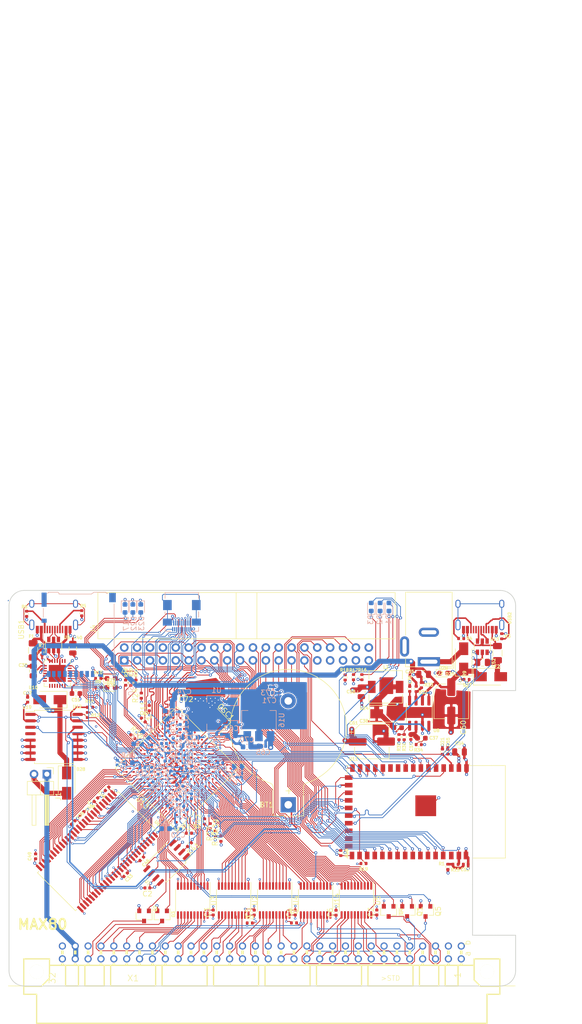
<source format=kicad_pcb>
(kicad_pcb (version 20171130) (host pcbnew 5.1.9-73d0e3b20d~88~ubuntu20.04.1)

  (general
    (thickness 1.6)
    (drawings 16)
    (tracks 4920)
    (zones 0)
    (modules 160)
    (nets 249)
  )

  (page A4)
  (title_block
    (title MAX80)
    (date 2021-01-31)
    (rev 0.01)
    (company "No name")
  )

  (layers
    (0 F.Cu signal)
    (1 In1.Cu power)
    (2 In2.Cu signal)
    (31 B.Cu signal)
    (32 B.Adhes user)
    (33 F.Adhes user)
    (34 B.Paste user)
    (35 F.Paste user)
    (36 B.SilkS user)
    (37 F.SilkS user)
    (38 B.Mask user)
    (39 F.Mask user)
    (40 Dwgs.User user)
    (41 Cmts.User user)
    (42 Eco1.User user)
    (43 Eco2.User user)
    (44 Edge.Cuts user)
    (45 Margin user)
    (46 B.CrtYd user)
    (47 F.CrtYd user)
    (48 B.Fab user hide)
    (49 F.Fab user hide)
  )

  (setup
    (last_trace_width 0.15)
    (user_trace_width 0.15)
    (user_trace_width 0.3)
    (user_trace_width 0.5)
    (trace_clearance 0.15)
    (zone_clearance 0.15)
    (zone_45_only no)
    (trace_min 0.15)
    (via_size 0.6)
    (via_drill 0.3)
    (via_min_size 0.45)
    (via_min_drill 0.2)
    (user_via 0.45 0.2)
    (uvia_size 0.3)
    (uvia_drill 0.1)
    (uvias_allowed yes)
    (uvia_min_size 0.2)
    (uvia_min_drill 0.1)
    (edge_width 0.15)
    (segment_width 0.3)
    (pcb_text_width 0.3)
    (pcb_text_size 1.5 1.5)
    (mod_edge_width 0.15)
    (mod_text_size 1 1)
    (mod_text_width 0.15)
    (pad_size 0.46 0.4)
    (pad_drill 0)
    (pad_to_mask_clearance 0)
    (aux_axis_origin 0 0)
    (visible_elements FFFFFF7F)
    (pcbplotparams
      (layerselection 0x010fc_ffffffff)
      (usegerberextensions false)
      (usegerberattributes true)
      (usegerberadvancedattributes true)
      (creategerberjobfile true)
      (excludeedgelayer true)
      (linewidth 0.100000)
      (plotframeref false)
      (viasonmask false)
      (mode 1)
      (useauxorigin false)
      (hpglpennumber 1)
      (hpglpenspeed 20)
      (hpglpendiameter 15.000000)
      (psnegative false)
      (psa4output false)
      (plotreference true)
      (plotvalue true)
      (plotinvisibletext false)
      (padsonsilk false)
      (subtractmaskfromsilk false)
      (outputformat 1)
      (mirror false)
      (drillshape 0)
      (scaleselection 1)
      (outputdirectory "abc80_gerber"))
  )

  (net 0 "")
  (net 1 GND)
  (net 2 +5V)
  (net 3 "Net-(R5-Pad2)")
  (net 4 "Net-(R6-Pad2)")
  (net 5 "Net-(R7-Pad1)")
  (net 6 "Net-(U10-Pad5)")
  (net 7 "Net-(U10-Pad4)")
  (net 8 "Net-(U9-Pad4)")
  (net 9 "Net-(U9-Pad6)")
  (net 10 "Net-(USB1-Pad13)")
  (net 11 "Net-(BT1-Pad1)")
  (net 12 /A4)
  (net 13 /A3)
  (net 14 /A2)
  (net 15 /A1)
  (net 16 /A0)
  (net 17 /IO0)
  (net 18 /IO3)
  (net 19 /IO4)
  (net 20 /IO5)
  (net 21 /IO6)
  (net 22 /IO7)
  (net 23 /A11)
  (net 24 /IO9)
  (net 25 /A8)
  (net 26 /A7)
  (net 27 /A6)
  (net 28 /A5)
  (net 29 /A9)
  (net 30 /A10)
  (net 31 /A12)
  (net 32 /IO8)
  (net 33 /IO10)
  (net 34 /IO11)
  (net 35 /IO12)
  (net 36 /IO13)
  (net 37 /IO14)
  (net 38 /IO15)
  (net 39 /abc80bus/D7)
  (net 40 /abc80bus/D6)
  (net 41 /abc80bus/D5)
  (net 42 /abc80bus/D4)
  (net 43 /abc80bus/D3)
  (net 44 /abc80bus/D2)
  (net 45 /abc80bus/D1)
  (net 46 /abc80bus/D0)
  (net 47 /abc80bus/A8)
  (net 48 /abc80bus/A9)
  (net 49 /abc80bus/A10)
  (net 50 /abc80bus/A11)
  (net 51 /abc80bus/A12)
  (net 52 /abc80bus/A13)
  (net 53 /abc80bus/A14)
  (net 54 /abc80bus/A15)
  (net 55 /abc80bus/A7)
  (net 56 /abc80bus/A6)
  (net 57 /abc80bus/A5)
  (net 58 /abc80bus/A4)
  (net 59 /abc80bus/A3)
  (net 60 /abc80bus/A2)
  (net 61 /abc80bus/A1)
  (net 62 /abc80bus/A0)
  (net 63 /IO1)
  (net 64 /IO2)
  (net 65 /32KHZ)
  (net 66 /RTC_INT)
  (net 67 /abc80bus/ABC5V)
  (net 68 /SD_DAT1)
  (net 69 /SD_DAT3)
  (net 70 /SD_CMD)
  (net 71 /SD_CLK)
  (net 72 /SD_DAT0)
  (net 73 FPGA_TDI)
  (net 74 FPGA_TMS)
  (net 75 FPGA_TDO)
  (net 76 FPGA_TCK)
  (net 77 ABC_CLK_5)
  (net 78 /FPGA_SCL)
  (net 79 /FPGA_SDA)
  (net 80 FPGA_SPI_CLK)
  (net 81 FGPA_SPI_CS_ESP32)
  (net 82 INT_ESP32)
  (net 83 "Net-(C53-Pad1)")
  (net 84 "Net-(F2-Pad2)")
  (net 85 ESP32_TDO)
  (net 86 ESP32_TCK)
  (net 87 ESP32_TMS)
  (net 88 ESP32_IO0)
  (net 89 ESP32_RXD)
  (net 90 ESP32_TXD)
  (net 91 ESP32_EN)
  (net 92 "Net-(R3-Pad2)")
  (net 93 "Net-(R4-Pad2)")
  (net 94 /ESP32/USB_D-)
  (net 95 /ESP32/USB_D+)
  (net 96 ESP32_TDI)
  (net 97 "Net-(U15-Pad6)")
  (net 98 "Net-(U15-Pad4)")
  (net 99 "Net-(USB2-Pad13)")
  (net 100 "Net-(D1-Pad2)")
  (net 101 "Net-(D1-Pad1)")
  (net 102 "Net-(D2-Pad2)")
  (net 103 "Net-(D2-Pad1)")
  (net 104 "Net-(D3-Pad2)")
  (net 105 "Net-(D3-Pad1)")
  (net 106 ESP32_SCL)
  (net 107 ESP32_SDA)
  (net 108 ESP32_CS2)
  (net 109 ESP32_CS0)
  (net 110 ESP32_MISO)
  (net 111 ESP32_SCK)
  (net 112 ESP32_MOSI)
  (net 113 ESP32_CS1)
  (net 114 /FPGA_USB_TXD)
  (net 115 /FPGA_USB_RXD)
  (net 116 /abc80bus/~CS)
  (net 117 /abc80bus/~C4)
  (net 118 /abc80bus/~C3)
  (net 119 /abc80bus/~C2)
  (net 120 /abc80bus/~C1)
  (net 121 /abc80bus/~OUT)
  (net 122 /abc80bus/~RST)
  (net 123 /abc80bus/~XMEMFL)
  (net 124 /abc80bus/~INP)
  (net 125 /abc80bus/~STATUS)
  (net 126 /abc80bus/~XINPSTB)
  (net 127 /abc80bus/~XOUTSTB)
  (net 128 AD0)
  (net 129 AD1)
  (net 130 AD2)
  (net 131 AD3)
  (net 132 AD4)
  (net 133 AD5)
  (net 134 AD6)
  (net 135 AD7)
  (net 136 /abc80bus/~RESIN)
  (net 137 /FPGA_LED1)
  (net 138 /FPGA_LED2)
  (net 139 /FPGA_LED3)
  (net 140 "Net-(D17-Pad2)")
  (net 141 "Net-(D22-Pad2)")
  (net 142 "Net-(D23-Pad2)")
  (net 143 FPGA_GPIO3)
  (net 144 FPGA_GPIO2)
  (net 145 FPGA_GPIO1)
  (net 146 FPGA_GPIO0)
  (net 147 FPGA_GPIO5)
  (net 148 FPGA_GPIO4)
  (net 149 "Net-(C36-Pad1)")
  (net 150 "Net-(C37-Pad2)")
  (net 151 "Net-(C37-Pad1)")
  (net 152 "Net-(C38-Pad2)")
  (net 153 "Net-(R32-Pad2)")
  (net 154 "Net-(R35-Pad2)")
  (net 155 "Net-(C38-Pad1)")
  (net 156 /abc80bus/READY)
  (net 157 /abc80bus/~NMI)
  (net 158 ~FPGA_READY)
  (net 159 FPGA_NMI)
  (net 160 "Net-(D26-Pad2)")
  (net 161 FPGA_RESIN)
  (net 162 /DQMH)
  (net 163 /CLK)
  (net 164 /CKE)
  (net 165 /BA1)
  (net 166 /BA0)
  (net 167 /DQML)
  (net 168 "Net-(D28-Pad2)")
  (net 169 "Net-(D25-Pad2)")
  (net 170 "Net-(F1-Pad2)")
  (net 171 /FPGA_USB_RTS)
  (net 172 /FPGA_USB_CTS)
  (net 173 /FPGA_USB_DTR)
  (net 174 "Net-(C39-Pad1)")
  (net 175 "Net-(C52-Pad1)")
  (net 176 /WE#)
  (net 177 /CAS#)
  (net 178 /RAS#)
  (net 179 /CS#)
  (net 180 "Net-(D29-Pad1)")
  (net 181 "Net-(D30-Pad1)")
  (net 182 +3V3)
  (net 183 +2V5)
  (net 184 +1V2)
  (net 185 "Net-(R13-Pad1)")
  (net 186 "Net-(R37-Pad2)")
  (net 187 "Net-(R38-Pad2)")
  (net 188 "Net-(R41-Pad2)")
  (net 189 DATA0)
  (net 190 ~CS_ABC_3V3)
  (net 191 ~OUT_ABC_3V3)
  (net 192 AD8)
  (net 193 ~C1_ABC_3V3)
  (net 194 AD9)
  (net 195 ~C2_ABC_3V3)
  (net 196 AD10)
  (net 197 ~C3_ABC_3V3)
  (net 198 ~C4_ABC_3V3)
  (net 199 AD11)
  (net 200 AD12)
  (net 201 AD13)
  (net 202 AD14)
  (net 203 AD15)
  (net 204 DLCK)
  (net 205 ASD0)
  (net 206 nCE0)
  (net 207 ~INP_ABC_3V3)
  (net 208 ~STATUS_ABC_3V3)
  (net 209 DD0)
  (net 210 DD1)
  (net 211 DD2)
  (net 212 DD3)
  (net 213 DD4)
  (net 214 DD5)
  (net 215 DD6)
  (net 216 DD7)
  (net 217 DD8)
  (net 218 ~XOUTSTB_ABC_3V3)
  (net 219 ~RST_ABC_3V3)
  (net 220 ~XMEMFL_ABC_3V3)
  (net 221 ~XINPSTB_ABC_3V3)
  (net 222 ABC_CLK_3V3)
  (net 223 DD9)
  (net 224 FPGA_SPI_MOSI)
  (net 225 FPGA_SPI_MISO)
  (net 226 /SD_DAT2)
  (net 227 CLK0n)
  (net 228 "Net-(J5-PadSH)")
  (net 229 HDMI_CK-)
  (net 230 HDMI_D0+)
  (net 231 HDMI_D1-)
  (net 232 HDMI_D2+)
  (net 233 HDMI_CK+)
  (net 234 HDMI_D0-)
  (net 235 HDMI_D1+)
  (net 236 HDMI_D2-)
  (net 237 HDMI_SDA)
  (net 238 HDMI_HPD)
  (net 239 HDMI_SCL)
  (net 240 FPGA_JTAGEN)
  (net 241 FLASH_CS#)
  (net 242 /abc80bus/~INT)
  (net 243 /abc80bus/~XMEMW800)
  (net 244 /abc80bus/~XMEMW80)
  (net 245 INT_ABC_3V3)
  (net 246 INT800_ABC_3V3)
  (net 247 ~XMEMW80_ABC_3V3)
  (net 248 ~XMEMW800_ABC_3V3)

  (net_class Default "This is the default net class."
    (clearance 0.15)
    (trace_width 0.15)
    (via_dia 0.6)
    (via_drill 0.3)
    (uvia_dia 0.3)
    (uvia_drill 0.1)
    (add_net +1V2)
    (add_net +2V5)
    (add_net +3V3)
    (add_net +5V)
    (add_net /32KHZ)
    (add_net /A0)
    (add_net /A1)
    (add_net /A10)
    (add_net /A11)
    (add_net /A12)
    (add_net /A2)
    (add_net /A3)
    (add_net /A4)
    (add_net /A5)
    (add_net /A6)
    (add_net /A7)
    (add_net /A8)
    (add_net /A9)
    (add_net /BA0)
    (add_net /BA1)
    (add_net /CAS#)
    (add_net /CKE)
    (add_net /CLK)
    (add_net /CS#)
    (add_net /DQMH)
    (add_net /DQML)
    (add_net /ESP32/USB_D+)
    (add_net /ESP32/USB_D-)
    (add_net /FPGA_LED1)
    (add_net /FPGA_LED2)
    (add_net /FPGA_LED3)
    (add_net /FPGA_SCL)
    (add_net /FPGA_SDA)
    (add_net /FPGA_USB_CTS)
    (add_net /FPGA_USB_DTR)
    (add_net /FPGA_USB_RTS)
    (add_net /FPGA_USB_RXD)
    (add_net /FPGA_USB_TXD)
    (add_net /IO0)
    (add_net /IO1)
    (add_net /IO10)
    (add_net /IO11)
    (add_net /IO12)
    (add_net /IO13)
    (add_net /IO14)
    (add_net /IO15)
    (add_net /IO2)
    (add_net /IO3)
    (add_net /IO4)
    (add_net /IO5)
    (add_net /IO6)
    (add_net /IO7)
    (add_net /IO8)
    (add_net /IO9)
    (add_net /RAS#)
    (add_net /RTC_INT)
    (add_net /SD_CLK)
    (add_net /SD_CMD)
    (add_net /SD_DAT0)
    (add_net /SD_DAT1)
    (add_net /SD_DAT2)
    (add_net /SD_DAT3)
    (add_net /WE#)
    (add_net /abc80bus/A0)
    (add_net /abc80bus/A1)
    (add_net /abc80bus/A10)
    (add_net /abc80bus/A11)
    (add_net /abc80bus/A12)
    (add_net /abc80bus/A13)
    (add_net /abc80bus/A14)
    (add_net /abc80bus/A15)
    (add_net /abc80bus/A2)
    (add_net /abc80bus/A3)
    (add_net /abc80bus/A4)
    (add_net /abc80bus/A5)
    (add_net /abc80bus/A6)
    (add_net /abc80bus/A7)
    (add_net /abc80bus/A8)
    (add_net /abc80bus/A9)
    (add_net /abc80bus/ABC5V)
    (add_net /abc80bus/D0)
    (add_net /abc80bus/D1)
    (add_net /abc80bus/D2)
    (add_net /abc80bus/D3)
    (add_net /abc80bus/D4)
    (add_net /abc80bus/D5)
    (add_net /abc80bus/D6)
    (add_net /abc80bus/D7)
    (add_net /abc80bus/READY)
    (add_net /abc80bus/~C1)
    (add_net /abc80bus/~C2)
    (add_net /abc80bus/~C3)
    (add_net /abc80bus/~C4)
    (add_net /abc80bus/~CS)
    (add_net /abc80bus/~INP)
    (add_net /abc80bus/~INT)
    (add_net /abc80bus/~NMI)
    (add_net /abc80bus/~OUT)
    (add_net /abc80bus/~RESIN)
    (add_net /abc80bus/~RST)
    (add_net /abc80bus/~STATUS)
    (add_net /abc80bus/~XINPSTB)
    (add_net /abc80bus/~XM)
    (add_net /abc80bus/~XMEMFL)
    (add_net /abc80bus/~XMEMW80)
    (add_net /abc80bus/~XMEMW800)
    (add_net /abc80bus/~XOUTSTB)
    (add_net ABC_CLK_3V3)
    (add_net ABC_CLK_5)
    (add_net AD0)
    (add_net AD1)
    (add_net AD10)
    (add_net AD11)
    (add_net AD12)
    (add_net AD13)
    (add_net AD14)
    (add_net AD15)
    (add_net AD2)
    (add_net AD3)
    (add_net AD4)
    (add_net AD5)
    (add_net AD6)
    (add_net AD7)
    (add_net AD8)
    (add_net AD9)
    (add_net ASD0)
    (add_net CLK0n)
    (add_net DATA0)
    (add_net DD0)
    (add_net DD1)
    (add_net DD2)
    (add_net DD3)
    (add_net DD4)
    (add_net DD5)
    (add_net DD6)
    (add_net DD7)
    (add_net DD8)
    (add_net DD9)
    (add_net DLCK)
    (add_net ESP32_CS0)
    (add_net ESP32_CS1)
    (add_net ESP32_CS2)
    (add_net ESP32_EN)
    (add_net ESP32_IO0)
    (add_net ESP32_MISO)
    (add_net ESP32_MOSI)
    (add_net ESP32_RXD)
    (add_net ESP32_SCK)
    (add_net ESP32_SCL)
    (add_net ESP32_SDA)
    (add_net ESP32_TCK)
    (add_net ESP32_TDI)
    (add_net ESP32_TDO)
    (add_net ESP32_TMS)
    (add_net ESP32_TXD)
    (add_net FGPA_SPI_CS_ESP32)
    (add_net FLASH_CS#)
    (add_net FPGA_GPIO0)
    (add_net FPGA_GPIO1)
    (add_net FPGA_GPIO2)
    (add_net FPGA_GPIO3)
    (add_net FPGA_GPIO4)
    (add_net FPGA_GPIO5)
    (add_net FPGA_JTAGEN)
    (add_net FPGA_NMI)
    (add_net FPGA_RESIN)
    (add_net FPGA_SPI_CLK)
    (add_net FPGA_SPI_MISO)
    (add_net FPGA_SPI_MOSI)
    (add_net FPGA_TCK)
    (add_net FPGA_TDI)
    (add_net FPGA_TDO)
    (add_net FPGA_TMS)
    (add_net GND)
    (add_net HDMI_CK+)
    (add_net HDMI_CK-)
    (add_net HDMI_D0+)
    (add_net HDMI_D0-)
    (add_net HDMI_D1+)
    (add_net HDMI_D1-)
    (add_net HDMI_D2+)
    (add_net HDMI_D2-)
    (add_net HDMI_HPD)
    (add_net HDMI_SCL)
    (add_net HDMI_SDA)
    (add_net INT800_ABC_3V3)
    (add_net INT_ABC_3V3)
    (add_net INT_ESP32)
    (add_net "Net-(BT1-Pad1)")
    (add_net "Net-(C36-Pad1)")
    (add_net "Net-(C37-Pad1)")
    (add_net "Net-(C37-Pad2)")
    (add_net "Net-(C38-Pad1)")
    (add_net "Net-(C38-Pad2)")
    (add_net "Net-(C39-Pad1)")
    (add_net "Net-(C52-Pad1)")
    (add_net "Net-(C53-Pad1)")
    (add_net "Net-(D1-Pad1)")
    (add_net "Net-(D1-Pad2)")
    (add_net "Net-(D17-Pad2)")
    (add_net "Net-(D2-Pad1)")
    (add_net "Net-(D2-Pad2)")
    (add_net "Net-(D22-Pad2)")
    (add_net "Net-(D23-Pad2)")
    (add_net "Net-(D25-Pad2)")
    (add_net "Net-(D26-Pad2)")
    (add_net "Net-(D28-Pad2)")
    (add_net "Net-(D29-Pad1)")
    (add_net "Net-(D3-Pad1)")
    (add_net "Net-(D3-Pad2)")
    (add_net "Net-(D30-Pad1)")
    (add_net "Net-(F1-Pad2)")
    (add_net "Net-(F2-Pad2)")
    (add_net "Net-(J4-Pad40)")
    (add_net "Net-(J4-Pad6)")
    (add_net "Net-(J4-Pad8)")
    (add_net "Net-(J5-Pad10)")
    (add_net "Net-(J5-Pad14)")
    (add_net "Net-(J5-Pad17)")
    (add_net "Net-(J5-PadSH)")
    (add_net "Net-(R13-Pad1)")
    (add_net "Net-(R3-Pad2)")
    (add_net "Net-(R32-Pad2)")
    (add_net "Net-(R35-Pad2)")
    (add_net "Net-(R37-Pad2)")
    (add_net "Net-(R38-Pad2)")
    (add_net "Net-(R4-Pad2)")
    (add_net "Net-(R41-Pad2)")
    (add_net "Net-(R5-Pad2)")
    (add_net "Net-(R6-Pad2)")
    (add_net "Net-(R7-Pad1)")
    (add_net "Net-(U10-Pad1)")
    (add_net "Net-(U10-Pad10)")
    (add_net "Net-(U10-Pad11)")
    (add_net "Net-(U10-Pad12)")
    (add_net "Net-(U10-Pad13)")
    (add_net "Net-(U10-Pad14)")
    (add_net "Net-(U10-Pad15)")
    (add_net "Net-(U10-Pad16)")
    (add_net "Net-(U10-Pad17)")
    (add_net "Net-(U10-Pad18)")
    (add_net "Net-(U10-Pad19)")
    (add_net "Net-(U10-Pad2)")
    (add_net "Net-(U10-Pad20)")
    (add_net "Net-(U10-Pad21)")
    (add_net "Net-(U10-Pad22)")
    (add_net "Net-(U10-Pad27)")
    (add_net "Net-(U10-Pad4)")
    (add_net "Net-(U10-Pad5)")
    (add_net "Net-(U11-Pad10)")
    (add_net "Net-(U11-Pad11)")
    (add_net "Net-(U11-Pad25)")
    (add_net "Net-(U11-Pad40)")
    (add_net "Net-(U12-Pad4)")
    (add_net "Net-(U13-PadB1)")
    (add_net "Net-(U13-PadC2)")
    (add_net "Net-(U13-PadC3)")
    (add_net "Net-(U13-PadE8)")
    (add_net "Net-(U13-PadJ12)")
    (add_net "Net-(U13-PadJ13)")
    (add_net "Net-(U13-PadK10)")
    (add_net "Net-(U13-PadK12)")
    (add_net "Net-(U13-PadK9)")
    (add_net "Net-(U13-PadL10)")
    (add_net "Net-(U13-PadL11)")
    (add_net "Net-(U13-PadL9)")
    (add_net "Net-(U13-PadM10)")
    (add_net "Net-(U13-PadM11)")
    (add_net "Net-(U13-PadM15)")
    (add_net "Net-(U13-PadM9)")
    (add_net "Net-(U13-PadN11)")
    (add_net "Net-(U13-PadN12)")
    (add_net "Net-(U13-PadN14)")
    (add_net "Net-(U13-PadN9)")
    (add_net "Net-(U13-PadP11)")
    (add_net "Net-(U13-PadP14)")
    (add_net "Net-(U13-PadP15)")
    (add_net "Net-(U13-PadP9)")
    (add_net "Net-(U13-PadR10)")
    (add_net "Net-(U13-PadR11)")
    (add_net "Net-(U13-PadR12)")
    (add_net "Net-(U13-PadR13)")
    (add_net "Net-(U13-PadR14)")
    (add_net "Net-(U13-PadT10)")
    (add_net "Net-(U13-PadT12)")
    (add_net "Net-(U13-PadT13)")
    (add_net "Net-(U13-PadT14)")
    (add_net "Net-(U13-PadT9)")
    (add_net "Net-(U14-Pad15)")
    (add_net "Net-(U14-Pad5)")
    (add_net "Net-(U15-Pad4)")
    (add_net "Net-(U15-Pad6)")
    (add_net "Net-(U6-Pad40)")
    (add_net "Net-(U9-Pad4)")
    (add_net "Net-(U9-Pad6)")
    (add_net "Net-(USB1-Pad13)")
    (add_net "Net-(USB1-Pad3)")
    (add_net "Net-(USB1-Pad5)")
    (add_net "Net-(USB1-Pad8)")
    (add_net "Net-(USB1-Pad9)")
    (add_net "Net-(USB2-Pad13)")
    (add_net "Net-(USB2-Pad3)")
    (add_net "Net-(USB2-Pad5)")
    (add_net "Net-(USB2-Pad8)")
    (add_net "Net-(USB2-Pad9)")
    (add_net "Net-(X1-PadA1)")
    (add_net "Net-(X1-PadA14)")
    (add_net "Net-(X1-PadA25)")
    (add_net "Net-(X1-PadA29)")
    (add_net "Net-(X1-PadA32)")
    (add_net "Net-(X1-PadB1)")
    (add_net "Net-(X1-PadB10)")
    (add_net "Net-(X1-PadB11)")
    (add_net "Net-(X1-PadB12)")
    (add_net "Net-(X1-PadB30)")
    (add_net "Net-(X1-PadB32)")
    (add_net "Net-(X1-PadB6)")
    (add_net "Net-(X1-PadB7)")
    (add_net "Net-(X1-PadB8)")
    (add_net "Net-(X1-PadB9)")
    (add_net nCE0)
    (add_net ~C1_ABC_3V3)
    (add_net ~C2_ABC_3V3)
    (add_net ~C3_ABC_3V3)
    (add_net ~C4_ABC_3V3)
    (add_net ~CS_ABC_3V3)
    (add_net ~FPGA_READY)
    (add_net ~INP_ABC_3V3)
    (add_net ~OUT_ABC_3V3)
    (add_net ~RST_ABC_3V3)
    (add_net ~STATUS_ABC_3V3)
    (add_net ~XINPSTB_ABC_3V3)
    (add_net ~XMEMFL_ABC_3V3)
    (add_net ~XMEMW800_ABC_3V3)
    (add_net ~XMEMW80_ABC_3V3)
    (add_net ~XOUTSTB_ABC_3V3)
  )

  (module Package_TO_SOT_SMD:SOT-223-3_TabPin2 (layer B.Cu) (tedit 5A02FF57) (tstamp 608BAB44)
    (at 101.83 126.59 90)
    (descr "module CMS SOT223 4 pins")
    (tags "CMS SOT")
    (path /604B2191/672CF238)
    (zone_connect 2)
    (attr smd)
    (fp_text reference U16 (at 0 4.5 90) (layer B.SilkS)
      (effects (font (size 1 1) (thickness 0.15)) (justify mirror))
    )
    (fp_text value AMS1117-2.5 (at 0 -4.5 90) (layer B.Fab)
      (effects (font (size 1 1) (thickness 0.15)) (justify mirror))
    )
    (fp_line (start 1.91 -3.41) (end 1.91 -2.15) (layer B.SilkS) (width 0.12))
    (fp_line (start 1.91 3.41) (end 1.91 2.15) (layer B.SilkS) (width 0.12))
    (fp_line (start 4.4 3.6) (end -4.4 3.6) (layer B.CrtYd) (width 0.05))
    (fp_line (start 4.4 -3.6) (end 4.4 3.6) (layer B.CrtYd) (width 0.05))
    (fp_line (start -4.4 -3.6) (end 4.4 -3.6) (layer B.CrtYd) (width 0.05))
    (fp_line (start -4.4 3.6) (end -4.4 -3.6) (layer B.CrtYd) (width 0.05))
    (fp_line (start -1.85 2.35) (end -0.85 3.35) (layer B.Fab) (width 0.1))
    (fp_line (start -1.85 2.35) (end -1.85 -3.35) (layer B.Fab) (width 0.1))
    (fp_line (start -1.85 -3.41) (end 1.91 -3.41) (layer B.SilkS) (width 0.12))
    (fp_line (start -0.85 3.35) (end 1.85 3.35) (layer B.Fab) (width 0.1))
    (fp_line (start -4.1 3.41) (end 1.91 3.41) (layer B.SilkS) (width 0.12))
    (fp_line (start -1.85 -3.35) (end 1.85 -3.35) (layer B.Fab) (width 0.1))
    (fp_line (start 1.85 3.35) (end 1.85 -3.35) (layer B.Fab) (width 0.1))
    (fp_text user %R (at 0 0 180) (layer B.Fab)
      (effects (font (size 0.8 0.8) (thickness 0.12)) (justify mirror))
    )
    (pad 1 smd rect (at -3.15 2.3 90) (size 2 1.5) (layers B.Cu B.Paste B.Mask)
      (net 1 GND) (zone_connect 2))
    (pad 3 smd rect (at -3.15 -2.3 90) (size 2 1.5) (layers B.Cu B.Paste B.Mask)
      (net 182 +3V3) (zone_connect 2))
    (pad 2 smd rect (at -3.15 0 90) (size 2 1.5) (layers B.Cu B.Paste B.Mask)
      (net 183 +2V5) (zone_connect 2))
    (pad 2 smd rect (at 3.15 0 90) (size 2 3.8) (layers B.Cu B.Paste B.Mask)
      (net 183 +2V5) (zone_connect 2))
    (model ${KISYS3DMOD}/Package_TO_SOT_SMD.3dshapes/SOT-223.wrl
      (at (xyz 0 0 0))
      (scale (xyz 1 1 1))
      (rotate (xyz 0 0 0))
    )
  )

  (module Package_TO_SOT_SMD:SOT-223-3_TabPin2 (layer B.Cu) (tedit 5A02FF57) (tstamp 608BA4CA)
    (at 93.46 125.19 180)
    (descr "module CMS SOT223 4 pins")
    (tags "CMS SOT")
    (path /604B2191/672CD418)
    (zone_connect 2)
    (attr smd)
    (fp_text reference U1 (at 0 4.5) (layer B.SilkS)
      (effects (font (size 1 1) (thickness 0.15)) (justify mirror))
    )
    (fp_text value AMS1117-1.2 (at 0 -4.5) (layer B.Fab)
      (effects (font (size 1 1) (thickness 0.15)) (justify mirror))
    )
    (fp_line (start 1.91 -3.41) (end 1.91 -2.15) (layer B.SilkS) (width 0.12))
    (fp_line (start 1.91 3.41) (end 1.91 2.15) (layer B.SilkS) (width 0.12))
    (fp_line (start 4.4 3.6) (end -4.4 3.6) (layer B.CrtYd) (width 0.05))
    (fp_line (start 4.4 -3.6) (end 4.4 3.6) (layer B.CrtYd) (width 0.05))
    (fp_line (start -4.4 -3.6) (end 4.4 -3.6) (layer B.CrtYd) (width 0.05))
    (fp_line (start -4.4 3.6) (end -4.4 -3.6) (layer B.CrtYd) (width 0.05))
    (fp_line (start -1.85 2.35) (end -0.85 3.35) (layer B.Fab) (width 0.1))
    (fp_line (start -1.85 2.35) (end -1.85 -3.35) (layer B.Fab) (width 0.1))
    (fp_line (start -1.85 -3.41) (end 1.91 -3.41) (layer B.SilkS) (width 0.12))
    (fp_line (start -0.85 3.35) (end 1.85 3.35) (layer B.Fab) (width 0.1))
    (fp_line (start -4.1 3.41) (end 1.91 3.41) (layer B.SilkS) (width 0.12))
    (fp_line (start -1.85 -3.35) (end 1.85 -3.35) (layer B.Fab) (width 0.1))
    (fp_line (start 1.85 3.35) (end 1.85 -3.35) (layer B.Fab) (width 0.1))
    (fp_text user %R (at 0 0 270) (layer B.Fab)
      (effects (font (size 0.8 0.8) (thickness 0.12)) (justify mirror))
    )
    (pad 1 smd rect (at -3.15 2.3 180) (size 2 1.5) (layers B.Cu B.Paste B.Mask)
      (net 1 GND) (zone_connect 2))
    (pad 3 smd rect (at -3.15 -2.3 180) (size 2 1.5) (layers B.Cu B.Paste B.Mask)
      (net 182 +3V3) (zone_connect 2))
    (pad 2 smd rect (at -3.15 0 180) (size 2 1.5) (layers B.Cu B.Paste B.Mask)
      (net 184 +1V2) (zone_connect 2))
    (pad 2 smd rect (at 3.15 0 180) (size 2 3.8) (layers B.Cu B.Paste B.Mask)
      (net 184 +1V2) (zone_connect 2))
    (model ${KISYS3DMOD}/Package_TO_SOT_SMD.3dshapes/SOT-223.wrl
      (at (xyz 0 0 0))
      (scale (xyz 1 1 1))
      (rotate (xyz 0 0 0))
    )
  )

  (module Capacitor_SMD:C_0402_1005Metric (layer B.Cu) (tedit 5F68FEEE) (tstamp 608B994E)
    (at 87.1 122.15 180)
    (descr "Capacitor SMD 0402 (1005 Metric), square (rectangular) end terminal, IPC_7351 nominal, (Body size source: IPC-SM-782 page 76, https://www.pcb-3d.com/wordpress/wp-content/uploads/ipc-sm-782a_amendment_1_and_2.pdf), generated with kicad-footprint-generator")
    (tags capacitor)
    (path /604B2191/672F7260)
    (zone_connect 2)
    (attr smd)
    (fp_text reference C74 (at 0 1.16) (layer B.SilkS)
      (effects (font (size 1 1) (thickness 0.15)) (justify mirror))
    )
    (fp_text value 100nF (at 0 -1.16) (layer B.Fab)
      (effects (font (size 1 1) (thickness 0.15)) (justify mirror))
    )
    (fp_line (start -0.5 -0.25) (end -0.5 0.25) (layer B.Fab) (width 0.1))
    (fp_line (start -0.5 0.25) (end 0.5 0.25) (layer B.Fab) (width 0.1))
    (fp_line (start 0.5 0.25) (end 0.5 -0.25) (layer B.Fab) (width 0.1))
    (fp_line (start 0.5 -0.25) (end -0.5 -0.25) (layer B.Fab) (width 0.1))
    (fp_line (start -0.107836 0.36) (end 0.107836 0.36) (layer B.SilkS) (width 0.12))
    (fp_line (start -0.107836 -0.36) (end 0.107836 -0.36) (layer B.SilkS) (width 0.12))
    (fp_line (start -0.91 -0.46) (end -0.91 0.46) (layer B.CrtYd) (width 0.05))
    (fp_line (start -0.91 0.46) (end 0.91 0.46) (layer B.CrtYd) (width 0.05))
    (fp_line (start 0.91 0.46) (end 0.91 -0.46) (layer B.CrtYd) (width 0.05))
    (fp_line (start 0.91 -0.46) (end -0.91 -0.46) (layer B.CrtYd) (width 0.05))
    (fp_text user %R (at 0 0) (layer B.Fab)
      (effects (font (size 0.25 0.25) (thickness 0.04)) (justify mirror))
    )
    (pad 2 smd roundrect (at 0.48 0 180) (size 0.56 0.62) (layers B.Cu B.Paste B.Mask) (roundrect_rratio 0.25)
      (net 1 GND) (zone_connect 2))
    (pad 1 smd roundrect (at -0.48 0 180) (size 0.56 0.62) (layers B.Cu B.Paste B.Mask) (roundrect_rratio 0.25)
      (net 184 +1V2) (zone_connect 2))
    (model ${KISYS3DMOD}/Capacitor_SMD.3dshapes/C_0402_1005Metric.wrl
      (at (xyz 0 0 0))
      (scale (xyz 1 1 1))
      (rotate (xyz 0 0 0))
    )
  )

  (module Capacitor_SMD:C_0402_1005Metric (layer B.Cu) (tedit 5F68FEEE) (tstamp 608B993D)
    (at 103.6 120.02)
    (descr "Capacitor SMD 0402 (1005 Metric), square (rectangular) end terminal, IPC_7351 nominal, (Body size source: IPC-SM-782 page 76, https://www.pcb-3d.com/wordpress/wp-content/uploads/ipc-sm-782a_amendment_1_and_2.pdf), generated with kicad-footprint-generator")
    (tags capacitor)
    (path /604B2191/67327311)
    (zone_connect 2)
    (attr smd)
    (fp_text reference C73 (at 0 1.16) (layer B.SilkS)
      (effects (font (size 1 1) (thickness 0.15)) (justify mirror))
    )
    (fp_text value 100nF (at 0 -1.16) (layer B.Fab)
      (effects (font (size 1 1) (thickness 0.15)) (justify mirror))
    )
    (fp_line (start -0.5 -0.25) (end -0.5 0.25) (layer B.Fab) (width 0.1))
    (fp_line (start -0.5 0.25) (end 0.5 0.25) (layer B.Fab) (width 0.1))
    (fp_line (start 0.5 0.25) (end 0.5 -0.25) (layer B.Fab) (width 0.1))
    (fp_line (start 0.5 -0.25) (end -0.5 -0.25) (layer B.Fab) (width 0.1))
    (fp_line (start -0.107836 0.36) (end 0.107836 0.36) (layer B.SilkS) (width 0.12))
    (fp_line (start -0.107836 -0.36) (end 0.107836 -0.36) (layer B.SilkS) (width 0.12))
    (fp_line (start -0.91 -0.46) (end -0.91 0.46) (layer B.CrtYd) (width 0.05))
    (fp_line (start -0.91 0.46) (end 0.91 0.46) (layer B.CrtYd) (width 0.05))
    (fp_line (start 0.91 0.46) (end 0.91 -0.46) (layer B.CrtYd) (width 0.05))
    (fp_line (start 0.91 -0.46) (end -0.91 -0.46) (layer B.CrtYd) (width 0.05))
    (fp_text user %R (at 0 0) (layer B.Fab)
      (effects (font (size 0.25 0.25) (thickness 0.04)) (justify mirror))
    )
    (pad 2 smd roundrect (at 0.48 0) (size 0.56 0.62) (layers B.Cu B.Paste B.Mask) (roundrect_rratio 0.25)
      (net 1 GND) (zone_connect 2))
    (pad 1 smd roundrect (at -0.48 0) (size 0.56 0.62) (layers B.Cu B.Paste B.Mask) (roundrect_rratio 0.25)
      (net 183 +2V5) (zone_connect 2))
    (model ${KISYS3DMOD}/Capacitor_SMD.3dshapes/C_0402_1005Metric.wrl
      (at (xyz 0 0 0))
      (scale (xyz 1 1 1))
      (rotate (xyz 0 0 0))
    )
  )

  (module Capacitor_SMD:C_0603_1608Metric (layer F.Cu) (tedit 5F68FEEE) (tstamp 608B992C)
    (at 87.43 121.04 180)
    (descr "Capacitor SMD 0603 (1608 Metric), square (rectangular) end terminal, IPC_7351 nominal, (Body size source: IPC-SM-782 page 76, https://www.pcb-3d.com/wordpress/wp-content/uploads/ipc-sm-782a_amendment_1_and_2.pdf), generated with kicad-footprint-generator")
    (tags capacitor)
    (path /604B2191/672F463E)
    (zone_connect 2)
    (attr smd)
    (fp_text reference C72 (at 0 -1.43) (layer F.SilkS)
      (effects (font (size 1 1) (thickness 0.15)))
    )
    (fp_text value 47uF (at 0 1.43) (layer F.Fab)
      (effects (font (size 1 1) (thickness 0.15)))
    )
    (fp_line (start -0.8 0.4) (end -0.8 -0.4) (layer F.Fab) (width 0.1))
    (fp_line (start -0.8 -0.4) (end 0.8 -0.4) (layer F.Fab) (width 0.1))
    (fp_line (start 0.8 -0.4) (end 0.8 0.4) (layer F.Fab) (width 0.1))
    (fp_line (start 0.8 0.4) (end -0.8 0.4) (layer F.Fab) (width 0.1))
    (fp_line (start -0.14058 -0.51) (end 0.14058 -0.51) (layer F.SilkS) (width 0.12))
    (fp_line (start -0.14058 0.51) (end 0.14058 0.51) (layer F.SilkS) (width 0.12))
    (fp_line (start -1.48 0.73) (end -1.48 -0.73) (layer F.CrtYd) (width 0.05))
    (fp_line (start -1.48 -0.73) (end 1.48 -0.73) (layer F.CrtYd) (width 0.05))
    (fp_line (start 1.48 -0.73) (end 1.48 0.73) (layer F.CrtYd) (width 0.05))
    (fp_line (start 1.48 0.73) (end -1.48 0.73) (layer F.CrtYd) (width 0.05))
    (fp_text user %R (at 0 0) (layer F.Fab)
      (effects (font (size 0.4 0.4) (thickness 0.06)))
    )
    (pad 2 smd roundrect (at 0.775 0 180) (size 0.9 0.95) (layers F.Cu F.Paste F.Mask) (roundrect_rratio 0.25)
      (net 1 GND) (zone_connect 2))
    (pad 1 smd roundrect (at -0.775 0 180) (size 0.9 0.95) (layers F.Cu F.Paste F.Mask) (roundrect_rratio 0.25)
      (net 184 +1V2) (zone_connect 2))
    (model ${KISYS3DMOD}/Capacitor_SMD.3dshapes/C_0603_1608Metric.wrl
      (at (xyz 0 0 0))
      (scale (xyz 1 1 1))
      (rotate (xyz 0 0 0))
    )
  )

  (module Capacitor_SMD:C_0603_1608Metric (layer B.Cu) (tedit 5F68FEEE) (tstamp 608B991B)
    (at 103.88 121.28)
    (descr "Capacitor SMD 0603 (1608 Metric), square (rectangular) end terminal, IPC_7351 nominal, (Body size source: IPC-SM-782 page 76, https://www.pcb-3d.com/wordpress/wp-content/uploads/ipc-sm-782a_amendment_1_and_2.pdf), generated with kicad-footprint-generator")
    (tags capacitor)
    (path /604B2191/67326D2C)
    (zone_connect 2)
    (attr smd)
    (fp_text reference C71 (at 0 1.43) (layer B.SilkS)
      (effects (font (size 1 1) (thickness 0.15)) (justify mirror))
    )
    (fp_text value 47uF (at 0 -1.43) (layer B.Fab)
      (effects (font (size 1 1) (thickness 0.15)) (justify mirror))
    )
    (fp_line (start -0.8 -0.4) (end -0.8 0.4) (layer B.Fab) (width 0.1))
    (fp_line (start -0.8 0.4) (end 0.8 0.4) (layer B.Fab) (width 0.1))
    (fp_line (start 0.8 0.4) (end 0.8 -0.4) (layer B.Fab) (width 0.1))
    (fp_line (start 0.8 -0.4) (end -0.8 -0.4) (layer B.Fab) (width 0.1))
    (fp_line (start -0.14058 0.51) (end 0.14058 0.51) (layer B.SilkS) (width 0.12))
    (fp_line (start -0.14058 -0.51) (end 0.14058 -0.51) (layer B.SilkS) (width 0.12))
    (fp_line (start -1.48 -0.73) (end -1.48 0.73) (layer B.CrtYd) (width 0.05))
    (fp_line (start -1.48 0.73) (end 1.48 0.73) (layer B.CrtYd) (width 0.05))
    (fp_line (start 1.48 0.73) (end 1.48 -0.73) (layer B.CrtYd) (width 0.05))
    (fp_line (start 1.48 -0.73) (end -1.48 -0.73) (layer B.CrtYd) (width 0.05))
    (fp_text user %R (at 0 0) (layer B.Fab)
      (effects (font (size 0.4 0.4) (thickness 0.06)) (justify mirror))
    )
    (pad 2 smd roundrect (at 0.775 0) (size 0.9 0.95) (layers B.Cu B.Paste B.Mask) (roundrect_rratio 0.25)
      (net 1 GND) (zone_connect 2))
    (pad 1 smd roundrect (at -0.775 0) (size 0.9 0.95) (layers B.Cu B.Paste B.Mask) (roundrect_rratio 0.25)
      (net 183 +2V5) (zone_connect 2))
    (model ${KISYS3DMOD}/Capacitor_SMD.3dshapes/C_0603_1608Metric.wrl
      (at (xyz 0 0 0))
      (scale (xyz 1 1 1))
      (rotate (xyz 0 0 0))
    )
  )

  (module Capacitor_SMD:C_0603_1608Metric (layer B.Cu) (tedit 5F68FEEE) (tstamp 608B990A)
    (at 99.47 131.86 180)
    (descr "Capacitor SMD 0603 (1608 Metric), square (rectangular) end terminal, IPC_7351 nominal, (Body size source: IPC-SM-782 page 76, https://www.pcb-3d.com/wordpress/wp-content/uploads/ipc-sm-782a_amendment_1_and_2.pdf), generated with kicad-footprint-generator")
    (tags capacitor)
    (path /604B2191/672FA54F)
    (attr smd)
    (fp_text reference C70 (at 0 1.43) (layer B.SilkS)
      (effects (font (size 1 1) (thickness 0.15)) (justify mirror))
    )
    (fp_text value 47uF (at 0 -1.43) (layer B.Fab)
      (effects (font (size 1 1) (thickness 0.15)) (justify mirror))
    )
    (fp_line (start -0.8 -0.4) (end -0.8 0.4) (layer B.Fab) (width 0.1))
    (fp_line (start -0.8 0.4) (end 0.8 0.4) (layer B.Fab) (width 0.1))
    (fp_line (start 0.8 0.4) (end 0.8 -0.4) (layer B.Fab) (width 0.1))
    (fp_line (start 0.8 -0.4) (end -0.8 -0.4) (layer B.Fab) (width 0.1))
    (fp_line (start -0.14058 0.51) (end 0.14058 0.51) (layer B.SilkS) (width 0.12))
    (fp_line (start -0.14058 -0.51) (end 0.14058 -0.51) (layer B.SilkS) (width 0.12))
    (fp_line (start -1.48 -0.73) (end -1.48 0.73) (layer B.CrtYd) (width 0.05))
    (fp_line (start -1.48 0.73) (end 1.48 0.73) (layer B.CrtYd) (width 0.05))
    (fp_line (start 1.48 0.73) (end 1.48 -0.73) (layer B.CrtYd) (width 0.05))
    (fp_line (start 1.48 -0.73) (end -1.48 -0.73) (layer B.CrtYd) (width 0.05))
    (fp_text user %R (at 0 0) (layer B.Fab)
      (effects (font (size 0.4 0.4) (thickness 0.06)) (justify mirror))
    )
    (pad 2 smd roundrect (at 0.775 0 180) (size 0.9 0.95) (layers B.Cu B.Paste B.Mask) (roundrect_rratio 0.25)
      (net 1 GND))
    (pad 1 smd roundrect (at -0.775 0 180) (size 0.9 0.95) (layers B.Cu B.Paste B.Mask) (roundrect_rratio 0.25)
      (net 182 +3V3))
    (model ${KISYS3DMOD}/Capacitor_SMD.3dshapes/C_0603_1608Metric.wrl
      (at (xyz 0 0 0))
      (scale (xyz 1 1 1))
      (rotate (xyz 0 0 0))
    )
  )

  (module Capacitor_SMD:C_0603_1608Metric (layer B.Cu) (tedit 5F68FEEE) (tstamp 608B98B9)
    (at 96.41 129.63 180)
    (descr "Capacitor SMD 0603 (1608 Metric), square (rectangular) end terminal, IPC_7351 nominal, (Body size source: IPC-SM-782 page 76, https://www.pcb-3d.com/wordpress/wp-content/uploads/ipc-sm-782a_amendment_1_and_2.pdf), generated with kicad-footprint-generator")
    (tags capacitor)
    (path /604B2191/672F37BB)
    (attr smd)
    (fp_text reference C67 (at 0 1.43) (layer B.SilkS)
      (effects (font (size 1 1) (thickness 0.15)) (justify mirror))
    )
    (fp_text value 47uF (at 0 -1.43) (layer B.Fab)
      (effects (font (size 1 1) (thickness 0.15)) (justify mirror))
    )
    (fp_line (start -0.8 -0.4) (end -0.8 0.4) (layer B.Fab) (width 0.1))
    (fp_line (start -0.8 0.4) (end 0.8 0.4) (layer B.Fab) (width 0.1))
    (fp_line (start 0.8 0.4) (end 0.8 -0.4) (layer B.Fab) (width 0.1))
    (fp_line (start 0.8 -0.4) (end -0.8 -0.4) (layer B.Fab) (width 0.1))
    (fp_line (start -0.14058 0.51) (end 0.14058 0.51) (layer B.SilkS) (width 0.12))
    (fp_line (start -0.14058 -0.51) (end 0.14058 -0.51) (layer B.SilkS) (width 0.12))
    (fp_line (start -1.48 -0.73) (end -1.48 0.73) (layer B.CrtYd) (width 0.05))
    (fp_line (start -1.48 0.73) (end 1.48 0.73) (layer B.CrtYd) (width 0.05))
    (fp_line (start 1.48 0.73) (end 1.48 -0.73) (layer B.CrtYd) (width 0.05))
    (fp_line (start 1.48 -0.73) (end -1.48 -0.73) (layer B.CrtYd) (width 0.05))
    (fp_text user %R (at 0 0) (layer B.Fab)
      (effects (font (size 0.4 0.4) (thickness 0.06)) (justify mirror))
    )
    (pad 2 smd roundrect (at 0.775 0 180) (size 0.9 0.95) (layers B.Cu B.Paste B.Mask) (roundrect_rratio 0.25)
      (net 1 GND))
    (pad 1 smd roundrect (at -0.775 0 180) (size 0.9 0.95) (layers B.Cu B.Paste B.Mask) (roundrect_rratio 0.25)
      (net 182 +3V3))
    (model ${KISYS3DMOD}/Capacitor_SMD.3dshapes/C_0603_1608Metric.wrl
      (at (xyz 0 0 0))
      (scale (xyz 1 1 1))
      (rotate (xyz 0 0 0))
    )
  )

  (module Capacitor_SMD:C_0402_1005Metric (layer B.Cu) (tedit 5F68FEEE) (tstamp 608B9888)
    (at 102.68 131.74)
    (descr "Capacitor SMD 0402 (1005 Metric), square (rectangular) end terminal, IPC_7351 nominal, (Body size source: IPC-SM-782 page 76, https://www.pcb-3d.com/wordpress/wp-content/uploads/ipc-sm-782a_amendment_1_and_2.pdf), generated with kicad-footprint-generator")
    (tags capacitor)
    (path /604B2191/672FAB10)
    (attr smd)
    (fp_text reference C65 (at 0 1.16) (layer B.SilkS)
      (effects (font (size 1 1) (thickness 0.15)) (justify mirror))
    )
    (fp_text value 100nF (at 0 -1.16) (layer B.Fab)
      (effects (font (size 1 1) (thickness 0.15)) (justify mirror))
    )
    (fp_line (start -0.5 -0.25) (end -0.5 0.25) (layer B.Fab) (width 0.1))
    (fp_line (start -0.5 0.25) (end 0.5 0.25) (layer B.Fab) (width 0.1))
    (fp_line (start 0.5 0.25) (end 0.5 -0.25) (layer B.Fab) (width 0.1))
    (fp_line (start 0.5 -0.25) (end -0.5 -0.25) (layer B.Fab) (width 0.1))
    (fp_line (start -0.107836 0.36) (end 0.107836 0.36) (layer B.SilkS) (width 0.12))
    (fp_line (start -0.107836 -0.36) (end 0.107836 -0.36) (layer B.SilkS) (width 0.12))
    (fp_line (start -0.91 -0.46) (end -0.91 0.46) (layer B.CrtYd) (width 0.05))
    (fp_line (start -0.91 0.46) (end 0.91 0.46) (layer B.CrtYd) (width 0.05))
    (fp_line (start 0.91 0.46) (end 0.91 -0.46) (layer B.CrtYd) (width 0.05))
    (fp_line (start 0.91 -0.46) (end -0.91 -0.46) (layer B.CrtYd) (width 0.05))
    (fp_text user %R (at 0 0) (layer B.Fab)
      (effects (font (size 0.25 0.25) (thickness 0.04)) (justify mirror))
    )
    (pad 2 smd roundrect (at 0.48 0) (size 0.56 0.62) (layers B.Cu B.Paste B.Mask) (roundrect_rratio 0.25)
      (net 1 GND))
    (pad 1 smd roundrect (at -0.48 0) (size 0.56 0.62) (layers B.Cu B.Paste B.Mask) (roundrect_rratio 0.25)
      (net 182 +3V3))
    (model ${KISYS3DMOD}/Capacitor_SMD.3dshapes/C_0402_1005Metric.wrl
      (at (xyz 0 0 0))
      (scale (xyz 1 1 1))
      (rotate (xyz 0 0 0))
    )
  )

  (module Capacitor_SMD:C_0402_1005Metric (layer B.Cu) (tedit 5F68FEEE) (tstamp 608B9877)
    (at 93.95 129.39)
    (descr "Capacitor SMD 0402 (1005 Metric), square (rectangular) end terminal, IPC_7351 nominal, (Body size source: IPC-SM-782 page 76, https://www.pcb-3d.com/wordpress/wp-content/uploads/ipc-sm-782a_amendment_1_and_2.pdf), generated with kicad-footprint-generator")
    (tags capacitor)
    (path /604B2191/672F65A1)
    (attr smd)
    (fp_text reference C64 (at 0 1.16) (layer B.SilkS)
      (effects (font (size 1 1) (thickness 0.15)) (justify mirror))
    )
    (fp_text value 100nF (at 0 -1.16) (layer B.Fab)
      (effects (font (size 1 1) (thickness 0.15)) (justify mirror))
    )
    (fp_line (start -0.5 -0.25) (end -0.5 0.25) (layer B.Fab) (width 0.1))
    (fp_line (start -0.5 0.25) (end 0.5 0.25) (layer B.Fab) (width 0.1))
    (fp_line (start 0.5 0.25) (end 0.5 -0.25) (layer B.Fab) (width 0.1))
    (fp_line (start 0.5 -0.25) (end -0.5 -0.25) (layer B.Fab) (width 0.1))
    (fp_line (start -0.107836 0.36) (end 0.107836 0.36) (layer B.SilkS) (width 0.12))
    (fp_line (start -0.107836 -0.36) (end 0.107836 -0.36) (layer B.SilkS) (width 0.12))
    (fp_line (start -0.91 -0.46) (end -0.91 0.46) (layer B.CrtYd) (width 0.05))
    (fp_line (start -0.91 0.46) (end 0.91 0.46) (layer B.CrtYd) (width 0.05))
    (fp_line (start 0.91 0.46) (end 0.91 -0.46) (layer B.CrtYd) (width 0.05))
    (fp_line (start 0.91 -0.46) (end -0.91 -0.46) (layer B.CrtYd) (width 0.05))
    (fp_text user %R (at 0 0) (layer B.Fab)
      (effects (font (size 0.25 0.25) (thickness 0.04)) (justify mirror))
    )
    (pad 2 smd roundrect (at 0.48 0) (size 0.56 0.62) (layers B.Cu B.Paste B.Mask) (roundrect_rratio 0.25)
      (net 1 GND))
    (pad 1 smd roundrect (at -0.48 0) (size 0.56 0.62) (layers B.Cu B.Paste B.Mask) (roundrect_rratio 0.25)
      (net 182 +3V3))
    (model ${KISYS3DMOD}/Capacitor_SMD.3dshapes/C_0402_1005Metric.wrl
      (at (xyz 0 0 0))
      (scale (xyz 1 1 1))
      (rotate (xyz 0 0 0))
    )
  )

  (module Resistor_SMD:R_0402_1005Metric (layer F.Cu) (tedit 5F68FEEE) (tstamp 608A5B37)
    (at 78.61 121.75 90)
    (descr "Resistor SMD 0402 (1005 Metric), square (rectangular) end terminal, IPC_7351 nominal, (Body size source: IPC-SM-782 page 72, https://www.pcb-3d.com/wordpress/wp-content/uploads/ipc-sm-782a_amendment_1_and_2.pdf), generated with kicad-footprint-generator")
    (tags resistor)
    (path /66F72E4D)
    (attr smd)
    (fp_text reference R24 (at 0 -1.17 90) (layer F.SilkS)
      (effects (font (size 1 1) (thickness 0.15)))
    )
    (fp_text value 10k (at 0 1.17 90) (layer F.Fab)
      (effects (font (size 1 1) (thickness 0.15)))
    )
    (fp_line (start -0.525 0.27) (end -0.525 -0.27) (layer F.Fab) (width 0.1))
    (fp_line (start -0.525 -0.27) (end 0.525 -0.27) (layer F.Fab) (width 0.1))
    (fp_line (start 0.525 -0.27) (end 0.525 0.27) (layer F.Fab) (width 0.1))
    (fp_line (start 0.525 0.27) (end -0.525 0.27) (layer F.Fab) (width 0.1))
    (fp_line (start -0.153641 -0.38) (end 0.153641 -0.38) (layer F.SilkS) (width 0.12))
    (fp_line (start -0.153641 0.38) (end 0.153641 0.38) (layer F.SilkS) (width 0.12))
    (fp_line (start -0.93 0.47) (end -0.93 -0.47) (layer F.CrtYd) (width 0.05))
    (fp_line (start -0.93 -0.47) (end 0.93 -0.47) (layer F.CrtYd) (width 0.05))
    (fp_line (start 0.93 -0.47) (end 0.93 0.47) (layer F.CrtYd) (width 0.05))
    (fp_line (start 0.93 0.47) (end -0.93 0.47) (layer F.CrtYd) (width 0.05))
    (fp_text user %R (at 0 0 90) (layer F.Fab)
      (effects (font (size 0.26 0.26) (thickness 0.04)))
    )
    (pad 2 smd roundrect (at 0.51 0 90) (size 0.54 0.64) (layers F.Cu F.Paste F.Mask) (roundrect_rratio 0.25)
      (net 240 FPGA_JTAGEN))
    (pad 1 smd roundrect (at -0.51 0 90) (size 0.54 0.64) (layers F.Cu F.Paste F.Mask) (roundrect_rratio 0.25)
      (net 1 GND))
    (model ${KISYS3DMOD}/Resistor_SMD.3dshapes/R_0402_1005Metric.wrl
      (at (xyz 0 0 0))
      (scale (xyz 1 1 1))
      (rotate (xyz 0 0 0))
    )
  )

  (module Package_SO:TSSOP-20_4.4x6.5mm_P0.65mm (layer F.Cu) (tedit 5E476F32) (tstamp 6055C49A)
    (at 113.02 162.15 270)
    (descr "TSSOP, 20 Pin (JEDEC MO-153 Var AC https://www.jedec.org/document_search?search_api_views_fulltext=MO-153), generated with kicad-footprint-generator ipc_gullwing_generator.py")
    (tags "TSSOP SO")
    (path /6013B380/6277D5D4)
    (attr smd)
    (fp_text reference U14 (at 0 -4.2 90) (layer F.SilkS)
      (effects (font (size 1 1) (thickness 0.15)))
    )
    (fp_text value 74HC245 (at 0 4.2 90) (layer F.Fab)
      (effects (font (size 1 1) (thickness 0.15)))
    )
    (fp_line (start 3.85 -3.5) (end -3.85 -3.5) (layer F.CrtYd) (width 0.05))
    (fp_line (start 3.85 3.5) (end 3.85 -3.5) (layer F.CrtYd) (width 0.05))
    (fp_line (start -3.85 3.5) (end 3.85 3.5) (layer F.CrtYd) (width 0.05))
    (fp_line (start -3.85 -3.5) (end -3.85 3.5) (layer F.CrtYd) (width 0.05))
    (fp_line (start -2.2 -2.25) (end -1.2 -3.25) (layer F.Fab) (width 0.1))
    (fp_line (start -2.2 3.25) (end -2.2 -2.25) (layer F.Fab) (width 0.1))
    (fp_line (start 2.2 3.25) (end -2.2 3.25) (layer F.Fab) (width 0.1))
    (fp_line (start 2.2 -3.25) (end 2.2 3.25) (layer F.Fab) (width 0.1))
    (fp_line (start -1.2 -3.25) (end 2.2 -3.25) (layer F.Fab) (width 0.1))
    (fp_line (start 0 -3.385) (end -3.6 -3.385) (layer F.SilkS) (width 0.12))
    (fp_line (start 0 -3.385) (end 2.2 -3.385) (layer F.SilkS) (width 0.12))
    (fp_line (start 0 3.385) (end -2.2 3.385) (layer F.SilkS) (width 0.12))
    (fp_line (start 0 3.385) (end 2.2 3.385) (layer F.SilkS) (width 0.12))
    (fp_text user %R (at 0 0 90) (layer F.Fab)
      (effects (font (size 1 1) (thickness 0.15)))
    )
    (pad 20 smd roundrect (at 2.8625 -2.925 270) (size 1.475 0.4) (layers F.Cu F.Paste F.Mask) (roundrect_rratio 0.25)
      (net 182 +3V3))
    (pad 19 smd roundrect (at 2.8625 -2.275 270) (size 1.475 0.4) (layers F.Cu F.Paste F.Mask) (roundrect_rratio 0.25)
      (net 1 GND))
    (pad 18 smd roundrect (at 2.8625 -1.625 270) (size 1.475 0.4) (layers F.Cu F.Paste F.Mask) (roundrect_rratio 0.25)
      (net 123 /abc80bus/~XMEMFL))
    (pad 17 smd roundrect (at 2.8625 -0.975 270) (size 1.475 0.4) (layers F.Cu F.Paste F.Mask) (roundrect_rratio 0.25)
      (net 244 /abc80bus/~XMEMW80))
    (pad 16 smd roundrect (at 2.8625 -0.325 270) (size 1.475 0.4) (layers F.Cu F.Paste F.Mask) (roundrect_rratio 0.25)
      (net 243 /abc80bus/~XMEMW800))
    (pad 15 smd roundrect (at 2.8625 0.325 270) (size 1.475 0.4) (layers F.Cu F.Paste F.Mask) (roundrect_rratio 0.25))
    (pad 14 smd roundrect (at 2.8625 0.975 270) (size 1.475 0.4) (layers F.Cu F.Paste F.Mask) (roundrect_rratio 0.25)
      (net 77 ABC_CLK_5))
    (pad 13 smd roundrect (at 2.8625 1.625 270) (size 1.475 0.4) (layers F.Cu F.Paste F.Mask) (roundrect_rratio 0.25)
      (net 122 /abc80bus/~RST))
    (pad 12 smd roundrect (at 2.8625 2.275 270) (size 1.475 0.4) (layers F.Cu F.Paste F.Mask) (roundrect_rratio 0.25)
      (net 126 /abc80bus/~XINPSTB))
    (pad 11 smd roundrect (at 2.8625 2.925 270) (size 1.475 0.4) (layers F.Cu F.Paste F.Mask) (roundrect_rratio 0.25)
      (net 127 /abc80bus/~XOUTSTB))
    (pad 10 smd roundrect (at -2.8625 2.925 270) (size 1.475 0.4) (layers F.Cu F.Paste F.Mask) (roundrect_rratio 0.25)
      (net 1 GND))
    (pad 9 smd roundrect (at -2.8625 2.275 270) (size 1.475 0.4) (layers F.Cu F.Paste F.Mask) (roundrect_rratio 0.25)
      (net 218 ~XOUTSTB_ABC_3V3))
    (pad 8 smd roundrect (at -2.8625 1.625 270) (size 1.475 0.4) (layers F.Cu F.Paste F.Mask) (roundrect_rratio 0.25)
      (net 221 ~XINPSTB_ABC_3V3))
    (pad 7 smd roundrect (at -2.8625 0.975 270) (size 1.475 0.4) (layers F.Cu F.Paste F.Mask) (roundrect_rratio 0.25)
      (net 219 ~RST_ABC_3V3))
    (pad 6 smd roundrect (at -2.8625 0.325 270) (size 1.475 0.4) (layers F.Cu F.Paste F.Mask) (roundrect_rratio 0.25)
      (net 222 ABC_CLK_3V3))
    (pad 5 smd roundrect (at -2.8625 -0.325 270) (size 1.475 0.4) (layers F.Cu F.Paste F.Mask) (roundrect_rratio 0.25))
    (pad 4 smd roundrect (at -2.8625 -0.975 270) (size 1.475 0.4) (layers F.Cu F.Paste F.Mask) (roundrect_rratio 0.25)
      (net 248 ~XMEMW800_ABC_3V3))
    (pad 3 smd roundrect (at -2.8625 -1.625 270) (size 1.475 0.4) (layers F.Cu F.Paste F.Mask) (roundrect_rratio 0.25)
      (net 247 ~XMEMW80_ABC_3V3))
    (pad 2 smd roundrect (at -2.8625 -2.275 270) (size 1.475 0.4) (layers F.Cu F.Paste F.Mask) (roundrect_rratio 0.25)
      (net 220 ~XMEMFL_ABC_3V3))
    (pad 1 smd roundrect (at -2.8625 -2.925 270) (size 1.475 0.4) (layers F.Cu F.Paste F.Mask) (roundrect_rratio 0.25)
      (net 1 GND))
    (model ${KISYS3DMOD}/Package_SO.3dshapes/TSSOP-20_4.4x6.5mm_P0.65mm.wrl
      (at (xyz 0 0 0))
      (scale (xyz 1 1 1))
      (rotate (xyz 0 0 0))
    )
  )

  (module Package_TO_SOT_SMD:SOT-23 (layer F.Cu) (tedit 5A02FF57) (tstamp 6089C3FD)
    (at 134.72 164.3 270)
    (descr "SOT-23, Standard")
    (tags SOT-23)
    (path /6013B380/66CDB068)
    (attr smd)
    (fp_text reference Q5 (at 0 -2.5 90) (layer F.SilkS)
      (effects (font (size 1 1) (thickness 0.15)))
    )
    (fp_text value AO3400A (at 0 2.5 90) (layer F.Fab)
      (effects (font (size 1 1) (thickness 0.15)))
    )
    (fp_line (start -0.7 -0.95) (end -0.7 1.5) (layer F.Fab) (width 0.1))
    (fp_line (start -0.15 -1.52) (end 0.7 -1.52) (layer F.Fab) (width 0.1))
    (fp_line (start -0.7 -0.95) (end -0.15 -1.52) (layer F.Fab) (width 0.1))
    (fp_line (start 0.7 -1.52) (end 0.7 1.52) (layer F.Fab) (width 0.1))
    (fp_line (start -0.7 1.52) (end 0.7 1.52) (layer F.Fab) (width 0.1))
    (fp_line (start 0.76 1.58) (end 0.76 0.65) (layer F.SilkS) (width 0.12))
    (fp_line (start 0.76 -1.58) (end 0.76 -0.65) (layer F.SilkS) (width 0.12))
    (fp_line (start -1.7 -1.75) (end 1.7 -1.75) (layer F.CrtYd) (width 0.05))
    (fp_line (start 1.7 -1.75) (end 1.7 1.75) (layer F.CrtYd) (width 0.05))
    (fp_line (start 1.7 1.75) (end -1.7 1.75) (layer F.CrtYd) (width 0.05))
    (fp_line (start -1.7 1.75) (end -1.7 -1.75) (layer F.CrtYd) (width 0.05))
    (fp_line (start 0.76 -1.58) (end -1.4 -1.58) (layer F.SilkS) (width 0.12))
    (fp_line (start 0.76 1.58) (end -0.7 1.58) (layer F.SilkS) (width 0.12))
    (fp_text user %R (at 0 0) (layer F.Fab)
      (effects (font (size 0.5 0.5) (thickness 0.075)))
    )
    (pad 3 smd rect (at 1 0 270) (size 0.9 0.8) (layers F.Cu F.Paste F.Mask)
      (net 244 /abc80bus/~XMEMW80))
    (pad 2 smd rect (at -1 0.95 270) (size 0.9 0.8) (layers F.Cu F.Paste F.Mask)
      (net 1 GND))
    (pad 1 smd rect (at -1 -0.95 270) (size 0.9 0.8) (layers F.Cu F.Paste F.Mask)
      (net 246 INT800_ABC_3V3))
    (model ${KISYS3DMOD}/Package_TO_SOT_SMD.3dshapes/SOT-23.wrl
      (at (xyz 0 0 0))
      (scale (xyz 1 1 1))
      (rotate (xyz 0 0 0))
    )
  )

  (module Package_TO_SOT_SMD:SOT-23 (layer F.Cu) (tedit 5A02FF57) (tstamp 6089C370)
    (at 131.08 164.3 270)
    (descr "SOT-23, Standard")
    (tags SOT-23)
    (path /6013B380/66D2EFA8)
    (attr smd)
    (fp_text reference Q1 (at 0 -2.5 90) (layer F.SilkS)
      (effects (font (size 1 1) (thickness 0.15)))
    )
    (fp_text value AO3400A (at 0 2.5 90) (layer F.Fab)
      (effects (font (size 1 1) (thickness 0.15)))
    )
    (fp_line (start -0.7 -0.95) (end -0.7 1.5) (layer F.Fab) (width 0.1))
    (fp_line (start -0.15 -1.52) (end 0.7 -1.52) (layer F.Fab) (width 0.1))
    (fp_line (start -0.7 -0.95) (end -0.15 -1.52) (layer F.Fab) (width 0.1))
    (fp_line (start 0.7 -1.52) (end 0.7 1.52) (layer F.Fab) (width 0.1))
    (fp_line (start -0.7 1.52) (end 0.7 1.52) (layer F.Fab) (width 0.1))
    (fp_line (start 0.76 1.58) (end 0.76 0.65) (layer F.SilkS) (width 0.12))
    (fp_line (start 0.76 -1.58) (end 0.76 -0.65) (layer F.SilkS) (width 0.12))
    (fp_line (start -1.7 -1.75) (end 1.7 -1.75) (layer F.CrtYd) (width 0.05))
    (fp_line (start 1.7 -1.75) (end 1.7 1.75) (layer F.CrtYd) (width 0.05))
    (fp_line (start 1.7 1.75) (end -1.7 1.75) (layer F.CrtYd) (width 0.05))
    (fp_line (start -1.7 1.75) (end -1.7 -1.75) (layer F.CrtYd) (width 0.05))
    (fp_line (start 0.76 -1.58) (end -1.4 -1.58) (layer F.SilkS) (width 0.12))
    (fp_line (start 0.76 1.58) (end -0.7 1.58) (layer F.SilkS) (width 0.12))
    (fp_text user %R (at 0 0) (layer F.Fab)
      (effects (font (size 0.5 0.5) (thickness 0.075)))
    )
    (pad 3 smd rect (at 1 0 270) (size 0.9 0.8) (layers F.Cu F.Paste F.Mask)
      (net 242 /abc80bus/~INT))
    (pad 2 smd rect (at -1 0.95 270) (size 0.9 0.8) (layers F.Cu F.Paste F.Mask)
      (net 1 GND))
    (pad 1 smd rect (at -1 -0.95 270) (size 0.9 0.8) (layers F.Cu F.Paste F.Mask)
      (net 245 INT_ABC_3V3))
    (model ${KISYS3DMOD}/Package_TO_SOT_SMD.3dshapes/SOT-23.wrl
      (at (xyz 0 0 0))
      (scale (xyz 1 1 1))
      (rotate (xyz 0 0 0))
    )
  )

  (module max80:Oscillator_SMD_Abracon_ASE-4Pin_3.2x2.5mm (layer F.Cu) (tedit 601D35AB) (tstamp 6025F54E)
    (at 93.820901 126.744175 135)
    (descr "Miniature Crystal Clock Oscillator Abracon ASE series, http://www.abracon.com/Oscillators/ASEseries.pdf, 3.2x2.5mm^2 package")
    (tags "SMD SMT crystal oscillator")
    (path /57BABF34)
    (attr smd)
    (fp_text reference OSC1 (at 0.201738 2.292794 315) (layer F.SilkS)
      (effects (font (size 1 1) (thickness 0.15)))
    )
    (fp_text value "EPSON Q33310 48 MHz" (at 0 2.450001 315) (layer F.Fab)
      (effects (font (size 1 1) (thickness 0.15)))
    )
    (fp_circle (center 0 0) (end 0.058333 0) (layer F.Adhes) (width 0.116667))
    (fp_circle (center 0 0) (end 0.133333 0) (layer F.Adhes) (width 0.083333))
    (fp_circle (center 0 0) (end 0.208333 0) (layer F.Adhes) (width 0.083333))
    (fp_circle (center 0 0) (end 0.25 0) (layer F.Adhes) (width 0.1))
    (fp_line (start 2 -1.7) (end -2 -1.7) (layer F.CrtYd) (width 0.05))
    (fp_line (start 2 1.7) (end 2 -1.7) (layer F.CrtYd) (width 0.05))
    (fp_line (start -2 1.7) (end 2 1.7) (layer F.CrtYd) (width 0.05))
    (fp_line (start -2 -1.7) (end -2 1.7) (layer F.CrtYd) (width 0.05))
    (fp_line (start -1.9 1.575) (end 1.9 1.575) (layer F.SilkS) (width 0.12))
    (fp_line (start -1.9 -1.575) (end -1.9 1.575) (layer F.SilkS) (width 0.12))
    (fp_line (start -1.6 0.25) (end -0.6 1.25) (layer F.Fab) (width 0.1))
    (fp_line (start -1.6 -1.15) (end -1.5 -1.25) (layer F.Fab) (width 0.1))
    (fp_line (start -1.6 1.15) (end -1.6 -1.15) (layer F.Fab) (width 0.1))
    (fp_line (start -1.5 1.25) (end -1.6 1.15) (layer F.Fab) (width 0.1))
    (fp_line (start 1.5 1.25) (end -1.5 1.25) (layer F.Fab) (width 0.1))
    (fp_line (start 1.6 1.15) (end 1.5 1.25) (layer F.Fab) (width 0.1))
    (fp_line (start 1.6 -1.15) (end 1.6 1.15) (layer F.Fab) (width 0.1))
    (fp_line (start 1.5 -1.25) (end 1.6 -1.15) (layer F.Fab) (width 0.1))
    (fp_line (start -1.5 -1.25) (end 1.5 -1.25) (layer F.Fab) (width 0.1))
    (fp_text user %R (at 0 0 315) (layer F.Fab)
      (effects (font (size 0.7 0.7) (thickness 0.105)))
    )
    (pad 4 smd rect (at -1.05 -0.825 135) (size 1.3 1.1) (layers F.Cu F.Paste F.Mask)
      (net 182 +3V3))
    (pad 3 smd rect (at 1.05 -0.825 135) (size 1.3 1.1) (layers F.Cu F.Paste F.Mask)
      (net 227 CLK0n))
    (pad 2 smd rect (at 1.05 0.825 135) (size 1.3 1.1) (layers F.Cu F.Paste F.Mask)
      (net 1 GND))
    (pad 1 smd rect (at -1.05 0.825 135) (size 1.3 1.1) (layers F.Cu F.Paste F.Mask)
      (net 182 +3V3))
    (model ${KISYS3DMOD}/Oscillator.3dshapes/Oscillator_SMD_Abracon_ASE-4Pin_3.2x2.5mm.wrl
      (at (xyz 0 0 0))
      (scale (xyz 1 1 1))
      (rotate (xyz 0 0 0))
    )
    (model "3d-models/3225 SMD Crystal Oscillator.STEP"
      (at (xyz 0 0 0))
      (scale (xyz 1 1 1))
      (rotate (xyz 90 180 180))
    )
  )

  (module Capacitor_SMD:C_0603_1608Metric (layer B.Cu) (tedit 5F68FEEE) (tstamp 6085A76A)
    (at 83.41 147.98 180)
    (descr "Capacitor SMD 0603 (1608 Metric), square (rectangular) end terminal, IPC_7351 nominal, (Body size source: IPC-SM-782 page 76, https://www.pcb-3d.com/wordpress/wp-content/uploads/ipc-sm-782a_amendment_1_and_2.pdf), generated with kicad-footprint-generator")
    (tags capacitor)
    (path /604B2191/65ECB149)
    (zone_connect 2)
    (attr smd)
    (fp_text reference C69 (at 0 1.43 180) (layer B.SilkS)
      (effects (font (size 1 1) (thickness 0.15)) (justify mirror))
    )
    (fp_text value 47uF (at 0 -1.43 180) (layer B.Fab)
      (effects (font (size 1 1) (thickness 0.15)) (justify mirror))
    )
    (fp_line (start 1.48 -0.73) (end -1.48 -0.73) (layer B.CrtYd) (width 0.05))
    (fp_line (start 1.48 0.73) (end 1.48 -0.73) (layer B.CrtYd) (width 0.05))
    (fp_line (start -1.48 0.73) (end 1.48 0.73) (layer B.CrtYd) (width 0.05))
    (fp_line (start -1.48 -0.73) (end -1.48 0.73) (layer B.CrtYd) (width 0.05))
    (fp_line (start -0.14058 -0.51) (end 0.14058 -0.51) (layer B.SilkS) (width 0.12))
    (fp_line (start -0.14058 0.51) (end 0.14058 0.51) (layer B.SilkS) (width 0.12))
    (fp_line (start 0.8 -0.4) (end -0.8 -0.4) (layer B.Fab) (width 0.1))
    (fp_line (start 0.8 0.4) (end 0.8 -0.4) (layer B.Fab) (width 0.1))
    (fp_line (start -0.8 0.4) (end 0.8 0.4) (layer B.Fab) (width 0.1))
    (fp_line (start -0.8 -0.4) (end -0.8 0.4) (layer B.Fab) (width 0.1))
    (fp_text user %R (at 0 0 180) (layer B.Fab)
      (effects (font (size 0.4 0.4) (thickness 0.06)) (justify mirror))
    )
    (pad 2 smd roundrect (at 0.775 0 180) (size 0.9 0.95) (layers B.Cu B.Paste B.Mask) (roundrect_rratio 0.25)
      (net 1 GND) (zone_connect 2))
    (pad 1 smd roundrect (at -0.775 0 180) (size 0.9 0.95) (layers B.Cu B.Paste B.Mask) (roundrect_rratio 0.25)
      (net 182 +3V3) (zone_connect 2))
    (model ${KISYS3DMOD}/Capacitor_SMD.3dshapes/C_0603_1608Metric.wrl
      (at (xyz 0 0 0))
      (scale (xyz 1 1 1))
      (rotate (xyz 0 0 0))
    )
  )

  (module Capacitor_SMD:C_0603_1608Metric (layer B.Cu) (tedit 5F68FEEE) (tstamp 6085A759)
    (at 76.07 134.97 180)
    (descr "Capacitor SMD 0603 (1608 Metric), square (rectangular) end terminal, IPC_7351 nominal, (Body size source: IPC-SM-782 page 76, https://www.pcb-3d.com/wordpress/wp-content/uploads/ipc-sm-782a_amendment_1_and_2.pdf), generated with kicad-footprint-generator")
    (tags capacitor)
    (path /604B2191/65ECB13E)
    (attr smd)
    (fp_text reference C68 (at 0 1.43) (layer B.SilkS)
      (effects (font (size 1 1) (thickness 0.15)) (justify mirror))
    )
    (fp_text value 47uF (at 0 -1.43) (layer B.Fab)
      (effects (font (size 1 1) (thickness 0.15)) (justify mirror))
    )
    (fp_line (start 1.48 -0.73) (end -1.48 -0.73) (layer B.CrtYd) (width 0.05))
    (fp_line (start 1.48 0.73) (end 1.48 -0.73) (layer B.CrtYd) (width 0.05))
    (fp_line (start -1.48 0.73) (end 1.48 0.73) (layer B.CrtYd) (width 0.05))
    (fp_line (start -1.48 -0.73) (end -1.48 0.73) (layer B.CrtYd) (width 0.05))
    (fp_line (start -0.14058 -0.51) (end 0.14058 -0.51) (layer B.SilkS) (width 0.12))
    (fp_line (start -0.14058 0.51) (end 0.14058 0.51) (layer B.SilkS) (width 0.12))
    (fp_line (start 0.8 -0.4) (end -0.8 -0.4) (layer B.Fab) (width 0.1))
    (fp_line (start 0.8 0.4) (end 0.8 -0.4) (layer B.Fab) (width 0.1))
    (fp_line (start -0.8 0.4) (end 0.8 0.4) (layer B.Fab) (width 0.1))
    (fp_line (start -0.8 -0.4) (end -0.8 0.4) (layer B.Fab) (width 0.1))
    (fp_text user %R (at 0 0) (layer B.Fab)
      (effects (font (size 0.4 0.4) (thickness 0.06)) (justify mirror))
    )
    (pad 2 smd roundrect (at 0.775 0 180) (size 0.9 0.95) (layers B.Cu B.Paste B.Mask) (roundrect_rratio 0.25)
      (net 1 GND))
    (pad 1 smd roundrect (at -0.775 0 180) (size 0.9 0.95) (layers B.Cu B.Paste B.Mask) (roundrect_rratio 0.25)
      (net 182 +3V3))
    (model ${KISYS3DMOD}/Capacitor_SMD.3dshapes/C_0603_1608Metric.wrl
      (at (xyz 0 0 0))
      (scale (xyz 1 1 1))
      (rotate (xyz 0 0 0))
    )
  )

  (module Capacitor_SMD:C_0603_1608Metric (layer B.Cu) (tedit 5F68FEEE) (tstamp 60801197)
    (at 79.42 129.51 135)
    (descr "Capacitor SMD 0603 (1608 Metric), square (rectangular) end terminal, IPC_7351 nominal, (Body size source: IPC-SM-782 page 76, https://www.pcb-3d.com/wordpress/wp-content/uploads/ipc-sm-782a_amendment_1_and_2.pdf), generated with kicad-footprint-generator")
    (tags capacitor)
    (path /604B2191/65C73D10)
    (zone_connect 2)
    (attr smd)
    (fp_text reference C62 (at 0 1.43 315) (layer B.SilkS)
      (effects (font (size 1 1) (thickness 0.15)) (justify mirror))
    )
    (fp_text value 47uF (at 0 -1.43 315) (layer B.Fab)
      (effects (font (size 1 1) (thickness 0.15)) (justify mirror))
    )
    (fp_line (start 1.48 -0.73) (end -1.48 -0.73) (layer B.CrtYd) (width 0.05))
    (fp_line (start 1.48 0.73) (end 1.48 -0.73) (layer B.CrtYd) (width 0.05))
    (fp_line (start -1.48 0.73) (end 1.48 0.73) (layer B.CrtYd) (width 0.05))
    (fp_line (start -1.48 -0.73) (end -1.48 0.73) (layer B.CrtYd) (width 0.05))
    (fp_line (start -0.14058 -0.51) (end 0.14058 -0.51) (layer B.SilkS) (width 0.12))
    (fp_line (start -0.14058 0.51) (end 0.14058 0.51) (layer B.SilkS) (width 0.12))
    (fp_line (start 0.8 -0.4) (end -0.8 -0.4) (layer B.Fab) (width 0.1))
    (fp_line (start 0.8 0.4) (end 0.8 -0.4) (layer B.Fab) (width 0.1))
    (fp_line (start -0.8 0.4) (end 0.8 0.4) (layer B.Fab) (width 0.1))
    (fp_line (start -0.8 -0.4) (end -0.8 0.4) (layer B.Fab) (width 0.1))
    (fp_text user %R (at 0 0 315) (layer B.Fab)
      (effects (font (size 0.4 0.4) (thickness 0.06)) (justify mirror))
    )
    (pad 2 smd roundrect (at 0.775 0 135) (size 0.9 0.95) (layers B.Cu B.Paste B.Mask) (roundrect_rratio 0.25)
      (net 1 GND) (zone_connect 2))
    (pad 1 smd roundrect (at -0.775 0 135) (size 0.9 0.95) (layers B.Cu B.Paste B.Mask) (roundrect_rratio 0.25)
      (net 184 +1V2) (zone_connect 2))
    (model ${KISYS3DMOD}/Capacitor_SMD.3dshapes/C_0603_1608Metric.wrl
      (at (xyz 0 0 0))
      (scale (xyz 1 1 1))
      (rotate (xyz 0 0 0))
    )
  )

  (module Capacitor_SMD:C_0603_1608Metric (layer B.Cu) (tedit 5F68FEEE) (tstamp 608635C9)
    (at 83.32 125.56 90)
    (descr "Capacitor SMD 0603 (1608 Metric), square (rectangular) end terminal, IPC_7351 nominal, (Body size source: IPC-SM-782 page 76, https://www.pcb-3d.com/wordpress/wp-content/uploads/ipc-sm-782a_amendment_1_and_2.pdf), generated with kicad-footprint-generator")
    (tags capacitor)
    (path /604B2191/65C7321F)
    (zone_connect 2)
    (attr smd)
    (fp_text reference C59 (at 0 1.43 270) (layer B.SilkS)
      (effects (font (size 1 1) (thickness 0.15)) (justify mirror))
    )
    (fp_text value 47uF (at 0 -1.43 270) (layer B.Fab)
      (effects (font (size 1 1) (thickness 0.15)) (justify mirror))
    )
    (fp_line (start 1.48 -0.73) (end -1.48 -0.73) (layer B.CrtYd) (width 0.05))
    (fp_line (start 1.48 0.73) (end 1.48 -0.73) (layer B.CrtYd) (width 0.05))
    (fp_line (start -1.48 0.73) (end 1.48 0.73) (layer B.CrtYd) (width 0.05))
    (fp_line (start -1.48 -0.73) (end -1.48 0.73) (layer B.CrtYd) (width 0.05))
    (fp_line (start -0.14058 -0.51) (end 0.14058 -0.51) (layer B.SilkS) (width 0.12))
    (fp_line (start -0.14058 0.51) (end 0.14058 0.51) (layer B.SilkS) (width 0.12))
    (fp_line (start 0.8 -0.4) (end -0.8 -0.4) (layer B.Fab) (width 0.1))
    (fp_line (start 0.8 0.4) (end 0.8 -0.4) (layer B.Fab) (width 0.1))
    (fp_line (start -0.8 0.4) (end 0.8 0.4) (layer B.Fab) (width 0.1))
    (fp_line (start -0.8 -0.4) (end -0.8 0.4) (layer B.Fab) (width 0.1))
    (fp_text user %R (at 0 0 270) (layer B.Fab)
      (effects (font (size 0.4 0.4) (thickness 0.06)) (justify mirror))
    )
    (pad 2 smd roundrect (at 0.775 0 90) (size 0.9 0.95) (layers B.Cu B.Paste B.Mask) (roundrect_rratio 0.25)
      (net 1 GND) (zone_connect 2))
    (pad 1 smd roundrect (at -0.775 0 90) (size 0.9 0.95) (layers B.Cu B.Paste B.Mask) (roundrect_rratio 0.25)
      (net 183 +2V5) (zone_connect 2))
    (model ${KISYS3DMOD}/Capacitor_SMD.3dshapes/C_0603_1608Metric.wrl
      (at (xyz 0 0 0))
      (scale (xyz 1 1 1))
      (rotate (xyz 0 0 0))
    )
  )

  (module Capacitor_SMD:C_0603_1608Metric (layer B.Cu) (tedit 5F68FEEE) (tstamp 60800FD9)
    (at 86.66 130.83 90)
    (descr "Capacitor SMD 0603 (1608 Metric), square (rectangular) end terminal, IPC_7351 nominal, (Body size source: IPC-SM-782 page 76, https://www.pcb-3d.com/wordpress/wp-content/uploads/ipc-sm-782a_amendment_1_and_2.pdf), generated with kicad-footprint-generator")
    (tags capacitor)
    (path /604B2191/65C7267E)
    (zone_connect 2)
    (attr smd)
    (fp_text reference C50 (at 0 1.43 270) (layer B.SilkS)
      (effects (font (size 1 1) (thickness 0.15)) (justify mirror))
    )
    (fp_text value 47uF (at 0 -1.43 270) (layer B.Fab)
      (effects (font (size 1 1) (thickness 0.15)) (justify mirror))
    )
    (fp_line (start 1.48 -0.73) (end -1.48 -0.73) (layer B.CrtYd) (width 0.05))
    (fp_line (start 1.48 0.73) (end 1.48 -0.73) (layer B.CrtYd) (width 0.05))
    (fp_line (start -1.48 0.73) (end 1.48 0.73) (layer B.CrtYd) (width 0.05))
    (fp_line (start -1.48 -0.73) (end -1.48 0.73) (layer B.CrtYd) (width 0.05))
    (fp_line (start -0.14058 -0.51) (end 0.14058 -0.51) (layer B.SilkS) (width 0.12))
    (fp_line (start -0.14058 0.51) (end 0.14058 0.51) (layer B.SilkS) (width 0.12))
    (fp_line (start 0.8 -0.4) (end -0.8 -0.4) (layer B.Fab) (width 0.1))
    (fp_line (start 0.8 0.4) (end 0.8 -0.4) (layer B.Fab) (width 0.1))
    (fp_line (start -0.8 0.4) (end 0.8 0.4) (layer B.Fab) (width 0.1))
    (fp_line (start -0.8 -0.4) (end -0.8 0.4) (layer B.Fab) (width 0.1))
    (fp_text user %R (at 0 0 180) (layer B.Fab)
      (effects (font (size 0.4 0.4) (thickness 0.06)) (justify mirror))
    )
    (pad 2 smd roundrect (at 0.775 0 90) (size 0.9 0.95) (layers B.Cu B.Paste B.Mask) (roundrect_rratio 0.25)
      (net 1 GND) (zone_connect 2))
    (pad 1 smd roundrect (at -0.775 0 90) (size 0.9 0.95) (layers B.Cu B.Paste B.Mask) (roundrect_rratio 0.25)
      (net 184 +1V2) (zone_connect 2))
    (model ${KISYS3DMOD}/Capacitor_SMD.3dshapes/C_0603_1608Metric.wrl
      (at (xyz 0 0 0))
      (scale (xyz 1 1 1))
      (rotate (xyz 0 0 0))
    )
  )

  (module Capacitor_SMD:C_0603_1608Metric (layer B.Cu) (tedit 5F68FEEE) (tstamp 60800F28)
    (at 89.03 129.96)
    (descr "Capacitor SMD 0603 (1608 Metric), square (rectangular) end terminal, IPC_7351 nominal, (Body size source: IPC-SM-782 page 76, https://www.pcb-3d.com/wordpress/wp-content/uploads/ipc-sm-782a_amendment_1_and_2.pdf), generated with kicad-footprint-generator")
    (tags capacitor)
    (path /604B2191/65C6F7D3)
    (zone_connect 2)
    (attr smd)
    (fp_text reference C44 (at 0 1.43) (layer B.SilkS)
      (effects (font (size 1 1) (thickness 0.15)) (justify mirror))
    )
    (fp_text value 47uF (at 0 -1.43) (layer B.Fab)
      (effects (font (size 1 1) (thickness 0.15)) (justify mirror))
    )
    (fp_line (start 1.48 -0.73) (end -1.48 -0.73) (layer B.CrtYd) (width 0.05))
    (fp_line (start 1.48 0.73) (end 1.48 -0.73) (layer B.CrtYd) (width 0.05))
    (fp_line (start -1.48 0.73) (end 1.48 0.73) (layer B.CrtYd) (width 0.05))
    (fp_line (start -1.48 -0.73) (end -1.48 0.73) (layer B.CrtYd) (width 0.05))
    (fp_line (start -0.14058 -0.51) (end 0.14058 -0.51) (layer B.SilkS) (width 0.12))
    (fp_line (start -0.14058 0.51) (end 0.14058 0.51) (layer B.SilkS) (width 0.12))
    (fp_line (start 0.8 -0.4) (end -0.8 -0.4) (layer B.Fab) (width 0.1))
    (fp_line (start 0.8 0.4) (end 0.8 -0.4) (layer B.Fab) (width 0.1))
    (fp_line (start -0.8 0.4) (end 0.8 0.4) (layer B.Fab) (width 0.1))
    (fp_line (start -0.8 -0.4) (end -0.8 0.4) (layer B.Fab) (width 0.1))
    (fp_text user %R (at 0 0) (layer B.Fab)
      (effects (font (size 0.4 0.4) (thickness 0.06)) (justify mirror))
    )
    (pad 2 smd roundrect (at 0.775 0) (size 0.9 0.95) (layers B.Cu B.Paste B.Mask) (roundrect_rratio 0.25)
      (net 1 GND) (zone_connect 2))
    (pad 1 smd roundrect (at -0.775 0) (size 0.9 0.95) (layers B.Cu B.Paste B.Mask) (roundrect_rratio 0.25)
      (net 184 +1V2) (zone_connect 2))
    (model ${KISYS3DMOD}/Capacitor_SMD.3dshapes/C_0603_1608Metric.wrl
      (at (xyz 0 0 0))
      (scale (xyz 1 1 1))
      (rotate (xyz 0 0 0))
    )
  )

  (module Capacitor_SMD:C_0603_1608Metric (layer B.Cu) (tedit 5F68FEEE) (tstamp 6085A1EC)
    (at 97.73 135.66)
    (descr "Capacitor SMD 0603 (1608 Metric), square (rectangular) end terminal, IPC_7351 nominal, (Body size source: IPC-SM-782 page 76, https://www.pcb-3d.com/wordpress/wp-content/uploads/ipc-sm-782a_amendment_1_and_2.pdf), generated with kicad-footprint-generator")
    (tags capacitor)
    (path /604B2191/65ECB133)
    (zone_connect 2)
    (attr smd)
    (fp_text reference C25 (at 0 1.43) (layer B.SilkS)
      (effects (font (size 1 1) (thickness 0.15)) (justify mirror))
    )
    (fp_text value 47uF (at 0 -1.43) (layer B.Fab)
      (effects (font (size 1 1) (thickness 0.15)) (justify mirror))
    )
    (fp_line (start 1.48 -0.73) (end -1.48 -0.73) (layer B.CrtYd) (width 0.05))
    (fp_line (start 1.48 0.73) (end 1.48 -0.73) (layer B.CrtYd) (width 0.05))
    (fp_line (start -1.48 0.73) (end 1.48 0.73) (layer B.CrtYd) (width 0.05))
    (fp_line (start -1.48 -0.73) (end -1.48 0.73) (layer B.CrtYd) (width 0.05))
    (fp_line (start -0.14058 -0.51) (end 0.14058 -0.51) (layer B.SilkS) (width 0.12))
    (fp_line (start -0.14058 0.51) (end 0.14058 0.51) (layer B.SilkS) (width 0.12))
    (fp_line (start 0.8 -0.4) (end -0.8 -0.4) (layer B.Fab) (width 0.1))
    (fp_line (start 0.8 0.4) (end 0.8 -0.4) (layer B.Fab) (width 0.1))
    (fp_line (start -0.8 0.4) (end 0.8 0.4) (layer B.Fab) (width 0.1))
    (fp_line (start -0.8 -0.4) (end -0.8 0.4) (layer B.Fab) (width 0.1))
    (fp_text user %R (at 0 0) (layer B.Fab)
      (effects (font (size 0.4 0.4) (thickness 0.06)) (justify mirror))
    )
    (pad 2 smd roundrect (at 0.775 0) (size 0.9 0.95) (layers B.Cu B.Paste B.Mask) (roundrect_rratio 0.25)
      (net 1 GND) (zone_connect 2))
    (pad 1 smd roundrect (at -0.775 0) (size 0.9 0.95) (layers B.Cu B.Paste B.Mask) (roundrect_rratio 0.25)
      (net 182 +3V3) (zone_connect 2))
    (model ${KISYS3DMOD}/Capacitor_SMD.3dshapes/C_0603_1608Metric.wrl
      (at (xyz 0 0 0))
      (scale (xyz 1 1 1))
      (rotate (xyz 0 0 0))
    )
  )

  (module Capacitor_SMD:C_0603_1608Metric (layer B.Cu) (tedit 5F68FEEE) (tstamp 6085A0DB)
    (at 77.88 131.28 180)
    (descr "Capacitor SMD 0603 (1608 Metric), square (rectangular) end terminal, IPC_7351 nominal, (Body size source: IPC-SM-782 page 76, https://www.pcb-3d.com/wordpress/wp-content/uploads/ipc-sm-782a_amendment_1_and_2.pdf), generated with kicad-footprint-generator")
    (tags capacitor)
    (path /604B2191/65ECAF24)
    (zone_connect 2)
    (attr smd)
    (fp_text reference C16 (at 0 1.43) (layer B.SilkS)
      (effects (font (size 1 1) (thickness 0.15)) (justify mirror))
    )
    (fp_text value 47uF (at 0 -1.43) (layer B.Fab)
      (effects (font (size 1 1) (thickness 0.15)) (justify mirror))
    )
    (fp_line (start 1.48 -0.73) (end -1.48 -0.73) (layer B.CrtYd) (width 0.05))
    (fp_line (start 1.48 0.73) (end 1.48 -0.73) (layer B.CrtYd) (width 0.05))
    (fp_line (start -1.48 0.73) (end 1.48 0.73) (layer B.CrtYd) (width 0.05))
    (fp_line (start -1.48 -0.73) (end -1.48 0.73) (layer B.CrtYd) (width 0.05))
    (fp_line (start -0.14058 -0.51) (end 0.14058 -0.51) (layer B.SilkS) (width 0.12))
    (fp_line (start -0.14058 0.51) (end 0.14058 0.51) (layer B.SilkS) (width 0.12))
    (fp_line (start 0.8 -0.4) (end -0.8 -0.4) (layer B.Fab) (width 0.1))
    (fp_line (start 0.8 0.4) (end 0.8 -0.4) (layer B.Fab) (width 0.1))
    (fp_line (start -0.8 0.4) (end 0.8 0.4) (layer B.Fab) (width 0.1))
    (fp_line (start -0.8 -0.4) (end -0.8 0.4) (layer B.Fab) (width 0.1))
    (fp_text user %R (at 0 0) (layer B.Fab)
      (effects (font (size 0.4 0.4) (thickness 0.06)) (justify mirror))
    )
    (pad 2 smd roundrect (at 0.775 0 180) (size 0.9 0.95) (layers B.Cu B.Paste B.Mask) (roundrect_rratio 0.25)
      (net 1 GND) (zone_connect 2))
    (pad 1 smd roundrect (at -0.775 0 180) (size 0.9 0.95) (layers B.Cu B.Paste B.Mask) (roundrect_rratio 0.25)
      (net 182 +3V3) (zone_connect 2))
    (model ${KISYS3DMOD}/Capacitor_SMD.3dshapes/C_0603_1608Metric.wrl
      (at (xyz 0 0 0))
      (scale (xyz 1 1 1))
      (rotate (xyz 0 0 0))
    )
  )

  (module Capacitor_SMD:C_0402_1005Metric (layer B.Cu) (tedit 5F68FEEE) (tstamp 6083DED1)
    (at 85.999411 141.870589 225)
    (descr "Capacitor SMD 0402 (1005 Metric), square (rectangular) end terminal, IPC_7351 nominal, (Body size source: IPC-SM-782 page 76, https://www.pcb-3d.com/wordpress/wp-content/uploads/ipc-sm-782a_amendment_1_and_2.pdf), generated with kicad-footprint-generator")
    (tags capacitor)
    (path /604B2191/65AC4DDD)
    (attr smd)
    (fp_text reference C28 (at 0 1.16 45) (layer B.SilkS)
      (effects (font (size 1 1) (thickness 0.15)) (justify mirror))
    )
    (fp_text value 1uF (at 0 -1.16 45) (layer B.Fab)
      (effects (font (size 1 1) (thickness 0.15)) (justify mirror))
    )
    (fp_line (start 0.91 -0.46) (end -0.91 -0.46) (layer B.CrtYd) (width 0.05))
    (fp_line (start 0.91 0.46) (end 0.91 -0.46) (layer B.CrtYd) (width 0.05))
    (fp_line (start -0.91 0.46) (end 0.91 0.46) (layer B.CrtYd) (width 0.05))
    (fp_line (start -0.91 -0.46) (end -0.91 0.46) (layer B.CrtYd) (width 0.05))
    (fp_line (start -0.107836 -0.36) (end 0.107836 -0.36) (layer B.SilkS) (width 0.12))
    (fp_line (start -0.107836 0.36) (end 0.107836 0.36) (layer B.SilkS) (width 0.12))
    (fp_line (start 0.5 -0.25) (end -0.5 -0.25) (layer B.Fab) (width 0.1))
    (fp_line (start 0.5 0.25) (end 0.5 -0.25) (layer B.Fab) (width 0.1))
    (fp_line (start -0.5 0.25) (end 0.5 0.25) (layer B.Fab) (width 0.1))
    (fp_line (start -0.5 -0.25) (end -0.5 0.25) (layer B.Fab) (width 0.1))
    (fp_text user %R (at 0 0 45) (layer B.Fab)
      (effects (font (size 0.25 0.25) (thickness 0.04)) (justify mirror))
    )
    (pad 2 smd roundrect (at 0.48 0 225) (size 0.56 0.62) (layers B.Cu B.Paste B.Mask) (roundrect_rratio 0.25)
      (net 1 GND))
    (pad 1 smd roundrect (at -0.48 0 225) (size 0.56 0.62) (layers B.Cu B.Paste B.Mask) (roundrect_rratio 0.25)
      (net 182 +3V3))
    (model ${KISYS3DMOD}/Capacitor_SMD.3dshapes/C_0402_1005Metric.wrl
      (at (xyz 0 0 0))
      (scale (xyz 1 1 1))
      (rotate (xyz 0 0 0))
    )
  )

  (module Capacitor_SMD:C_0402_1005Metric (layer B.Cu) (tedit 5F68FEEE) (tstamp 607EE770)
    (at 80.65 136.33 90)
    (descr "Capacitor SMD 0402 (1005 Metric), square (rectangular) end terminal, IPC_7351 nominal, (Body size source: IPC-SM-782 page 76, https://www.pcb-3d.com/wordpress/wp-content/uploads/ipc-sm-782a_amendment_1_and_2.pdf), generated with kicad-footprint-generator")
    (tags capacitor)
    (path /604B2191/65B648F2)
    (attr smd)
    (fp_text reference C43 (at 0 1.16 90) (layer B.SilkS)
      (effects (font (size 1 1) (thickness 0.15)) (justify mirror))
    )
    (fp_text value 1uF (at 0 -1.16 90) (layer B.Fab)
      (effects (font (size 1 1) (thickness 0.15)) (justify mirror))
    )
    (fp_line (start 0.91 -0.46) (end -0.91 -0.46) (layer B.CrtYd) (width 0.05))
    (fp_line (start 0.91 0.46) (end 0.91 -0.46) (layer B.CrtYd) (width 0.05))
    (fp_line (start -0.91 0.46) (end 0.91 0.46) (layer B.CrtYd) (width 0.05))
    (fp_line (start -0.91 -0.46) (end -0.91 0.46) (layer B.CrtYd) (width 0.05))
    (fp_line (start -0.107836 -0.36) (end 0.107836 -0.36) (layer B.SilkS) (width 0.12))
    (fp_line (start -0.107836 0.36) (end 0.107836 0.36) (layer B.SilkS) (width 0.12))
    (fp_line (start 0.5 -0.25) (end -0.5 -0.25) (layer B.Fab) (width 0.1))
    (fp_line (start 0.5 0.25) (end 0.5 -0.25) (layer B.Fab) (width 0.1))
    (fp_line (start -0.5 0.25) (end 0.5 0.25) (layer B.Fab) (width 0.1))
    (fp_line (start -0.5 -0.25) (end -0.5 0.25) (layer B.Fab) (width 0.1))
    (fp_text user %R (at 0 0 90) (layer B.Fab)
      (effects (font (size 0.25 0.25) (thickness 0.04)) (justify mirror))
    )
    (pad 2 smd roundrect (at 0.48 0 90) (size 0.56 0.62) (layers B.Cu B.Paste B.Mask) (roundrect_rratio 0.25)
      (net 1 GND))
    (pad 1 smd roundrect (at -0.48 0 90) (size 0.56 0.62) (layers B.Cu B.Paste B.Mask) (roundrect_rratio 0.25)
      (net 183 +2V5))
    (model ${KISYS3DMOD}/Capacitor_SMD.3dshapes/C_0402_1005Metric.wrl
      (at (xyz 0 0 0))
      (scale (xyz 1 1 1))
      (rotate (xyz 0 0 0))
    )
  )

  (module Capacitor_SMD:C_0402_1005Metric (layer B.Cu) (tedit 5F68FEEE) (tstamp 607EE7D0)
    (at 88.58 136.16 90)
    (descr "Capacitor SMD 0402 (1005 Metric), square (rectangular) end terminal, IPC_7351 nominal, (Body size source: IPC-SM-782 page 76, https://www.pcb-3d.com/wordpress/wp-content/uploads/ipc-sm-782a_amendment_1_and_2.pdf), generated with kicad-footprint-generator")
    (tags capacitor)
    (path /604B2191/65B648D0)
    (attr smd)
    (fp_text reference C42 (at 0 1.16 90) (layer B.SilkS)
      (effects (font (size 1 1) (thickness 0.15)) (justify mirror))
    )
    (fp_text value 1uF (at 0 -1.16 90) (layer B.Fab)
      (effects (font (size 1 1) (thickness 0.15)) (justify mirror))
    )
    (fp_line (start 0.91 -0.46) (end -0.91 -0.46) (layer B.CrtYd) (width 0.05))
    (fp_line (start 0.91 0.46) (end 0.91 -0.46) (layer B.CrtYd) (width 0.05))
    (fp_line (start -0.91 0.46) (end 0.91 0.46) (layer B.CrtYd) (width 0.05))
    (fp_line (start -0.91 -0.46) (end -0.91 0.46) (layer B.CrtYd) (width 0.05))
    (fp_line (start -0.107836 -0.36) (end 0.107836 -0.36) (layer B.SilkS) (width 0.12))
    (fp_line (start -0.107836 0.36) (end 0.107836 0.36) (layer B.SilkS) (width 0.12))
    (fp_line (start 0.5 -0.25) (end -0.5 -0.25) (layer B.Fab) (width 0.1))
    (fp_line (start 0.5 0.25) (end 0.5 -0.25) (layer B.Fab) (width 0.1))
    (fp_line (start -0.5 0.25) (end 0.5 0.25) (layer B.Fab) (width 0.1))
    (fp_line (start -0.5 -0.25) (end -0.5 0.25) (layer B.Fab) (width 0.1))
    (fp_text user %R (at 0 0 90) (layer B.Fab)
      (effects (font (size 0.25 0.25) (thickness 0.04)) (justify mirror))
    )
    (pad 2 smd roundrect (at 0.48 0 90) (size 0.56 0.62) (layers B.Cu B.Paste B.Mask) (roundrect_rratio 0.25)
      (net 1 GND))
    (pad 1 smd roundrect (at -0.48 0 90) (size 0.56 0.62) (layers B.Cu B.Paste B.Mask) (roundrect_rratio 0.25)
      (net 183 +2V5))
    (model ${KISYS3DMOD}/Capacitor_SMD.3dshapes/C_0402_1005Metric.wrl
      (at (xyz 0 0 0))
      (scale (xyz 1 1 1))
      (rotate (xyz 0 0 0))
    )
  )

  (module Capacitor_SMD:C_0402_1005Metric (layer B.Cu) (tedit 5F68FEEE) (tstamp 607EE7A0)
    (at 86.46 139.94 45)
    (descr "Capacitor SMD 0402 (1005 Metric), square (rectangular) end terminal, IPC_7351 nominal, (Body size source: IPC-SM-782 page 76, https://www.pcb-3d.com/wordpress/wp-content/uploads/ipc-sm-782a_amendment_1_and_2.pdf), generated with kicad-footprint-generator")
    (tags capacitor)
    (path /604B2191/65B648DB)
    (attr smd)
    (fp_text reference C41 (at 0 1.16 45) (layer B.SilkS)
      (effects (font (size 1 1) (thickness 0.15)) (justify mirror))
    )
    (fp_text value 1uF (at 0 -1.16 45) (layer B.Fab)
      (effects (font (size 1 1) (thickness 0.15)) (justify mirror))
    )
    (fp_line (start 0.91 -0.46) (end -0.91 -0.46) (layer B.CrtYd) (width 0.05))
    (fp_line (start 0.91 0.46) (end 0.91 -0.46) (layer B.CrtYd) (width 0.05))
    (fp_line (start -0.91 0.46) (end 0.91 0.46) (layer B.CrtYd) (width 0.05))
    (fp_line (start -0.91 -0.46) (end -0.91 0.46) (layer B.CrtYd) (width 0.05))
    (fp_line (start -0.107836 -0.36) (end 0.107836 -0.36) (layer B.SilkS) (width 0.12))
    (fp_line (start -0.107836 0.36) (end 0.107836 0.36) (layer B.SilkS) (width 0.12))
    (fp_line (start 0.5 -0.25) (end -0.5 -0.25) (layer B.Fab) (width 0.1))
    (fp_line (start 0.5 0.25) (end 0.5 -0.25) (layer B.Fab) (width 0.1))
    (fp_line (start -0.5 0.25) (end 0.5 0.25) (layer B.Fab) (width 0.1))
    (fp_line (start -0.5 -0.25) (end -0.5 0.25) (layer B.Fab) (width 0.1))
    (fp_text user %R (at 0 0 45) (layer B.Fab)
      (effects (font (size 0.25 0.25) (thickness 0.04)) (justify mirror))
    )
    (pad 2 smd roundrect (at 0.48 0 45) (size 0.56 0.62) (layers B.Cu B.Paste B.Mask) (roundrect_rratio 0.25)
      (net 1 GND))
    (pad 1 smd roundrect (at -0.48 0 45) (size 0.56 0.62) (layers B.Cu B.Paste B.Mask) (roundrect_rratio 0.25)
      (net 183 +2V5))
    (model ${KISYS3DMOD}/Capacitor_SMD.3dshapes/C_0402_1005Metric.wrl
      (at (xyz 0 0 0))
      (scale (xyz 1 1 1))
      (rotate (xyz 0 0 0))
    )
  )

  (module Capacitor_SMD:C_0402_1005Metric (layer B.Cu) (tedit 5F68FEEE) (tstamp 607EE740)
    (at 84.91 130.63 90)
    (descr "Capacitor SMD 0402 (1005 Metric), square (rectangular) end terminal, IPC_7351 nominal, (Body size source: IPC-SM-782 page 76, https://www.pcb-3d.com/wordpress/wp-content/uploads/ipc-sm-782a_amendment_1_and_2.pdf), generated with kicad-footprint-generator")
    (tags capacitor)
    (path /604B2191/65B6444F)
    (attr smd)
    (fp_text reference C32 (at 0 1.16 90) (layer B.SilkS)
      (effects (font (size 1 1) (thickness 0.15)) (justify mirror))
    )
    (fp_text value 1uF (at 0 -1.16 90) (layer B.Fab)
      (effects (font (size 1 1) (thickness 0.15)) (justify mirror))
    )
    (fp_line (start 0.91 -0.46) (end -0.91 -0.46) (layer B.CrtYd) (width 0.05))
    (fp_line (start 0.91 0.46) (end 0.91 -0.46) (layer B.CrtYd) (width 0.05))
    (fp_line (start -0.91 0.46) (end 0.91 0.46) (layer B.CrtYd) (width 0.05))
    (fp_line (start -0.91 -0.46) (end -0.91 0.46) (layer B.CrtYd) (width 0.05))
    (fp_line (start -0.107836 -0.36) (end 0.107836 -0.36) (layer B.SilkS) (width 0.12))
    (fp_line (start -0.107836 0.36) (end 0.107836 0.36) (layer B.SilkS) (width 0.12))
    (fp_line (start 0.5 -0.25) (end -0.5 -0.25) (layer B.Fab) (width 0.1))
    (fp_line (start 0.5 0.25) (end 0.5 -0.25) (layer B.Fab) (width 0.1))
    (fp_line (start -0.5 0.25) (end 0.5 0.25) (layer B.Fab) (width 0.1))
    (fp_line (start -0.5 -0.25) (end -0.5 0.25) (layer B.Fab) (width 0.1))
    (fp_text user %R (at 0 0 90) (layer B.Fab)
      (effects (font (size 0.25 0.25) (thickness 0.04)) (justify mirror))
    )
    (pad 2 smd roundrect (at 0.48 0 90) (size 0.56 0.62) (layers B.Cu B.Paste B.Mask) (roundrect_rratio 0.25)
      (net 1 GND))
    (pad 1 smd roundrect (at -0.48 0 90) (size 0.56 0.62) (layers B.Cu B.Paste B.Mask) (roundrect_rratio 0.25)
      (net 183 +2V5))
    (model ${KISYS3DMOD}/Capacitor_SMD.3dshapes/C_0402_1005Metric.wrl
      (at (xyz 0 0 0))
      (scale (xyz 1 1 1))
      (rotate (xyz 0 0 0))
    )
  )

  (module Capacitor_SMD:C_0402_1005Metric (layer B.Cu) (tedit 5F68FEEE) (tstamp 607E93F3)
    (at 88.51 141.58 90)
    (descr "Capacitor SMD 0402 (1005 Metric), square (rectangular) end terminal, IPC_7351 nominal, (Body size source: IPC-SM-782 page 76, https://www.pcb-3d.com/wordpress/wp-content/uploads/ipc-sm-782a_amendment_1_and_2.pdf), generated with kicad-footprint-generator")
    (tags capacitor)
    (path /604B2191/65B40618)
    (attr smd)
    (fp_text reference C31 (at 0 1.16 90) (layer B.SilkS)
      (effects (font (size 1 1) (thickness 0.15)) (justify mirror))
    )
    (fp_text value 1uF (at 0 -1.16 90) (layer B.Fab)
      (effects (font (size 1 1) (thickness 0.15)) (justify mirror))
    )
    (fp_line (start 0.91 -0.46) (end -0.91 -0.46) (layer B.CrtYd) (width 0.05))
    (fp_line (start 0.91 0.46) (end 0.91 -0.46) (layer B.CrtYd) (width 0.05))
    (fp_line (start -0.91 0.46) (end 0.91 0.46) (layer B.CrtYd) (width 0.05))
    (fp_line (start -0.91 -0.46) (end -0.91 0.46) (layer B.CrtYd) (width 0.05))
    (fp_line (start -0.107836 -0.36) (end 0.107836 -0.36) (layer B.SilkS) (width 0.12))
    (fp_line (start -0.107836 0.36) (end 0.107836 0.36) (layer B.SilkS) (width 0.12))
    (fp_line (start 0.5 -0.25) (end -0.5 -0.25) (layer B.Fab) (width 0.1))
    (fp_line (start 0.5 0.25) (end 0.5 -0.25) (layer B.Fab) (width 0.1))
    (fp_line (start -0.5 0.25) (end 0.5 0.25) (layer B.Fab) (width 0.1))
    (fp_line (start -0.5 -0.25) (end -0.5 0.25) (layer B.Fab) (width 0.1))
    (fp_text user %R (at 0 0 90) (layer B.Fab)
      (effects (font (size 0.25 0.25) (thickness 0.04)) (justify mirror))
    )
    (pad 2 smd roundrect (at 0.48 0 90) (size 0.56 0.62) (layers B.Cu B.Paste B.Mask) (roundrect_rratio 0.25)
      (net 1 GND))
    (pad 1 smd roundrect (at -0.48 0 90) (size 0.56 0.62) (layers B.Cu B.Paste B.Mask) (roundrect_rratio 0.25)
      (net 182 +3V3))
    (model ${KISYS3DMOD}/Capacitor_SMD.3dshapes/C_0402_1005Metric.wrl
      (at (xyz 0 0 0))
      (scale (xyz 1 1 1))
      (rotate (xyz 0 0 0))
    )
  )

  (module Capacitor_SMD:C_0402_1005Metric (layer B.Cu) (tedit 5F68FEEE) (tstamp 607E3C86)
    (at 85.9 148.07)
    (descr "Capacitor SMD 0402 (1005 Metric), square (rectangular) end terminal, IPC_7351 nominal, (Body size source: IPC-SM-782 page 76, https://www.pcb-3d.com/wordpress/wp-content/uploads/ipc-sm-782a_amendment_1_and_2.pdf), generated with kicad-footprint-generator")
    (tags capacitor)
    (path /604B2191/65B1E160)
    (attr smd)
    (fp_text reference C30 (at 0 1.16) (layer B.SilkS)
      (effects (font (size 1 1) (thickness 0.15)) (justify mirror))
    )
    (fp_text value 1uF (at 0 -1.16) (layer B.Fab)
      (effects (font (size 1 1) (thickness 0.15)) (justify mirror))
    )
    (fp_line (start 0.91 -0.46) (end -0.91 -0.46) (layer B.CrtYd) (width 0.05))
    (fp_line (start 0.91 0.46) (end 0.91 -0.46) (layer B.CrtYd) (width 0.05))
    (fp_line (start -0.91 0.46) (end 0.91 0.46) (layer B.CrtYd) (width 0.05))
    (fp_line (start -0.91 -0.46) (end -0.91 0.46) (layer B.CrtYd) (width 0.05))
    (fp_line (start -0.107836 -0.36) (end 0.107836 -0.36) (layer B.SilkS) (width 0.12))
    (fp_line (start -0.107836 0.36) (end 0.107836 0.36) (layer B.SilkS) (width 0.12))
    (fp_line (start 0.5 -0.25) (end -0.5 -0.25) (layer B.Fab) (width 0.1))
    (fp_line (start 0.5 0.25) (end 0.5 -0.25) (layer B.Fab) (width 0.1))
    (fp_line (start -0.5 0.25) (end 0.5 0.25) (layer B.Fab) (width 0.1))
    (fp_line (start -0.5 -0.25) (end -0.5 0.25) (layer B.Fab) (width 0.1))
    (fp_text user %R (at 0 0) (layer B.Fab)
      (effects (font (size 0.25 0.25) (thickness 0.04)) (justify mirror))
    )
    (pad 2 smd roundrect (at 0.48 0) (size 0.56 0.62) (layers B.Cu B.Paste B.Mask) (roundrect_rratio 0.25)
      (net 1 GND))
    (pad 1 smd roundrect (at -0.48 0) (size 0.56 0.62) (layers B.Cu B.Paste B.Mask) (roundrect_rratio 0.25)
      (net 182 +3V3))
    (model ${KISYS3DMOD}/Capacitor_SMD.3dshapes/C_0402_1005Metric.wrl
      (at (xyz 0 0 0))
      (scale (xyz 1 1 1))
      (rotate (xyz 0 0 0))
    )
  )

  (module Capacitor_SMD:C_0402_1005Metric (layer B.Cu) (tedit 5F68FEEE) (tstamp 607E3C75)
    (at 87.296274 143.916274 315)
    (descr "Capacitor SMD 0402 (1005 Metric), square (rectangular) end terminal, IPC_7351 nominal, (Body size source: IPC-SM-782 page 76, https://www.pcb-3d.com/wordpress/wp-content/uploads/ipc-sm-782a_amendment_1_and_2.pdf), generated with kicad-footprint-generator")
    (tags capacitor)
    (path /604B2191/65B1E57B)
    (attr smd)
    (fp_text reference C29 (at 0 1.16 135) (layer B.SilkS)
      (effects (font (size 1 1) (thickness 0.15)) (justify mirror))
    )
    (fp_text value 1uF (at 0 -1.16 135) (layer B.Fab)
      (effects (font (size 1 1) (thickness 0.15)) (justify mirror))
    )
    (fp_line (start 0.91 -0.46) (end -0.91 -0.46) (layer B.CrtYd) (width 0.05))
    (fp_line (start 0.91 0.46) (end 0.91 -0.46) (layer B.CrtYd) (width 0.05))
    (fp_line (start -0.91 0.46) (end 0.91 0.46) (layer B.CrtYd) (width 0.05))
    (fp_line (start -0.91 -0.46) (end -0.91 0.46) (layer B.CrtYd) (width 0.05))
    (fp_line (start -0.107836 -0.36) (end 0.107836 -0.36) (layer B.SilkS) (width 0.12))
    (fp_line (start -0.107836 0.36) (end 0.107836 0.36) (layer B.SilkS) (width 0.12))
    (fp_line (start 0.5 -0.25) (end -0.5 -0.25) (layer B.Fab) (width 0.1))
    (fp_line (start 0.5 0.25) (end 0.5 -0.25) (layer B.Fab) (width 0.1))
    (fp_line (start -0.5 0.25) (end 0.5 0.25) (layer B.Fab) (width 0.1))
    (fp_line (start -0.5 -0.25) (end -0.5 0.25) (layer B.Fab) (width 0.1))
    (fp_text user %R (at 0 0 135) (layer B.Fab)
      (effects (font (size 0.25 0.25) (thickness 0.04)) (justify mirror))
    )
    (pad 2 smd roundrect (at 0.48 0 315) (size 0.56 0.62) (layers B.Cu B.Paste B.Mask) (roundrect_rratio 0.25)
      (net 1 GND))
    (pad 1 smd roundrect (at -0.48 0 315) (size 0.56 0.62) (layers B.Cu B.Paste B.Mask) (roundrect_rratio 0.25)
      (net 182 +3V3))
    (model ${KISYS3DMOD}/Capacitor_SMD.3dshapes/C_0402_1005Metric.wrl
      (at (xyz 0 0 0))
      (scale (xyz 1 1 1))
      (rotate (xyz 0 0 0))
    )
  )

  (module Capacitor_SMD:C_0402_1005Metric (layer B.Cu) (tedit 5F68FEEE) (tstamp 607A70A7)
    (at 80.586274 139.093726 45)
    (descr "Capacitor SMD 0402 (1005 Metric), square (rectangular) end terminal, IPC_7351 nominal, (Body size source: IPC-SM-782 page 76, https://www.pcb-3d.com/wordpress/wp-content/uploads/ipc-sm-782a_amendment_1_and_2.pdf), generated with kicad-footprint-generator")
    (tags capacitor)
    (path /604B2191/6584EC4A)
    (attr smd)
    (fp_text reference C27 (at 0 1.16 45) (layer B.SilkS)
      (effects (font (size 1 1) (thickness 0.15)) (justify mirror))
    )
    (fp_text value 1uF (at 0 -1.16 45) (layer B.Fab)
      (effects (font (size 1 1) (thickness 0.15)) (justify mirror))
    )
    (fp_line (start 0.91 -0.46) (end -0.91 -0.46) (layer B.CrtYd) (width 0.05))
    (fp_line (start 0.91 0.46) (end 0.91 -0.46) (layer B.CrtYd) (width 0.05))
    (fp_line (start -0.91 0.46) (end 0.91 0.46) (layer B.CrtYd) (width 0.05))
    (fp_line (start -0.91 -0.46) (end -0.91 0.46) (layer B.CrtYd) (width 0.05))
    (fp_line (start -0.107836 -0.36) (end 0.107836 -0.36) (layer B.SilkS) (width 0.12))
    (fp_line (start -0.107836 0.36) (end 0.107836 0.36) (layer B.SilkS) (width 0.12))
    (fp_line (start 0.5 -0.25) (end -0.5 -0.25) (layer B.Fab) (width 0.1))
    (fp_line (start 0.5 0.25) (end 0.5 -0.25) (layer B.Fab) (width 0.1))
    (fp_line (start -0.5 0.25) (end 0.5 0.25) (layer B.Fab) (width 0.1))
    (fp_line (start -0.5 -0.25) (end -0.5 0.25) (layer B.Fab) (width 0.1))
    (fp_text user %R (at 0 0 45) (layer B.Fab)
      (effects (font (size 0.25 0.25) (thickness 0.04)) (justify mirror))
    )
    (pad 2 smd roundrect (at 0.48 0 45) (size 0.56 0.62) (layers B.Cu B.Paste B.Mask) (roundrect_rratio 0.25)
      (net 1 GND))
    (pad 1 smd roundrect (at -0.48 0 45) (size 0.56 0.62) (layers B.Cu B.Paste B.Mask) (roundrect_rratio 0.25)
      (net 182 +3V3))
    (model ${KISYS3DMOD}/Capacitor_SMD.3dshapes/C_0402_1005Metric.wrl
      (at (xyz 0 0 0))
      (scale (xyz 1 1 1))
      (rotate (xyz 0 0 0))
    )
  )

  (module Capacitor_SMD:C_0402_1005Metric (layer B.Cu) (tedit 5F68FEEE) (tstamp 607D9A1C)
    (at 84.12 143.82 135)
    (descr "Capacitor SMD 0402 (1005 Metric), square (rectangular) end terminal, IPC_7351 nominal, (Body size source: IPC-SM-782 page 76, https://www.pcb-3d.com/wordpress/wp-content/uploads/ipc-sm-782a_amendment_1_and_2.pdf), generated with kicad-footprint-generator")
    (tags capacitor)
    (path /604B2191/65AC4F8F)
    (attr smd)
    (fp_text reference C26 (at 0 1.16 135) (layer B.SilkS)
      (effects (font (size 1 1) (thickness 0.15)) (justify mirror))
    )
    (fp_text value 1uF (at 0 -1.16 135) (layer B.Fab)
      (effects (font (size 1 1) (thickness 0.15)) (justify mirror))
    )
    (fp_line (start 0.91 -0.46) (end -0.91 -0.46) (layer B.CrtYd) (width 0.05))
    (fp_line (start 0.91 0.46) (end 0.91 -0.46) (layer B.CrtYd) (width 0.05))
    (fp_line (start -0.91 0.46) (end 0.91 0.46) (layer B.CrtYd) (width 0.05))
    (fp_line (start -0.91 -0.46) (end -0.91 0.46) (layer B.CrtYd) (width 0.05))
    (fp_line (start -0.107836 -0.36) (end 0.107836 -0.36) (layer B.SilkS) (width 0.12))
    (fp_line (start -0.107836 0.36) (end 0.107836 0.36) (layer B.SilkS) (width 0.12))
    (fp_line (start 0.5 -0.25) (end -0.5 -0.25) (layer B.Fab) (width 0.1))
    (fp_line (start 0.5 0.25) (end 0.5 -0.25) (layer B.Fab) (width 0.1))
    (fp_line (start -0.5 0.25) (end 0.5 0.25) (layer B.Fab) (width 0.1))
    (fp_line (start -0.5 -0.25) (end -0.5 0.25) (layer B.Fab) (width 0.1))
    (fp_text user %R (at 0 0 135) (layer B.Fab)
      (effects (font (size 0.25 0.25) (thickness 0.04)) (justify mirror))
    )
    (pad 2 smd roundrect (at 0.48 0 135) (size 0.56 0.62) (layers B.Cu B.Paste B.Mask) (roundrect_rratio 0.25)
      (net 1 GND))
    (pad 1 smd roundrect (at -0.48 0 135) (size 0.56 0.62) (layers B.Cu B.Paste B.Mask) (roundrect_rratio 0.25)
      (net 182 +3V3))
    (model ${KISYS3DMOD}/Capacitor_SMD.3dshapes/C_0402_1005Metric.wrl
      (at (xyz 0 0 0))
      (scale (xyz 1 1 1))
      (rotate (xyz 0 0 0))
    )
  )

  (module Capacitor_SMD:C_0402_1005Metric (layer B.Cu) (tedit 5F68FEEE) (tstamp 607A3F68)
    (at 94.21 134.97)
    (descr "Capacitor SMD 0402 (1005 Metric), square (rectangular) end terminal, IPC_7351 nominal, (Body size source: IPC-SM-782 page 76, https://www.pcb-3d.com/wordpress/wp-content/uploads/ipc-sm-782a_amendment_1_and_2.pdf), generated with kicad-footprint-generator")
    (tags capacitor)
    (path /604B2191/6584EC29)
    (zone_connect 2)
    (attr smd)
    (fp_text reference C24 (at 0 1.16) (layer B.SilkS)
      (effects (font (size 1 1) (thickness 0.15)) (justify mirror))
    )
    (fp_text value 1uF (at 0 -1.16) (layer B.Fab)
      (effects (font (size 1 1) (thickness 0.15)) (justify mirror))
    )
    (fp_line (start 0.91 -0.46) (end -0.91 -0.46) (layer B.CrtYd) (width 0.05))
    (fp_line (start 0.91 0.46) (end 0.91 -0.46) (layer B.CrtYd) (width 0.05))
    (fp_line (start -0.91 0.46) (end 0.91 0.46) (layer B.CrtYd) (width 0.05))
    (fp_line (start -0.91 -0.46) (end -0.91 0.46) (layer B.CrtYd) (width 0.05))
    (fp_line (start -0.107836 -0.36) (end 0.107836 -0.36) (layer B.SilkS) (width 0.12))
    (fp_line (start -0.107836 0.36) (end 0.107836 0.36) (layer B.SilkS) (width 0.12))
    (fp_line (start 0.5 -0.25) (end -0.5 -0.25) (layer B.Fab) (width 0.1))
    (fp_line (start 0.5 0.25) (end 0.5 -0.25) (layer B.Fab) (width 0.1))
    (fp_line (start -0.5 0.25) (end 0.5 0.25) (layer B.Fab) (width 0.1))
    (fp_line (start -0.5 -0.25) (end -0.5 0.25) (layer B.Fab) (width 0.1))
    (fp_text user %R (at 0 0) (layer B.Fab)
      (effects (font (size 0.25 0.25) (thickness 0.04)) (justify mirror))
    )
    (pad 2 smd roundrect (at 0.48 0) (size 0.56 0.62) (layers B.Cu B.Paste B.Mask) (roundrect_rratio 0.25)
      (net 1 GND) (zone_connect 2))
    (pad 1 smd roundrect (at -0.48 0) (size 0.56 0.62) (layers B.Cu B.Paste B.Mask) (roundrect_rratio 0.25)
      (net 182 +3V3) (zone_connect 2))
    (model ${KISYS3DMOD}/Capacitor_SMD.3dshapes/C_0402_1005Metric.wrl
      (at (xyz 0 0 0))
      (scale (xyz 1 1 1))
      (rotate (xyz 0 0 0))
    )
  )

  (module Capacitor_SMD:C_0402_1005Metric (layer B.Cu) (tedit 5F68FEEE) (tstamp 607A3F57)
    (at 81.91 136.78 270)
    (descr "Capacitor SMD 0402 (1005 Metric), square (rectangular) end terminal, IPC_7351 nominal, (Body size source: IPC-SM-782 page 76, https://www.pcb-3d.com/wordpress/wp-content/uploads/ipc-sm-782a_amendment_1_and_2.pdf), generated with kicad-footprint-generator")
    (tags capacitor)
    (path /604B2191/6584EC1E)
    (attr smd)
    (fp_text reference C23 (at 0 1.16 90) (layer B.SilkS)
      (effects (font (size 1 1) (thickness 0.15)) (justify mirror))
    )
    (fp_text value 1uF (at 0 -1.16 90) (layer B.Fab)
      (effects (font (size 1 1) (thickness 0.15)) (justify mirror))
    )
    (fp_line (start 0.91 -0.46) (end -0.91 -0.46) (layer B.CrtYd) (width 0.05))
    (fp_line (start 0.91 0.46) (end 0.91 -0.46) (layer B.CrtYd) (width 0.05))
    (fp_line (start -0.91 0.46) (end 0.91 0.46) (layer B.CrtYd) (width 0.05))
    (fp_line (start -0.91 -0.46) (end -0.91 0.46) (layer B.CrtYd) (width 0.05))
    (fp_line (start -0.107836 -0.36) (end 0.107836 -0.36) (layer B.SilkS) (width 0.12))
    (fp_line (start -0.107836 0.36) (end 0.107836 0.36) (layer B.SilkS) (width 0.12))
    (fp_line (start 0.5 -0.25) (end -0.5 -0.25) (layer B.Fab) (width 0.1))
    (fp_line (start 0.5 0.25) (end 0.5 -0.25) (layer B.Fab) (width 0.1))
    (fp_line (start -0.5 0.25) (end 0.5 0.25) (layer B.Fab) (width 0.1))
    (fp_line (start -0.5 -0.25) (end -0.5 0.25) (layer B.Fab) (width 0.1))
    (fp_text user %R (at 0 0 90) (layer B.Fab)
      (effects (font (size 0.25 0.25) (thickness 0.04)) (justify mirror))
    )
    (pad 2 smd roundrect (at 0.48 0 270) (size 0.56 0.62) (layers B.Cu B.Paste B.Mask) (roundrect_rratio 0.25)
      (net 1 GND))
    (pad 1 smd roundrect (at -0.48 0 270) (size 0.56 0.62) (layers B.Cu B.Paste B.Mask) (roundrect_rratio 0.25)
      (net 184 +1V2))
    (model ${KISYS3DMOD}/Capacitor_SMD.3dshapes/C_0402_1005Metric.wrl
      (at (xyz 0 0 0))
      (scale (xyz 1 1 1))
      (rotate (xyz 0 0 0))
    )
  )

  (module Capacitor_SMD:C_0402_1005Metric (layer B.Cu) (tedit 5F68FEEE) (tstamp 607A3F46)
    (at 88.59 131.23 180)
    (descr "Capacitor SMD 0402 (1005 Metric), square (rectangular) end terminal, IPC_7351 nominal, (Body size source: IPC-SM-782 page 76, https://www.pcb-3d.com/wordpress/wp-content/uploads/ipc-sm-782a_amendment_1_and_2.pdf), generated with kicad-footprint-generator")
    (tags capacitor)
    (path /604B2191/6584EC09)
    (attr smd)
    (fp_text reference C22 (at 0 1.16) (layer B.SilkS)
      (effects (font (size 1 1) (thickness 0.15)) (justify mirror))
    )
    (fp_text value 1uF (at 0 -1.16) (layer B.Fab)
      (effects (font (size 1 1) (thickness 0.15)) (justify mirror))
    )
    (fp_line (start 0.91 -0.46) (end -0.91 -0.46) (layer B.CrtYd) (width 0.05))
    (fp_line (start 0.91 0.46) (end 0.91 -0.46) (layer B.CrtYd) (width 0.05))
    (fp_line (start -0.91 0.46) (end 0.91 0.46) (layer B.CrtYd) (width 0.05))
    (fp_line (start -0.91 -0.46) (end -0.91 0.46) (layer B.CrtYd) (width 0.05))
    (fp_line (start -0.107836 -0.36) (end 0.107836 -0.36) (layer B.SilkS) (width 0.12))
    (fp_line (start -0.107836 0.36) (end 0.107836 0.36) (layer B.SilkS) (width 0.12))
    (fp_line (start 0.5 -0.25) (end -0.5 -0.25) (layer B.Fab) (width 0.1))
    (fp_line (start 0.5 0.25) (end 0.5 -0.25) (layer B.Fab) (width 0.1))
    (fp_line (start -0.5 0.25) (end 0.5 0.25) (layer B.Fab) (width 0.1))
    (fp_line (start -0.5 -0.25) (end -0.5 0.25) (layer B.Fab) (width 0.1))
    (fp_text user %R (at 0 0) (layer B.Fab)
      (effects (font (size 0.25 0.25) (thickness 0.04)) (justify mirror))
    )
    (pad 2 smd roundrect (at 0.48 0 180) (size 0.56 0.62) (layers B.Cu B.Paste B.Mask) (roundrect_rratio 0.25)
      (net 1 GND))
    (pad 1 smd roundrect (at -0.48 0 180) (size 0.56 0.62) (layers B.Cu B.Paste B.Mask) (roundrect_rratio 0.25)
      (net 182 +3V3))
    (model ${KISYS3DMOD}/Capacitor_SMD.3dshapes/C_0402_1005Metric.wrl
      (at (xyz 0 0 0))
      (scale (xyz 1 1 1))
      (rotate (xyz 0 0 0))
    )
  )

  (module Capacitor_SMD:C_0402_1005Metric (layer B.Cu) (tedit 5F68FEEE) (tstamp 607A3F35)
    (at 97.16 137.45 315)
    (descr "Capacitor SMD 0402 (1005 Metric), square (rectangular) end terminal, IPC_7351 nominal, (Body size source: IPC-SM-782 page 76, https://www.pcb-3d.com/wordpress/wp-content/uploads/ipc-sm-782a_amendment_1_and_2.pdf), generated with kicad-footprint-generator")
    (tags capacitor)
    (path /604B2191/6584E8B0)
    (attr smd)
    (fp_text reference C21 (at 0 1.16 135) (layer B.SilkS)
      (effects (font (size 1 1) (thickness 0.15)) (justify mirror))
    )
    (fp_text value 1uF (at 0 -1.16 135) (layer B.Fab)
      (effects (font (size 1 1) (thickness 0.15)) (justify mirror))
    )
    (fp_line (start 0.91 -0.46) (end -0.91 -0.46) (layer B.CrtYd) (width 0.05))
    (fp_line (start 0.91 0.46) (end 0.91 -0.46) (layer B.CrtYd) (width 0.05))
    (fp_line (start -0.91 0.46) (end 0.91 0.46) (layer B.CrtYd) (width 0.05))
    (fp_line (start -0.91 -0.46) (end -0.91 0.46) (layer B.CrtYd) (width 0.05))
    (fp_line (start -0.107836 -0.36) (end 0.107836 -0.36) (layer B.SilkS) (width 0.12))
    (fp_line (start -0.107836 0.36) (end 0.107836 0.36) (layer B.SilkS) (width 0.12))
    (fp_line (start 0.5 -0.25) (end -0.5 -0.25) (layer B.Fab) (width 0.1))
    (fp_line (start 0.5 0.25) (end 0.5 -0.25) (layer B.Fab) (width 0.1))
    (fp_line (start -0.5 0.25) (end 0.5 0.25) (layer B.Fab) (width 0.1))
    (fp_line (start -0.5 -0.25) (end -0.5 0.25) (layer B.Fab) (width 0.1))
    (fp_text user %R (at 0 0 135) (layer B.Fab)
      (effects (font (size 0.25 0.25) (thickness 0.04)) (justify mirror))
    )
    (pad 2 smd roundrect (at 0.48 0 315) (size 0.56 0.62) (layers B.Cu B.Paste B.Mask) (roundrect_rratio 0.25)
      (net 1 GND))
    (pad 1 smd roundrect (at -0.48 0 315) (size 0.56 0.62) (layers B.Cu B.Paste B.Mask) (roundrect_rratio 0.25)
      (net 182 +3V3))
    (model ${KISYS3DMOD}/Capacitor_SMD.3dshapes/C_0402_1005Metric.wrl
      (at (xyz 0 0 0))
      (scale (xyz 1 1 1))
      (rotate (xyz 0 0 0))
    )
  )

  (module Capacitor_SMD:C_0402_1005Metric (layer B.Cu) (tedit 5F68FEEE) (tstamp 6079E175)
    (at 85.94 139.04 45)
    (descr "Capacitor SMD 0402 (1005 Metric), square (rectangular) end terminal, IPC_7351 nominal, (Body size source: IPC-SM-782 page 76, https://www.pcb-3d.com/wordpress/wp-content/uploads/ipc-sm-782a_amendment_1_and_2.pdf), generated with kicad-footprint-generator")
    (tags capacitor)
    (path /604B2191/65825098)
    (attr smd)
    (fp_text reference C20 (at 0 1.16 45) (layer B.SilkS)
      (effects (font (size 1 1) (thickness 0.15)) (justify mirror))
    )
    (fp_text value 1uF (at 0 -1.16 45) (layer B.Fab)
      (effects (font (size 1 1) (thickness 0.15)) (justify mirror))
    )
    (fp_line (start 0.91 -0.46) (end -0.91 -0.46) (layer B.CrtYd) (width 0.05))
    (fp_line (start 0.91 0.46) (end 0.91 -0.46) (layer B.CrtYd) (width 0.05))
    (fp_line (start -0.91 0.46) (end 0.91 0.46) (layer B.CrtYd) (width 0.05))
    (fp_line (start -0.91 -0.46) (end -0.91 0.46) (layer B.CrtYd) (width 0.05))
    (fp_line (start -0.107836 -0.36) (end 0.107836 -0.36) (layer B.SilkS) (width 0.12))
    (fp_line (start -0.107836 0.36) (end 0.107836 0.36) (layer B.SilkS) (width 0.12))
    (fp_line (start 0.5 -0.25) (end -0.5 -0.25) (layer B.Fab) (width 0.1))
    (fp_line (start 0.5 0.25) (end 0.5 -0.25) (layer B.Fab) (width 0.1))
    (fp_line (start -0.5 0.25) (end 0.5 0.25) (layer B.Fab) (width 0.1))
    (fp_line (start -0.5 -0.25) (end -0.5 0.25) (layer B.Fab) (width 0.1))
    (fp_text user %R (at 0 0 45) (layer B.Fab)
      (effects (font (size 0.25 0.25) (thickness 0.04)) (justify mirror))
    )
    (pad 2 smd roundrect (at 0.48 0 45) (size 0.56 0.62) (layers B.Cu B.Paste B.Mask) (roundrect_rratio 0.25)
      (net 1 GND))
    (pad 1 smd roundrect (at -0.48 0 45) (size 0.56 0.62) (layers B.Cu B.Paste B.Mask) (roundrect_rratio 0.25)
      (net 184 +1V2))
    (model ${KISYS3DMOD}/Capacitor_SMD.3dshapes/C_0402_1005Metric.wrl
      (at (xyz 0 0 0))
      (scale (xyz 1 1 1))
      (rotate (xyz 0 0 0))
    )
  )

  (module Capacitor_SMD:C_0402_1005Metric (layer B.Cu) (tedit 5F68FEEE) (tstamp 6079E164)
    (at 83.76 134.65)
    (descr "Capacitor SMD 0402 (1005 Metric), square (rectangular) end terminal, IPC_7351 nominal, (Body size source: IPC-SM-782 page 76, https://www.pcb-3d.com/wordpress/wp-content/uploads/ipc-sm-782a_amendment_1_and_2.pdf), generated with kicad-footprint-generator")
    (tags capacitor)
    (path /604B2191/6582508D)
    (attr smd)
    (fp_text reference C19 (at 0 1.16) (layer B.SilkS)
      (effects (font (size 1 1) (thickness 0.15)) (justify mirror))
    )
    (fp_text value 1uF (at 0 -1.16) (layer B.Fab)
      (effects (font (size 1 1) (thickness 0.15)) (justify mirror))
    )
    (fp_line (start 0.91 -0.46) (end -0.91 -0.46) (layer B.CrtYd) (width 0.05))
    (fp_line (start 0.91 0.46) (end 0.91 -0.46) (layer B.CrtYd) (width 0.05))
    (fp_line (start -0.91 0.46) (end 0.91 0.46) (layer B.CrtYd) (width 0.05))
    (fp_line (start -0.91 -0.46) (end -0.91 0.46) (layer B.CrtYd) (width 0.05))
    (fp_line (start -0.107836 -0.36) (end 0.107836 -0.36) (layer B.SilkS) (width 0.12))
    (fp_line (start -0.107836 0.36) (end 0.107836 0.36) (layer B.SilkS) (width 0.12))
    (fp_line (start 0.5 -0.25) (end -0.5 -0.25) (layer B.Fab) (width 0.1))
    (fp_line (start 0.5 0.25) (end 0.5 -0.25) (layer B.Fab) (width 0.1))
    (fp_line (start -0.5 0.25) (end 0.5 0.25) (layer B.Fab) (width 0.1))
    (fp_line (start -0.5 -0.25) (end -0.5 0.25) (layer B.Fab) (width 0.1))
    (fp_text user %R (at 0 0) (layer B.Fab)
      (effects (font (size 0.25 0.25) (thickness 0.04)) (justify mirror))
    )
    (pad 2 smd roundrect (at 0.48 0) (size 0.56 0.62) (layers B.Cu B.Paste B.Mask) (roundrect_rratio 0.25)
      (net 1 GND))
    (pad 1 smd roundrect (at -0.48 0) (size 0.56 0.62) (layers B.Cu B.Paste B.Mask) (roundrect_rratio 0.25)
      (net 184 +1V2))
    (model ${KISYS3DMOD}/Capacitor_SMD.3dshapes/C_0402_1005Metric.wrl
      (at (xyz 0 0 0))
      (scale (xyz 1 1 1))
      (rotate (xyz 0 0 0))
    )
  )

  (module Capacitor_SMD:C_0402_1005Metric (layer B.Cu) (tedit 5F68FEEE) (tstamp 6079E153)
    (at 84.76 136.94 315)
    (descr "Capacitor SMD 0402 (1005 Metric), square (rectangular) end terminal, IPC_7351 nominal, (Body size source: IPC-SM-782 page 76, https://www.pcb-3d.com/wordpress/wp-content/uploads/ipc-sm-782a_amendment_1_and_2.pdf), generated with kicad-footprint-generator")
    (tags capacitor)
    (path /604B2191/65825082)
    (attr smd)
    (fp_text reference C18 (at 0 1.16 135) (layer B.SilkS)
      (effects (font (size 1 1) (thickness 0.15)) (justify mirror))
    )
    (fp_text value 1uF (at 0 -1.16 135) (layer B.Fab)
      (effects (font (size 1 1) (thickness 0.15)) (justify mirror))
    )
    (fp_line (start 0.91 -0.46) (end -0.91 -0.46) (layer B.CrtYd) (width 0.05))
    (fp_line (start 0.91 0.46) (end 0.91 -0.46) (layer B.CrtYd) (width 0.05))
    (fp_line (start -0.91 0.46) (end 0.91 0.46) (layer B.CrtYd) (width 0.05))
    (fp_line (start -0.91 -0.46) (end -0.91 0.46) (layer B.CrtYd) (width 0.05))
    (fp_line (start -0.107836 -0.36) (end 0.107836 -0.36) (layer B.SilkS) (width 0.12))
    (fp_line (start -0.107836 0.36) (end 0.107836 0.36) (layer B.SilkS) (width 0.12))
    (fp_line (start 0.5 -0.25) (end -0.5 -0.25) (layer B.Fab) (width 0.1))
    (fp_line (start 0.5 0.25) (end 0.5 -0.25) (layer B.Fab) (width 0.1))
    (fp_line (start -0.5 0.25) (end 0.5 0.25) (layer B.Fab) (width 0.1))
    (fp_line (start -0.5 -0.25) (end -0.5 0.25) (layer B.Fab) (width 0.1))
    (fp_text user %R (at 0 0 135) (layer B.Fab)
      (effects (font (size 0.25 0.25) (thickness 0.04)) (justify mirror))
    )
    (pad 2 smd roundrect (at 0.48 0 315) (size 0.56 0.62) (layers B.Cu B.Paste B.Mask) (roundrect_rratio 0.25)
      (net 1 GND))
    (pad 1 smd roundrect (at -0.48 0 315) (size 0.56 0.62) (layers B.Cu B.Paste B.Mask) (roundrect_rratio 0.25)
      (net 184 +1V2))
    (model ${KISYS3DMOD}/Capacitor_SMD.3dshapes/C_0402_1005Metric.wrl
      (at (xyz 0 0 0))
      (scale (xyz 1 1 1))
      (rotate (xyz 0 0 0))
    )
  )

  (module Capacitor_SMD:C_0402_1005Metric (layer B.Cu) (tedit 5F68FEEE) (tstamp 6079E142)
    (at 87.05 136.07 180)
    (descr "Capacitor SMD 0402 (1005 Metric), square (rectangular) end terminal, IPC_7351 nominal, (Body size source: IPC-SM-782 page 76, https://www.pcb-3d.com/wordpress/wp-content/uploads/ipc-sm-782a_amendment_1_and_2.pdf), generated with kicad-footprint-generator")
    (tags capacitor)
    (path /604B2191/65825077)
    (attr smd)
    (fp_text reference C17 (at 0 1.16) (layer B.SilkS)
      (effects (font (size 1 1) (thickness 0.15)) (justify mirror))
    )
    (fp_text value 1uF (at 0 -1.16) (layer B.Fab)
      (effects (font (size 1 1) (thickness 0.15)) (justify mirror))
    )
    (fp_line (start 0.91 -0.46) (end -0.91 -0.46) (layer B.CrtYd) (width 0.05))
    (fp_line (start 0.91 0.46) (end 0.91 -0.46) (layer B.CrtYd) (width 0.05))
    (fp_line (start -0.91 0.46) (end 0.91 0.46) (layer B.CrtYd) (width 0.05))
    (fp_line (start -0.91 -0.46) (end -0.91 0.46) (layer B.CrtYd) (width 0.05))
    (fp_line (start -0.107836 -0.36) (end 0.107836 -0.36) (layer B.SilkS) (width 0.12))
    (fp_line (start -0.107836 0.36) (end 0.107836 0.36) (layer B.SilkS) (width 0.12))
    (fp_line (start 0.5 -0.25) (end -0.5 -0.25) (layer B.Fab) (width 0.1))
    (fp_line (start 0.5 0.25) (end 0.5 -0.25) (layer B.Fab) (width 0.1))
    (fp_line (start -0.5 0.25) (end 0.5 0.25) (layer B.Fab) (width 0.1))
    (fp_line (start -0.5 -0.25) (end -0.5 0.25) (layer B.Fab) (width 0.1))
    (fp_text user %R (at 0 0) (layer B.Fab)
      (effects (font (size 0.25 0.25) (thickness 0.04)) (justify mirror))
    )
    (pad 2 smd roundrect (at 0.48 0 180) (size 0.56 0.62) (layers B.Cu B.Paste B.Mask) (roundrect_rratio 0.25)
      (net 1 GND))
    (pad 1 smd roundrect (at -0.48 0 180) (size 0.56 0.62) (layers B.Cu B.Paste B.Mask) (roundrect_rratio 0.25)
      (net 184 +1V2))
    (model ${KISYS3DMOD}/Capacitor_SMD.3dshapes/C_0402_1005Metric.wrl
      (at (xyz 0 0 0))
      (scale (xyz 1 1 1))
      (rotate (xyz 0 0 0))
    )
  )

  (module Capacitor_SMD:C_0402_1005Metric (layer B.Cu) (tedit 5F68FEEE) (tstamp 60798206)
    (at 83.09 131.17)
    (descr "Capacitor SMD 0402 (1005 Metric), square (rectangular) end terminal, IPC_7351 nominal, (Body size source: IPC-SM-782 page 76, https://www.pcb-3d.com/wordpress/wp-content/uploads/ipc-sm-782a_amendment_1_and_2.pdf), generated with kicad-footprint-generator")
    (tags capacitor)
    (path /604B2191/65769634)
    (attr smd)
    (fp_text reference C15 (at 0 1.16) (layer B.SilkS)
      (effects (font (size 1 1) (thickness 0.15)) (justify mirror))
    )
    (fp_text value 1uF (at 0 -1.16) (layer B.Fab)
      (effects (font (size 1 1) (thickness 0.15)) (justify mirror))
    )
    (fp_line (start 0.91 -0.46) (end -0.91 -0.46) (layer B.CrtYd) (width 0.05))
    (fp_line (start 0.91 0.46) (end 0.91 -0.46) (layer B.CrtYd) (width 0.05))
    (fp_line (start -0.91 0.46) (end 0.91 0.46) (layer B.CrtYd) (width 0.05))
    (fp_line (start -0.91 -0.46) (end -0.91 0.46) (layer B.CrtYd) (width 0.05))
    (fp_line (start -0.107836 -0.36) (end 0.107836 -0.36) (layer B.SilkS) (width 0.12))
    (fp_line (start -0.107836 0.36) (end 0.107836 0.36) (layer B.SilkS) (width 0.12))
    (fp_line (start 0.5 -0.25) (end -0.5 -0.25) (layer B.Fab) (width 0.1))
    (fp_line (start 0.5 0.25) (end 0.5 -0.25) (layer B.Fab) (width 0.1))
    (fp_line (start -0.5 0.25) (end 0.5 0.25) (layer B.Fab) (width 0.1))
    (fp_line (start -0.5 -0.25) (end -0.5 0.25) (layer B.Fab) (width 0.1))
    (fp_text user %R (at 0 0) (layer B.Fab)
      (effects (font (size 0.25 0.25) (thickness 0.04)) (justify mirror))
    )
    (pad 2 smd roundrect (at 0.48 0) (size 0.56 0.62) (layers B.Cu B.Paste B.Mask) (roundrect_rratio 0.25)
      (net 1 GND))
    (pad 1 smd roundrect (at -0.48 0) (size 0.56 0.62) (layers B.Cu B.Paste B.Mask) (roundrect_rratio 0.25)
      (net 182 +3V3))
    (model ${KISYS3DMOD}/Capacitor_SMD.3dshapes/C_0402_1005Metric.wrl
      (at (xyz 0 0 0))
      (scale (xyz 1 1 1))
      (rotate (xyz 0 0 0))
    )
  )

  (module Capacitor_SMD:C_0402_1005Metric (layer B.Cu) (tedit 5F68FEEE) (tstamp 607981F5)
    (at 86.28 127.9 90)
    (descr "Capacitor SMD 0402 (1005 Metric), square (rectangular) end terminal, IPC_7351 nominal, (Body size source: IPC-SM-782 page 76, https://www.pcb-3d.com/wordpress/wp-content/uploads/ipc-sm-782a_amendment_1_and_2.pdf), generated with kicad-footprint-generator")
    (tags capacitor)
    (path /604B2191/65768E03)
    (zone_connect 2)
    (attr smd)
    (fp_text reference C14 (at 0 1.16 90) (layer B.SilkS)
      (effects (font (size 1 1) (thickness 0.15)) (justify mirror))
    )
    (fp_text value 1uF (at 0 -1.16 90) (layer B.Fab)
      (effects (font (size 1 1) (thickness 0.15)) (justify mirror))
    )
    (fp_line (start 0.91 -0.46) (end -0.91 -0.46) (layer B.CrtYd) (width 0.05))
    (fp_line (start 0.91 0.46) (end 0.91 -0.46) (layer B.CrtYd) (width 0.05))
    (fp_line (start -0.91 0.46) (end 0.91 0.46) (layer B.CrtYd) (width 0.05))
    (fp_line (start -0.91 -0.46) (end -0.91 0.46) (layer B.CrtYd) (width 0.05))
    (fp_line (start -0.107836 -0.36) (end 0.107836 -0.36) (layer B.SilkS) (width 0.12))
    (fp_line (start -0.107836 0.36) (end 0.107836 0.36) (layer B.SilkS) (width 0.12))
    (fp_line (start 0.5 -0.25) (end -0.5 -0.25) (layer B.Fab) (width 0.1))
    (fp_line (start 0.5 0.25) (end 0.5 -0.25) (layer B.Fab) (width 0.1))
    (fp_line (start -0.5 0.25) (end 0.5 0.25) (layer B.Fab) (width 0.1))
    (fp_line (start -0.5 -0.25) (end -0.5 0.25) (layer B.Fab) (width 0.1))
    (fp_text user %R (at 0 0 90) (layer B.Fab)
      (effects (font (size 0.25 0.25) (thickness 0.04)) (justify mirror))
    )
    (pad 2 smd roundrect (at 0.48 0 90) (size 0.56 0.62) (layers B.Cu B.Paste B.Mask) (roundrect_rratio 0.25)
      (net 1 GND) (zone_connect 2))
    (pad 1 smd roundrect (at -0.48 0 90) (size 0.56 0.62) (layers B.Cu B.Paste B.Mask) (roundrect_rratio 0.25)
      (net 182 +3V3) (zone_connect 2))
    (model ${KISYS3DMOD}/Capacitor_SMD.3dshapes/C_0402_1005Metric.wrl
      (at (xyz 0 0 0))
      (scale (xyz 1 1 1))
      (rotate (xyz 0 0 0))
    )
  )

  (module Capacitor_SMD:C_0402_1005Metric (layer B.Cu) (tedit 5F68FEEE) (tstamp 607981E4)
    (at 73.87 134.95 90)
    (descr "Capacitor SMD 0402 (1005 Metric), square (rectangular) end terminal, IPC_7351 nominal, (Body size source: IPC-SM-782 page 76, https://www.pcb-3d.com/wordpress/wp-content/uploads/ipc-sm-782a_amendment_1_and_2.pdf), generated with kicad-footprint-generator")
    (tags capacitor)
    (path /604B2191/65766122)
    (attr smd)
    (fp_text reference C13 (at 0 1.16 90) (layer B.SilkS)
      (effects (font (size 1 1) (thickness 0.15)) (justify mirror))
    )
    (fp_text value 1uF (at 0 -1.16 90) (layer B.Fab)
      (effects (font (size 1 1) (thickness 0.15)) (justify mirror))
    )
    (fp_line (start 0.91 -0.46) (end -0.91 -0.46) (layer B.CrtYd) (width 0.05))
    (fp_line (start 0.91 0.46) (end 0.91 -0.46) (layer B.CrtYd) (width 0.05))
    (fp_line (start -0.91 0.46) (end 0.91 0.46) (layer B.CrtYd) (width 0.05))
    (fp_line (start -0.91 -0.46) (end -0.91 0.46) (layer B.CrtYd) (width 0.05))
    (fp_line (start -0.107836 -0.36) (end 0.107836 -0.36) (layer B.SilkS) (width 0.12))
    (fp_line (start -0.107836 0.36) (end 0.107836 0.36) (layer B.SilkS) (width 0.12))
    (fp_line (start 0.5 -0.25) (end -0.5 -0.25) (layer B.Fab) (width 0.1))
    (fp_line (start 0.5 0.25) (end 0.5 -0.25) (layer B.Fab) (width 0.1))
    (fp_line (start -0.5 0.25) (end 0.5 0.25) (layer B.Fab) (width 0.1))
    (fp_line (start -0.5 -0.25) (end -0.5 0.25) (layer B.Fab) (width 0.1))
    (fp_text user %R (at 0 0 90) (layer B.Fab)
      (effects (font (size 0.25 0.25) (thickness 0.04)) (justify mirror))
    )
    (pad 2 smd roundrect (at 0.48 0 90) (size 0.56 0.62) (layers B.Cu B.Paste B.Mask) (roundrect_rratio 0.25)
      (net 1 GND))
    (pad 1 smd roundrect (at -0.48 0 90) (size 0.56 0.62) (layers B.Cu B.Paste B.Mask) (roundrect_rratio 0.25)
      (net 182 +3V3))
    (model ${KISYS3DMOD}/Capacitor_SMD.3dshapes/C_0402_1005Metric.wrl
      (at (xyz 0 0 0))
      (scale (xyz 1 1 1))
      (rotate (xyz 0 0 0))
    )
  )

  (module Capacitor_SMD:C_0402_1005Metric (layer B.Cu) (tedit 5F68FEEE) (tstamp 60799EF8)
    (at 83.99 132.56 90)
    (descr "Capacitor SMD 0402 (1005 Metric), square (rectangular) end terminal, IPC_7351 nominal, (Body size source: IPC-SM-782 page 76, https://www.pcb-3d.com/wordpress/wp-content/uploads/ipc-sm-782a_amendment_1_and_2.pdf), generated with kicad-footprint-generator")
    (tags capacitor)
    (path /604B2191/65765AAD)
    (attr smd)
    (fp_text reference C12 (at 0 1.16 90) (layer B.SilkS)
      (effects (font (size 1 1) (thickness 0.15)) (justify mirror))
    )
    (fp_text value 1uF (at 0 -1.16 90) (layer B.Fab)
      (effects (font (size 1 1) (thickness 0.15)) (justify mirror))
    )
    (fp_line (start 0.91 -0.46) (end -0.91 -0.46) (layer B.CrtYd) (width 0.05))
    (fp_line (start 0.91 0.46) (end 0.91 -0.46) (layer B.CrtYd) (width 0.05))
    (fp_line (start -0.91 0.46) (end 0.91 0.46) (layer B.CrtYd) (width 0.05))
    (fp_line (start -0.91 -0.46) (end -0.91 0.46) (layer B.CrtYd) (width 0.05))
    (fp_line (start -0.107836 -0.36) (end 0.107836 -0.36) (layer B.SilkS) (width 0.12))
    (fp_line (start -0.107836 0.36) (end 0.107836 0.36) (layer B.SilkS) (width 0.12))
    (fp_line (start 0.5 -0.25) (end -0.5 -0.25) (layer B.Fab) (width 0.1))
    (fp_line (start 0.5 0.25) (end 0.5 -0.25) (layer B.Fab) (width 0.1))
    (fp_line (start -0.5 0.25) (end 0.5 0.25) (layer B.Fab) (width 0.1))
    (fp_line (start -0.5 -0.25) (end -0.5 0.25) (layer B.Fab) (width 0.1))
    (fp_text user %R (at 0 0 90) (layer B.Fab)
      (effects (font (size 0.25 0.25) (thickness 0.04)) (justify mirror))
    )
    (pad 2 smd roundrect (at 0.48 0 90) (size 0.56 0.62) (layers B.Cu B.Paste B.Mask) (roundrect_rratio 0.25)
      (net 1 GND))
    (pad 1 smd roundrect (at -0.48 0 90) (size 0.56 0.62) (layers B.Cu B.Paste B.Mask) (roundrect_rratio 0.25)
      (net 184 +1V2))
    (model ${KISYS3DMOD}/Capacitor_SMD.3dshapes/C_0402_1005Metric.wrl
      (at (xyz 0 0 0))
      (scale (xyz 1 1 1))
      (rotate (xyz 0 0 0))
    )
  )

  (module Capacitor_SMD:C_0402_1005Metric (layer B.Cu) (tedit 5F68FEEE) (tstamp 607981C2)
    (at 86.64 124.9)
    (descr "Capacitor SMD 0402 (1005 Metric), square (rectangular) end terminal, IPC_7351 nominal, (Body size source: IPC-SM-782 page 76, https://www.pcb-3d.com/wordpress/wp-content/uploads/ipc-sm-782a_amendment_1_and_2.pdf), generated with kicad-footprint-generator")
    (tags capacitor)
    (path /604B2191/6576514E)
    (attr smd)
    (fp_text reference C11 (at 0 1.16) (layer B.SilkS)
      (effects (font (size 1 1) (thickness 0.15)) (justify mirror))
    )
    (fp_text value 1uF (at 0 -1.16) (layer B.Fab)
      (effects (font (size 1 1) (thickness 0.15)) (justify mirror))
    )
    (fp_line (start 0.91 -0.46) (end -0.91 -0.46) (layer B.CrtYd) (width 0.05))
    (fp_line (start 0.91 0.46) (end 0.91 -0.46) (layer B.CrtYd) (width 0.05))
    (fp_line (start -0.91 0.46) (end 0.91 0.46) (layer B.CrtYd) (width 0.05))
    (fp_line (start -0.91 -0.46) (end -0.91 0.46) (layer B.CrtYd) (width 0.05))
    (fp_line (start -0.107836 -0.36) (end 0.107836 -0.36) (layer B.SilkS) (width 0.12))
    (fp_line (start -0.107836 0.36) (end 0.107836 0.36) (layer B.SilkS) (width 0.12))
    (fp_line (start 0.5 -0.25) (end -0.5 -0.25) (layer B.Fab) (width 0.1))
    (fp_line (start 0.5 0.25) (end 0.5 -0.25) (layer B.Fab) (width 0.1))
    (fp_line (start -0.5 0.25) (end 0.5 0.25) (layer B.Fab) (width 0.1))
    (fp_line (start -0.5 -0.25) (end -0.5 0.25) (layer B.Fab) (width 0.1))
    (fp_text user %R (at 0 0) (layer B.Fab)
      (effects (font (size 0.25 0.25) (thickness 0.04)) (justify mirror))
    )
    (pad 2 smd roundrect (at 0.48 0) (size 0.56 0.62) (layers B.Cu B.Paste B.Mask) (roundrect_rratio 0.25)
      (net 1 GND))
    (pad 1 smd roundrect (at -0.48 0) (size 0.56 0.62) (layers B.Cu B.Paste B.Mask) (roundrect_rratio 0.25)
      (net 182 +3V3))
    (model ${KISYS3DMOD}/Capacitor_SMD.3dshapes/C_0402_1005Metric.wrl
      (at (xyz 0 0 0))
      (scale (xyz 1 1 1))
      (rotate (xyz 0 0 0))
    )
  )

  (module Capacitor_SMD:C_0402_1005Metric (layer B.Cu) (tedit 5F68FEEE) (tstamp 607981B1)
    (at 78.83 135.92)
    (descr "Capacitor SMD 0402 (1005 Metric), square (rectangular) end terminal, IPC_7351 nominal, (Body size source: IPC-SM-782 page 76, https://www.pcb-3d.com/wordpress/wp-content/uploads/ipc-sm-782a_amendment_1_and_2.pdf), generated with kicad-footprint-generator")
    (tags capacitor)
    (path /604B2191/6576482F)
    (attr smd)
    (fp_text reference C10 (at 0 1.16) (layer B.SilkS)
      (effects (font (size 1 1) (thickness 0.15)) (justify mirror))
    )
    (fp_text value 1uF (at 0 -1.16) (layer B.Fab)
      (effects (font (size 1 1) (thickness 0.15)) (justify mirror))
    )
    (fp_line (start 0.91 -0.46) (end -0.91 -0.46) (layer B.CrtYd) (width 0.05))
    (fp_line (start 0.91 0.46) (end 0.91 -0.46) (layer B.CrtYd) (width 0.05))
    (fp_line (start -0.91 0.46) (end 0.91 0.46) (layer B.CrtYd) (width 0.05))
    (fp_line (start -0.91 -0.46) (end -0.91 0.46) (layer B.CrtYd) (width 0.05))
    (fp_line (start -0.107836 -0.36) (end 0.107836 -0.36) (layer B.SilkS) (width 0.12))
    (fp_line (start -0.107836 0.36) (end 0.107836 0.36) (layer B.SilkS) (width 0.12))
    (fp_line (start 0.5 -0.25) (end -0.5 -0.25) (layer B.Fab) (width 0.1))
    (fp_line (start 0.5 0.25) (end 0.5 -0.25) (layer B.Fab) (width 0.1))
    (fp_line (start -0.5 0.25) (end 0.5 0.25) (layer B.Fab) (width 0.1))
    (fp_line (start -0.5 -0.25) (end -0.5 0.25) (layer B.Fab) (width 0.1))
    (fp_text user %R (at 0 0) (layer B.Fab)
      (effects (font (size 0.25 0.25) (thickness 0.04)) (justify mirror))
    )
    (pad 2 smd roundrect (at 0.48 0) (size 0.56 0.62) (layers B.Cu B.Paste B.Mask) (roundrect_rratio 0.25)
      (net 1 GND))
    (pad 1 smd roundrect (at -0.48 0) (size 0.56 0.62) (layers B.Cu B.Paste B.Mask) (roundrect_rratio 0.25)
      (net 182 +3V3))
    (model ${KISYS3DMOD}/Capacitor_SMD.3dshapes/C_0402_1005Metric.wrl
      (at (xyz 0 0 0))
      (scale (xyz 1 1 1))
      (rotate (xyz 0 0 0))
    )
  )

  (module Capacitor_SMD:C_0402_1005Metric (layer B.Cu) (tedit 5F68FEEE) (tstamp 607981A0)
    (at 83.88 128.21 90)
    (descr "Capacitor SMD 0402 (1005 Metric), square (rectangular) end terminal, IPC_7351 nominal, (Body size source: IPC-SM-782 page 76, https://www.pcb-3d.com/wordpress/wp-content/uploads/ipc-sm-782a_amendment_1_and_2.pdf), generated with kicad-footprint-generator")
    (tags capacitor)
    (path /604B2191/6576B192)
    (attr smd)
    (fp_text reference C9 (at 0 1.16 90) (layer B.SilkS)
      (effects (font (size 1 1) (thickness 0.15)) (justify mirror))
    )
    (fp_text value 1uF (at 0 -1.16 90) (layer B.Fab)
      (effects (font (size 1 1) (thickness 0.15)) (justify mirror))
    )
    (fp_line (start 0.91 -0.46) (end -0.91 -0.46) (layer B.CrtYd) (width 0.05))
    (fp_line (start 0.91 0.46) (end 0.91 -0.46) (layer B.CrtYd) (width 0.05))
    (fp_line (start -0.91 0.46) (end 0.91 0.46) (layer B.CrtYd) (width 0.05))
    (fp_line (start -0.91 -0.46) (end -0.91 0.46) (layer B.CrtYd) (width 0.05))
    (fp_line (start -0.107836 -0.36) (end 0.107836 -0.36) (layer B.SilkS) (width 0.12))
    (fp_line (start -0.107836 0.36) (end 0.107836 0.36) (layer B.SilkS) (width 0.12))
    (fp_line (start 0.5 -0.25) (end -0.5 -0.25) (layer B.Fab) (width 0.1))
    (fp_line (start 0.5 0.25) (end 0.5 -0.25) (layer B.Fab) (width 0.1))
    (fp_line (start -0.5 0.25) (end 0.5 0.25) (layer B.Fab) (width 0.1))
    (fp_line (start -0.5 -0.25) (end -0.5 0.25) (layer B.Fab) (width 0.1))
    (fp_text user %R (at 0 0 90) (layer B.Fab)
      (effects (font (size 0.25 0.25) (thickness 0.04)) (justify mirror))
    )
    (pad 2 smd roundrect (at 0.48 0 90) (size 0.56 0.62) (layers B.Cu B.Paste B.Mask) (roundrect_rratio 0.25)
      (net 1 GND))
    (pad 1 smd roundrect (at -0.48 0 90) (size 0.56 0.62) (layers B.Cu B.Paste B.Mask) (roundrect_rratio 0.25)
      (net 182 +3V3))
    (model ${KISYS3DMOD}/Capacitor_SMD.3dshapes/C_0402_1005Metric.wrl
      (at (xyz 0 0 0))
      (scale (xyz 1 1 1))
      (rotate (xyz 0 0 0))
    )
  )

  (module Capacitor_SMD:C_0402_1005Metric (layer B.Cu) (tedit 5F68FEEE) (tstamp 6079818F)
    (at 80.65 131.93 90)
    (descr "Capacitor SMD 0402 (1005 Metric), square (rectangular) end terminal, IPC_7351 nominal, (Body size source: IPC-SM-782 page 76, https://www.pcb-3d.com/wordpress/wp-content/uploads/ipc-sm-782a_amendment_1_and_2.pdf), generated with kicad-footprint-generator")
    (tags capacitor)
    (path /604B2191/65761895)
    (attr smd)
    (fp_text reference C8 (at 0 1.16 90) (layer B.SilkS)
      (effects (font (size 1 1) (thickness 0.15)) (justify mirror))
    )
    (fp_text value 1uF (at 0 -1.16 90) (layer B.Fab)
      (effects (font (size 1 1) (thickness 0.15)) (justify mirror))
    )
    (fp_line (start 0.91 -0.46) (end -0.91 -0.46) (layer B.CrtYd) (width 0.05))
    (fp_line (start 0.91 0.46) (end 0.91 -0.46) (layer B.CrtYd) (width 0.05))
    (fp_line (start -0.91 0.46) (end 0.91 0.46) (layer B.CrtYd) (width 0.05))
    (fp_line (start -0.91 -0.46) (end -0.91 0.46) (layer B.CrtYd) (width 0.05))
    (fp_line (start -0.107836 -0.36) (end 0.107836 -0.36) (layer B.SilkS) (width 0.12))
    (fp_line (start -0.107836 0.36) (end 0.107836 0.36) (layer B.SilkS) (width 0.12))
    (fp_line (start 0.5 -0.25) (end -0.5 -0.25) (layer B.Fab) (width 0.1))
    (fp_line (start 0.5 0.25) (end 0.5 -0.25) (layer B.Fab) (width 0.1))
    (fp_line (start -0.5 0.25) (end 0.5 0.25) (layer B.Fab) (width 0.1))
    (fp_line (start -0.5 -0.25) (end -0.5 0.25) (layer B.Fab) (width 0.1))
    (fp_text user %R (at 0 0 90) (layer B.Fab)
      (effects (font (size 0.25 0.25) (thickness 0.04)) (justify mirror))
    )
    (pad 2 smd roundrect (at 0.48 0 90) (size 0.56 0.62) (layers B.Cu B.Paste B.Mask) (roundrect_rratio 0.25)
      (net 1 GND))
    (pad 1 smd roundrect (at -0.48 0 90) (size 0.56 0.62) (layers B.Cu B.Paste B.Mask) (roundrect_rratio 0.25)
      (net 182 +3V3))
    (model ${KISYS3DMOD}/Capacitor_SMD.3dshapes/C_0402_1005Metric.wrl
      (at (xyz 0 0 0))
      (scale (xyz 1 1 1))
      (rotate (xyz 0 0 0))
    )
  )

  (module Capacitor_SMD:C_0402_1005Metric (layer B.Cu) (tedit 5F68FEEE) (tstamp 6079DF61)
    (at 87.39 137.63 180)
    (descr "Capacitor SMD 0402 (1005 Metric), square (rectangular) end terminal, IPC_7351 nominal, (Body size source: IPC-SM-782 page 76, https://www.pcb-3d.com/wordpress/wp-content/uploads/ipc-sm-782a_amendment_1_and_2.pdf), generated with kicad-footprint-generator")
    (tags capacitor)
    (path /604B2191/65824DAA)
    (zone_connect 2)
    (attr smd)
    (fp_text reference C1 (at 0 1.16) (layer B.SilkS)
      (effects (font (size 1 1) (thickness 0.15)) (justify mirror))
    )
    (fp_text value 1uF (at 0 -1.16) (layer B.Fab)
      (effects (font (size 1 1) (thickness 0.15)) (justify mirror))
    )
    (fp_line (start 0.91 -0.46) (end -0.91 -0.46) (layer B.CrtYd) (width 0.05))
    (fp_line (start 0.91 0.46) (end 0.91 -0.46) (layer B.CrtYd) (width 0.05))
    (fp_line (start -0.91 0.46) (end 0.91 0.46) (layer B.CrtYd) (width 0.05))
    (fp_line (start -0.91 -0.46) (end -0.91 0.46) (layer B.CrtYd) (width 0.05))
    (fp_line (start -0.107836 -0.36) (end 0.107836 -0.36) (layer B.SilkS) (width 0.12))
    (fp_line (start -0.107836 0.36) (end 0.107836 0.36) (layer B.SilkS) (width 0.12))
    (fp_line (start 0.5 -0.25) (end -0.5 -0.25) (layer B.Fab) (width 0.1))
    (fp_line (start 0.5 0.25) (end 0.5 -0.25) (layer B.Fab) (width 0.1))
    (fp_line (start -0.5 0.25) (end 0.5 0.25) (layer B.Fab) (width 0.1))
    (fp_line (start -0.5 -0.25) (end -0.5 0.25) (layer B.Fab) (width 0.1))
    (fp_text user %R (at 0 0) (layer B.Fab)
      (effects (font (size 0.25 0.25) (thickness 0.04)) (justify mirror))
    )
    (pad 2 smd roundrect (at 0.48 0 180) (size 0.56 0.62) (layers B.Cu B.Paste B.Mask) (roundrect_rratio 0.25)
      (net 1 GND) (zone_connect 2))
    (pad 1 smd roundrect (at -0.48 0 180) (size 0.56 0.62) (layers B.Cu B.Paste B.Mask) (roundrect_rratio 0.25)
      (net 184 +1V2) (zone_connect 2))
    (model ${KISYS3DMOD}/Capacitor_SMD.3dshapes/C_0402_1005Metric.wrl
      (at (xyz 0 0 0))
      (scale (xyz 1 1 1))
      (rotate (xyz 0 0 0))
    )
  )

  (module Capacitor_SMD:C_0402_1005Metric (layer B.Cu) (tedit 5F68FEEE) (tstamp 608011DB)
    (at 86.03 133.73 270)
    (descr "Capacitor SMD 0402 (1005 Metric), square (rectangular) end terminal, IPC_7351 nominal, (Body size source: IPC-SM-782 page 76, https://www.pcb-3d.com/wordpress/wp-content/uploads/ipc-sm-782a_amendment_1_and_2.pdf), generated with kicad-footprint-generator")
    (tags capacitor)
    (path /604B2191/65C78210)
    (attr smd)
    (fp_text reference C66 (at 0 1.16 270) (layer B.SilkS)
      (effects (font (size 1 1) (thickness 0.15)) (justify mirror))
    )
    (fp_text value 100nF (at 0 -1.16 270) (layer B.Fab)
      (effects (font (size 1 1) (thickness 0.15)) (justify mirror))
    )
    (fp_line (start 0.91 -0.46) (end -0.91 -0.46) (layer B.CrtYd) (width 0.05))
    (fp_line (start 0.91 0.46) (end 0.91 -0.46) (layer B.CrtYd) (width 0.05))
    (fp_line (start -0.91 0.46) (end 0.91 0.46) (layer B.CrtYd) (width 0.05))
    (fp_line (start -0.91 -0.46) (end -0.91 0.46) (layer B.CrtYd) (width 0.05))
    (fp_line (start -0.107836 -0.36) (end 0.107836 -0.36) (layer B.SilkS) (width 0.12))
    (fp_line (start -0.107836 0.36) (end 0.107836 0.36) (layer B.SilkS) (width 0.12))
    (fp_line (start 0.5 -0.25) (end -0.5 -0.25) (layer B.Fab) (width 0.1))
    (fp_line (start 0.5 0.25) (end 0.5 -0.25) (layer B.Fab) (width 0.1))
    (fp_line (start -0.5 0.25) (end 0.5 0.25) (layer B.Fab) (width 0.1))
    (fp_line (start -0.5 -0.25) (end -0.5 0.25) (layer B.Fab) (width 0.1))
    (fp_text user %R (at 0 0 270) (layer B.Fab)
      (effects (font (size 0.25 0.25) (thickness 0.04)) (justify mirror))
    )
    (pad 2 smd roundrect (at 0.48 0 270) (size 0.56 0.62) (layers B.Cu B.Paste B.Mask) (roundrect_rratio 0.25)
      (net 1 GND))
    (pad 1 smd roundrect (at -0.48 0 270) (size 0.56 0.62) (layers B.Cu B.Paste B.Mask) (roundrect_rratio 0.25)
      (net 184 +1V2))
    (model ${KISYS3DMOD}/Capacitor_SMD.3dshapes/C_0402_1005Metric.wrl
      (at (xyz 0 0 0))
      (scale (xyz 1 1 1))
      (rotate (xyz 0 0 0))
    )
  )

  (module Capacitor_SMD:C_0402_1005Metric (layer B.Cu) (tedit 5F68FEEE) (tstamp 60864A95)
    (at 87.22 133.97 90)
    (descr "Capacitor SMD 0402 (1005 Metric), square (rectangular) end terminal, IPC_7351 nominal, (Body size source: IPC-SM-782 page 76, https://www.pcb-3d.com/wordpress/wp-content/uploads/ipc-sm-782a_amendment_1_and_2.pdf), generated with kicad-footprint-generator")
    (tags capacitor)
    (path /604B2191/65C7591B)
    (attr smd)
    (fp_text reference C63 (at 0 1.16 270) (layer B.SilkS)
      (effects (font (size 1 1) (thickness 0.15)) (justify mirror))
    )
    (fp_text value 100nF (at 0 -1.16 270) (layer B.Fab)
      (effects (font (size 1 1) (thickness 0.15)) (justify mirror))
    )
    (fp_line (start 0.91 -0.46) (end -0.91 -0.46) (layer B.CrtYd) (width 0.05))
    (fp_line (start 0.91 0.46) (end 0.91 -0.46) (layer B.CrtYd) (width 0.05))
    (fp_line (start -0.91 0.46) (end 0.91 0.46) (layer B.CrtYd) (width 0.05))
    (fp_line (start -0.91 -0.46) (end -0.91 0.46) (layer B.CrtYd) (width 0.05))
    (fp_line (start -0.107836 -0.36) (end 0.107836 -0.36) (layer B.SilkS) (width 0.12))
    (fp_line (start -0.107836 0.36) (end 0.107836 0.36) (layer B.SilkS) (width 0.12))
    (fp_line (start 0.5 -0.25) (end -0.5 -0.25) (layer B.Fab) (width 0.1))
    (fp_line (start 0.5 0.25) (end 0.5 -0.25) (layer B.Fab) (width 0.1))
    (fp_line (start -0.5 0.25) (end 0.5 0.25) (layer B.Fab) (width 0.1))
    (fp_line (start -0.5 -0.25) (end -0.5 0.25) (layer B.Fab) (width 0.1))
    (fp_text user %R (at 0 0 270) (layer B.Fab)
      (effects (font (size 0.25 0.25) (thickness 0.04)) (justify mirror))
    )
    (pad 2 smd roundrect (at 0.48 0 90) (size 0.56 0.62) (layers B.Cu B.Paste B.Mask) (roundrect_rratio 0.25)
      (net 1 GND))
    (pad 1 smd roundrect (at -0.48 0 90) (size 0.56 0.62) (layers B.Cu B.Paste B.Mask) (roundrect_rratio 0.25)
      (net 184 +1V2))
    (model ${KISYS3DMOD}/Capacitor_SMD.3dshapes/C_0402_1005Metric.wrl
      (at (xyz 0 0 0))
      (scale (xyz 1 1 1))
      (rotate (xyz 0 0 0))
    )
  )

  (module Connector_IDC:IDC-Header_2x20_P2.54mm_Horizontal (layer F.Cu) (tedit 5EAC9A08) (tstamp 6023ED55)
    (at 75.2511 114.8036 90)
    (descr "Through hole IDC box header, 2x20, 2.54mm pitch, DIN 41651 / IEC 60603-13, double rows, https://docs.google.com/spreadsheets/d/16SsEcesNF15N3Lb4niX7dcUr-NY5_MFPQhobNuNppn4/edit#gid=0")
    (tags "Through hole horizontal IDC box header THT 2x20 2.54mm double row")
    (path /60B94961/60B95FED)
    (fp_text reference J4 (at 6.215 -6.1 90) (layer F.SilkS)
      (effects (font (size 1 1) (thickness 0.15)))
    )
    (fp_text value Conn_02x20_Odd_Even (at 6.215 54.36 90) (layer F.Fab)
      (effects (font (size 1 1) (thickness 0.15)))
    )
    (fp_line (start 4.38 -4.1) (end 5.38 -5.1) (layer F.Fab) (width 0.1))
    (fp_line (start 4.38 22.08) (end 13.28 22.08) (layer F.Fab) (width 0.1))
    (fp_line (start 4.38 26.18) (end 13.28 26.18) (layer F.Fab) (width 0.1))
    (fp_line (start 4.27 22.08) (end 13.39 22.08) (layer F.SilkS) (width 0.12))
    (fp_line (start 4.27 26.18) (end 13.39 26.18) (layer F.SilkS) (width 0.12))
    (fp_line (start 4.38 -0.32) (end -0.32 -0.32) (layer F.Fab) (width 0.1))
    (fp_line (start -0.32 -0.32) (end -0.32 0.32) (layer F.Fab) (width 0.1))
    (fp_line (start -0.32 0.32) (end 4.38 0.32) (layer F.Fab) (width 0.1))
    (fp_line (start 4.38 2.22) (end -0.32 2.22) (layer F.Fab) (width 0.1))
    (fp_line (start -0.32 2.22) (end -0.32 2.86) (layer F.Fab) (width 0.1))
    (fp_line (start -0.32 2.86) (end 4.38 2.86) (layer F.Fab) (width 0.1))
    (fp_line (start 4.38 4.76) (end -0.32 4.76) (layer F.Fab) (width 0.1))
    (fp_line (start -0.32 4.76) (end -0.32 5.4) (layer F.Fab) (width 0.1))
    (fp_line (start -0.32 5.4) (end 4.38 5.4) (layer F.Fab) (width 0.1))
    (fp_line (start 4.38 7.3) (end -0.32 7.3) (layer F.Fab) (width 0.1))
    (fp_line (start -0.32 7.3) (end -0.32 7.94) (layer F.Fab) (width 0.1))
    (fp_line (start -0.32 7.94) (end 4.38 7.94) (layer F.Fab) (width 0.1))
    (fp_line (start 4.38 9.84) (end -0.32 9.84) (layer F.Fab) (width 0.1))
    (fp_line (start -0.32 9.84) (end -0.32 10.48) (layer F.Fab) (width 0.1))
    (fp_line (start -0.32 10.48) (end 4.38 10.48) (layer F.Fab) (width 0.1))
    (fp_line (start 4.38 12.38) (end -0.32 12.38) (layer F.Fab) (width 0.1))
    (fp_line (start -0.32 12.38) (end -0.32 13.02) (layer F.Fab) (width 0.1))
    (fp_line (start -0.32 13.02) (end 4.38 13.02) (layer F.Fab) (width 0.1))
    (fp_line (start 4.38 14.92) (end -0.32 14.92) (layer F.Fab) (width 0.1))
    (fp_line (start -0.32 14.92) (end -0.32 15.56) (layer F.Fab) (width 0.1))
    (fp_line (start -0.32 15.56) (end 4.38 15.56) (layer F.Fab) (width 0.1))
    (fp_line (start 4.38 17.46) (end -0.32 17.46) (layer F.Fab) (width 0.1))
    (fp_line (start -0.32 17.46) (end -0.32 18.1) (layer F.Fab) (width 0.1))
    (fp_line (start -0.32 18.1) (end 4.38 18.1) (layer F.Fab) (width 0.1))
    (fp_line (start 4.38 20) (end -0.32 20) (layer F.Fab) (width 0.1))
    (fp_line (start -0.32 20) (end -0.32 20.64) (layer F.Fab) (width 0.1))
    (fp_line (start -0.32 20.64) (end 4.38 20.64) (layer F.Fab) (width 0.1))
    (fp_line (start 4.38 22.54) (end -0.32 22.54) (layer F.Fab) (width 0.1))
    (fp_line (start -0.32 22.54) (end -0.32 23.18) (layer F.Fab) (width 0.1))
    (fp_line (start -0.32 23.18) (end 4.38 23.18) (layer F.Fab) (width 0.1))
    (fp_line (start 4.38 25.08) (end -0.32 25.08) (layer F.Fab) (width 0.1))
    (fp_line (start -0.32 25.08) (end -0.32 25.72) (layer F.Fab) (width 0.1))
    (fp_line (start -0.32 25.72) (end 4.38 25.72) (layer F.Fab) (width 0.1))
    (fp_line (start 4.38 27.62) (end -0.32 27.62) (layer F.Fab) (width 0.1))
    (fp_line (start -0.32 27.62) (end -0.32 28.26) (layer F.Fab) (width 0.1))
    (fp_line (start -0.32 28.26) (end 4.38 28.26) (layer F.Fab) (width 0.1))
    (fp_line (start 4.38 30.16) (end -0.32 30.16) (layer F.Fab) (width 0.1))
    (fp_line (start -0.32 30.16) (end -0.32 30.8) (layer F.Fab) (width 0.1))
    (fp_line (start -0.32 30.8) (end 4.38 30.8) (layer F.Fab) (width 0.1))
    (fp_line (start 4.38 32.7) (end -0.32 32.7) (layer F.Fab) (width 0.1))
    (fp_line (start -0.32 32.7) (end -0.32 33.34) (layer F.Fab) (width 0.1))
    (fp_line (start -0.32 33.34) (end 4.38 33.34) (layer F.Fab) (width 0.1))
    (fp_line (start 4.38 35.24) (end -0.32 35.24) (layer F.Fab) (width 0.1))
    (fp_line (start -0.32 35.24) (end -0.32 35.88) (layer F.Fab) (width 0.1))
    (fp_line (start -0.32 35.88) (end 4.38 35.88) (layer F.Fab) (width 0.1))
    (fp_line (start 4.38 37.78) (end -0.32 37.78) (layer F.Fab) (width 0.1))
    (fp_line (start -0.32 37.78) (end -0.32 38.42) (layer F.Fab) (width 0.1))
    (fp_line (start -0.32 38.42) (end 4.38 38.42) (layer F.Fab) (width 0.1))
    (fp_line (start 4.38 40.32) (end -0.32 40.32) (layer F.Fab) (width 0.1))
    (fp_line (start -0.32 40.32) (end -0.32 40.96) (layer F.Fab) (width 0.1))
    (fp_line (start -0.32 40.96) (end 4.38 40.96) (layer F.Fab) (width 0.1))
    (fp_line (start 4.38 42.86) (end -0.32 42.86) (layer F.Fab) (width 0.1))
    (fp_line (start -0.32 42.86) (end -0.32 43.5) (layer F.Fab) (width 0.1))
    (fp_line (start -0.32 43.5) (end 4.38 43.5) (layer F.Fab) (width 0.1))
    (fp_line (start 4.38 45.4) (end -0.32 45.4) (layer F.Fab) (width 0.1))
    (fp_line (start -0.32 45.4) (end -0.32 46.04) (layer F.Fab) (width 0.1))
    (fp_line (start -0.32 46.04) (end 4.38 46.04) (layer F.Fab) (width 0.1))
    (fp_line (start 4.38 47.94) (end -0.32 47.94) (layer F.Fab) (width 0.1))
    (fp_line (start -0.32 47.94) (end -0.32 48.58) (layer F.Fab) (width 0.1))
    (fp_line (start -0.32 48.58) (end 4.38 48.58) (layer F.Fab) (width 0.1))
    (fp_line (start 5.38 -5.1) (end 13.28 -5.1) (layer F.Fab) (width 0.1))
    (fp_line (start 13.28 -5.1) (end 13.28 53.36) (layer F.Fab) (width 0.1))
    (fp_line (start 13.28 53.36) (end 4.38 53.36) (layer F.Fab) (width 0.1))
    (fp_line (start 4.38 53.36) (end 4.38 -4.1) (layer F.Fab) (width 0.1))
    (fp_line (start 4.27 -5.21) (end 13.39 -5.21) (layer F.SilkS) (width 0.12))
    (fp_line (start 13.39 -5.21) (end 13.39 53.47) (layer F.SilkS) (width 0.12))
    (fp_line (start 13.39 53.47) (end 4.27 53.47) (layer F.SilkS) (width 0.12))
    (fp_line (start 4.27 53.47) (end 4.27 -5.21) (layer F.SilkS) (width 0.12))
    (fp_line (start -1.35 0) (end -2.35 -0.5) (layer F.SilkS) (width 0.12))
    (fp_line (start -2.35 -0.5) (end -2.35 0.5) (layer F.SilkS) (width 0.12))
    (fp_line (start -2.35 0.5) (end -1.35 0) (layer F.SilkS) (width 0.12))
    (fp_line (start -1.35 -5.6) (end -1.35 53.86) (layer F.CrtYd) (width 0.05))
    (fp_line (start -1.35 53.86) (end 13.78 53.86) (layer F.CrtYd) (width 0.05))
    (fp_line (start 13.78 53.86) (end 13.78 -5.6) (layer F.CrtYd) (width 0.05))
    (fp_line (start 13.78 -5.6) (end -1.35 -5.6) (layer F.CrtYd) (width 0.05))
    (fp_text user %R (at 8.83 24.13) (layer F.Fab)
      (effects (font (size 1 1) (thickness 0.15)))
    )
    (pad 40 thru_hole circle (at 2.54 48.26 90) (size 1.7 1.7) (drill 1) (layers *.Cu *.Mask))
    (pad 38 thru_hole circle (at 2.54 45.72 90) (size 1.7 1.7) (drill 1) (layers *.Cu *.Mask)
      (net 96 ESP32_TDI))
    (pad 36 thru_hole circle (at 2.54 43.18 90) (size 1.7 1.7) (drill 1) (layers *.Cu *.Mask)
      (net 85 ESP32_TDO))
    (pad 34 thru_hole circle (at 2.54 40.64 90) (size 1.7 1.7) (drill 1) (layers *.Cu *.Mask)
      (net 86 ESP32_TCK))
    (pad 32 thru_hole circle (at 2.54 38.1 90) (size 1.7 1.7) (drill 1) (layers *.Cu *.Mask)
      (net 87 ESP32_TMS))
    (pad 30 thru_hole circle (at 2.54 35.56 90) (size 1.7 1.7) (drill 1) (layers *.Cu *.Mask)
      (net 88 ESP32_IO0))
    (pad 28 thru_hole circle (at 2.54 33.02 90) (size 1.7 1.7) (drill 1) (layers *.Cu *.Mask)
      (net 91 ESP32_EN))
    (pad 26 thru_hole circle (at 2.54 30.48 90) (size 1.7 1.7) (drill 1) (layers *.Cu *.Mask)
      (net 110 ESP32_MISO))
    (pad 24 thru_hole circle (at 2.54 27.94 90) (size 1.7 1.7) (drill 1) (layers *.Cu *.Mask)
      (net 111 ESP32_SCK))
    (pad 22 thru_hole circle (at 2.54 25.4 90) (size 1.7 1.7) (drill 1) (layers *.Cu *.Mask)
      (net 112 ESP32_MOSI))
    (pad 20 thru_hole circle (at 2.54 22.86 90) (size 1.7 1.7) (drill 1) (layers *.Cu *.Mask)
      (net 107 ESP32_SDA))
    (pad 18 thru_hole circle (at 2.54 20.32 90) (size 1.7 1.7) (drill 1) (layers *.Cu *.Mask)
      (net 147 FPGA_GPIO5))
    (pad 16 thru_hole circle (at 2.54 17.78 90) (size 1.7 1.7) (drill 1) (layers *.Cu *.Mask)
      (net 143 FPGA_GPIO3))
    (pad 14 thru_hole circle (at 2.54 15.24 90) (size 1.7 1.7) (drill 1) (layers *.Cu *.Mask)
      (net 145 FPGA_GPIO1))
    (pad 12 thru_hole circle (at 2.54 12.7 90) (size 1.7 1.7) (drill 1) (layers *.Cu *.Mask)
      (net 79 /FPGA_SDA))
    (pad 10 thru_hole circle (at 2.54 10.16 90) (size 1.7 1.7) (drill 1) (layers *.Cu *.Mask)
      (net 1 GND))
    (pad 8 thru_hole circle (at 2.54 7.62 90) (size 1.7 1.7) (drill 1) (layers *.Cu *.Mask))
    (pad 6 thru_hole circle (at 2.54 5.08 90) (size 1.7 1.7) (drill 1) (layers *.Cu *.Mask))
    (pad 4 thru_hole circle (at 2.54 2.54 90) (size 1.7 1.7) (drill 1) (layers *.Cu *.Mask)
      (net 182 +3V3))
    (pad 2 thru_hole circle (at 2.54 0 90) (size 1.7 1.7) (drill 1) (layers *.Cu *.Mask)
      (net 1 GND))
    (pad 39 thru_hole circle (at 0 48.26 90) (size 1.7 1.7) (drill 1) (layers *.Cu *.Mask)
      (net 1 GND))
    (pad 37 thru_hole circle (at 0 45.72 90) (size 1.7 1.7) (drill 1) (layers *.Cu *.Mask)
      (net 1 GND))
    (pad 35 thru_hole circle (at 0 43.18 90) (size 1.7 1.7) (drill 1) (layers *.Cu *.Mask)
      (net 1 GND))
    (pad 33 thru_hole circle (at 0 40.64 90) (size 1.7 1.7) (drill 1) (layers *.Cu *.Mask)
      (net 1 GND))
    (pad 31 thru_hole circle (at 0 38.1 90) (size 1.7 1.7) (drill 1) (layers *.Cu *.Mask)
      (net 182 +3V3))
    (pad 29 thru_hole circle (at 0 35.56 90) (size 1.7 1.7) (drill 1) (layers *.Cu *.Mask)
      (net 89 ESP32_RXD))
    (pad 27 thru_hole circle (at 0 33.02 90) (size 1.7 1.7) (drill 1) (layers *.Cu *.Mask)
      (net 90 ESP32_TXD))
    (pad 25 thru_hole circle (at 0 30.48 90) (size 1.7 1.7) (drill 1) (layers *.Cu *.Mask)
      (net 109 ESP32_CS0))
    (pad 23 thru_hole circle (at 0 27.94 90) (size 1.7 1.7) (drill 1) (layers *.Cu *.Mask)
      (net 113 ESP32_CS1))
    (pad 21 thru_hole circle (at 0 25.4 90) (size 1.7 1.7) (drill 1) (layers *.Cu *.Mask)
      (net 106 ESP32_SCL))
    (pad 19 thru_hole circle (at 0 22.86 90) (size 1.7 1.7) (drill 1) (layers *.Cu *.Mask)
      (net 108 ESP32_CS2))
    (pad 17 thru_hole circle (at 0 20.32 90) (size 1.7 1.7) (drill 1) (layers *.Cu *.Mask)
      (net 148 FPGA_GPIO4))
    (pad 15 thru_hole circle (at 0 17.78 90) (size 1.7 1.7) (drill 1) (layers *.Cu *.Mask)
      (net 144 FPGA_GPIO2))
    (pad 13 thru_hole circle (at 0 15.24 90) (size 1.7 1.7) (drill 1) (layers *.Cu *.Mask)
      (net 146 FPGA_GPIO0))
    (pad 11 thru_hole circle (at 0 12.7 90) (size 1.7 1.7) (drill 1) (layers *.Cu *.Mask)
      (net 78 /FPGA_SCL))
    (pad 9 thru_hole circle (at 0 10.16 90) (size 1.7 1.7) (drill 1) (layers *.Cu *.Mask)
      (net 73 FPGA_TDI))
    (pad 7 thru_hole circle (at 0 7.62 90) (size 1.7 1.7) (drill 1) (layers *.Cu *.Mask)
      (net 240 FPGA_JTAGEN))
    (pad 5 thru_hole circle (at 0 5.08 90) (size 1.7 1.7) (drill 1) (layers *.Cu *.Mask)
      (net 74 FPGA_TMS))
    (pad 3 thru_hole circle (at 0 2.54 90) (size 1.7 1.7) (drill 1) (layers *.Cu *.Mask)
      (net 75 FPGA_TDO))
    (pad 1 thru_hole roundrect (at 0 0 90) (size 1.7 1.7) (drill 1) (layers *.Cu *.Mask) (roundrect_rratio 0.1470588235294118)
      (net 76 FPGA_TCK))
    (model ${KISYS3DMOD}/Connector_IDC.3dshapes/IDC-Header_2x20_P2.54mm_Horizontal.wrl
      (at (xyz 0 0 0))
      (scale (xyz 1 1 1))
      (rotate (xyz 0 0 0))
    )
  )

  (module Resistor_SMD:R_0402_1005Metric (layer F.Cu) (tedit 5F68FEEE) (tstamp 60782FAF)
    (at 80.18 124.21 90)
    (descr "Resistor SMD 0402 (1005 Metric), square (rectangular) end terminal, IPC_7351 nominal, (Body size source: IPC-SM-782 page 72, https://www.pcb-3d.com/wordpress/wp-content/uploads/ipc-sm-782a_amendment_1_and_2.pdf), generated with kicad-footprint-generator")
    (tags resistor)
    (path /650A9AE9/655D0BC8)
    (attr smd)
    (fp_text reference R11 (at 0 -1.17 90) (layer F.SilkS)
      (effects (font (size 1 1) (thickness 0.15)))
    )
    (fp_text value 2.2k (at 0 1.17 90) (layer F.Fab)
      (effects (font (size 1 1) (thickness 0.15)))
    )
    (fp_line (start -0.525 0.27) (end -0.525 -0.27) (layer F.Fab) (width 0.1))
    (fp_line (start -0.525 -0.27) (end 0.525 -0.27) (layer F.Fab) (width 0.1))
    (fp_line (start 0.525 -0.27) (end 0.525 0.27) (layer F.Fab) (width 0.1))
    (fp_line (start 0.525 0.27) (end -0.525 0.27) (layer F.Fab) (width 0.1))
    (fp_line (start -0.153641 -0.38) (end 0.153641 -0.38) (layer F.SilkS) (width 0.12))
    (fp_line (start -0.153641 0.38) (end 0.153641 0.38) (layer F.SilkS) (width 0.12))
    (fp_line (start -0.93 0.47) (end -0.93 -0.47) (layer F.CrtYd) (width 0.05))
    (fp_line (start -0.93 -0.47) (end 0.93 -0.47) (layer F.CrtYd) (width 0.05))
    (fp_line (start 0.93 -0.47) (end 0.93 0.47) (layer F.CrtYd) (width 0.05))
    (fp_line (start 0.93 0.47) (end -0.93 0.47) (layer F.CrtYd) (width 0.05))
    (fp_text user %R (at 0 0 90) (layer F.Fab)
      (effects (font (size 0.26 0.26) (thickness 0.04)))
    )
    (pad 2 smd roundrect (at 0.51 0 90) (size 0.54 0.64) (layers F.Cu F.Paste F.Mask) (roundrect_rratio 0.25)
      (net 182 +3V3))
    (pad 1 smd roundrect (at -0.51 0 90) (size 0.54 0.64) (layers F.Cu F.Paste F.Mask) (roundrect_rratio 0.25)
      (net 239 HDMI_SCL))
    (model ${KISYS3DMOD}/Resistor_SMD.3dshapes/R_0402_1005Metric.wrl
      (at (xyz 0 0 0))
      (scale (xyz 1 1 1))
      (rotate (xyz 0 0 0))
    )
  )

  (module Resistor_SMD:R_0402_1005Metric (layer F.Cu) (tedit 5F68FEEE) (tstamp 60782E9E)
    (at 79 126.56 315)
    (descr "Resistor SMD 0402 (1005 Metric), square (rectangular) end terminal, IPC_7351 nominal, (Body size source: IPC-SM-782 page 72, https://www.pcb-3d.com/wordpress/wp-content/uploads/ipc-sm-782a_amendment_1_and_2.pdf), generated with kicad-footprint-generator")
    (tags resistor)
    (path /650A9AE9/655D07B0)
    (attr smd)
    (fp_text reference R2 (at 0 -1.17 135) (layer F.SilkS)
      (effects (font (size 1 1) (thickness 0.15)))
    )
    (fp_text value 2.2k (at 0 1.17 135) (layer F.Fab)
      (effects (font (size 1 1) (thickness 0.15)))
    )
    (fp_line (start -0.525 0.27) (end -0.525 -0.27) (layer F.Fab) (width 0.1))
    (fp_line (start -0.525 -0.27) (end 0.525 -0.27) (layer F.Fab) (width 0.1))
    (fp_line (start 0.525 -0.27) (end 0.525 0.27) (layer F.Fab) (width 0.1))
    (fp_line (start 0.525 0.27) (end -0.525 0.27) (layer F.Fab) (width 0.1))
    (fp_line (start -0.153641 -0.38) (end 0.153641 -0.38) (layer F.SilkS) (width 0.12))
    (fp_line (start -0.153641 0.38) (end 0.153641 0.38) (layer F.SilkS) (width 0.12))
    (fp_line (start -0.93 0.47) (end -0.93 -0.47) (layer F.CrtYd) (width 0.05))
    (fp_line (start -0.93 -0.47) (end 0.93 -0.47) (layer F.CrtYd) (width 0.05))
    (fp_line (start 0.93 -0.47) (end 0.93 0.47) (layer F.CrtYd) (width 0.05))
    (fp_line (start 0.93 0.47) (end -0.93 0.47) (layer F.CrtYd) (width 0.05))
    (fp_text user %R (at 0 0 45) (layer F.Fab)
      (effects (font (size 0.26 0.26) (thickness 0.04)))
    )
    (pad 2 smd roundrect (at 0.51 0 315) (size 0.54 0.64) (layers F.Cu F.Paste F.Mask) (roundrect_rratio 0.25)
      (net 237 HDMI_SDA))
    (pad 1 smd roundrect (at -0.51 0 315) (size 0.54 0.64) (layers F.Cu F.Paste F.Mask) (roundrect_rratio 0.25)
      (net 182 +3V3))
    (model ${KISYS3DMOD}/Resistor_SMD.3dshapes/R_0402_1005Metric.wrl
      (at (xyz 0 0 0))
      (scale (xyz 1 1 1))
      (rotate (xyz 0 0 0))
    )
  )

  (module Connector_HDMI:HDMI_Micro-D_Molex_46765-0x01 (layer B.Cu) (tedit 5A16B616) (tstamp 6074F04C)
    (at 86.614 103.886)
    (descr "HDMI, Micro, Type D, SMD, 0.4mm pitch, 19 ckt, right angle (http://www.molex.com/pdm_docs/sd/467651301_sd.pdf)")
    (tags "hdmi micro type d right angle smd")
    (path /650A9AE9/650AF4F4)
    (attr smd)
    (fp_text reference J5 (at 0 6.3) (layer B.SilkS)
      (effects (font (size 1 1) (thickness 0.15)) (justify mirror))
    )
    (fp_text value HDMI_C_1.3 (at 0 -3.6) (layer B.Fab)
      (effects (font (size 1 1) (thickness 0.15)) (justify mirror))
    )
    (fp_line (start 1.8 4.6) (end 1.3 5.1) (layer B.Fab) (width 0.1))
    (fp_line (start 1.8 4.6) (end 2.3 5.1) (layer B.Fab) (width 0.1))
    (fp_line (start -3.31 -2.46) (end 3.31 -2.46) (layer B.SilkS) (width 0.12))
    (fp_line (start 2.35 2.46) (end 2.35 -1.7) (layer Dwgs.User) (width 0.1))
    (fp_line (start -2.35 2.46) (end 2.35 2.46) (layer Dwgs.User) (width 0.1))
    (fp_line (start -2.35 -1.7) (end -2.35 2.46) (layer Dwgs.User) (width 0.1))
    (fp_line (start -3 -1.7) (end 3 -1.7) (layer Dwgs.User) (width 0.1))
    (fp_line (start 4.3 5.7) (end -4.3 5.7) (layer B.CrtYd) (width 0.05))
    (fp_line (start 4.3 -2.9) (end 4.3 5.7) (layer B.CrtYd) (width 0.05))
    (fp_line (start -4.3 -2.9) (end 4.3 -2.9) (layer B.CrtYd) (width 0.05))
    (fp_line (start -4.3 5.7) (end -4.3 -2.9) (layer B.CrtYd) (width 0.05))
    (fp_line (start 3.31 -1.3) (end 3.31 -2.46) (layer B.SilkS) (width 0.12))
    (fp_line (start 3.31 2.4) (end 3.31 1.3) (layer B.SilkS) (width 0.15))
    (fp_line (start 3.31 5.16) (end 3.31 4.35) (layer B.SilkS) (width 0.12))
    (fp_line (start -3.31 5.16) (end -2.15 5.16) (layer B.SilkS) (width 0.12))
    (fp_line (start -3.31 4.35) (end -3.31 5.16) (layer B.SilkS) (width 0.12))
    (fp_line (start -3.31 1.3) (end -3.31 2.4) (layer B.SilkS) (width 0.12))
    (fp_line (start -3.31 -2.46) (end -3.31 -1.3) (layer B.SilkS) (width 0.12))
    (fp_line (start 3.25 -2.4) (end -3.25 -2.4) (layer B.Fab) (width 0.1))
    (fp_line (start 2.3 5.1) (end 3.25 5.1) (layer B.Fab) (width 0.1))
    (fp_line (start 2.15 5.16) (end 3.31 5.16) (layer B.SilkS) (width 0.12))
    (fp_line (start 1.65 -1.7) (end 2.35 -1) (layer Dwgs.User) (width 0.1))
    (fp_line (start 0.65 -1.7) (end 2.35 0) (layer Dwgs.User) (width 0.1))
    (fp_line (start -2.35 0.3) (end -0.19 2.46) (layer Dwgs.User) (width 0.1))
    (fp_line (start -0.35 -1.7) (end 2.35 1) (layer Dwgs.User) (width 0.1))
    (fp_line (start -1.35 -1.7) (end 2.35 2) (layer Dwgs.User) (width 0.1))
    (fp_line (start -2.35 -1.7) (end 1.81 2.46) (layer Dwgs.User) (width 0.1))
    (fp_line (start 3.25 5.1) (end 3.25 -2.4) (layer B.Fab) (width 0.1))
    (fp_line (start -3.25 -2.4) (end -3.25 5.1) (layer B.Fab) (width 0.1))
    (fp_line (start -2.35 1.3) (end -1.19 2.46) (layer Dwgs.User) (width 0.1))
    (fp_line (start -2.35 -0.7) (end 0.81 2.46) (layer Dwgs.User) (width 0.1))
    (fp_line (start 2.15 5.16) (end 2.15 5.36) (layer B.SilkS) (width 0.12))
    (fp_line (start -3.25 5.1) (end 1.3 5.1) (layer B.Fab) (width 0.1))
    (fp_text user %R (at 0 3.3) (layer B.Fab)
      (effects (font (size 1 1) (thickness 0.15)) (justify mirror))
    )
    (fp_text user KEEPOUT (at 0 0.47) (layer Cmts.User)
      (effects (font (size 0.7 0.7) (thickness 0.1)))
    )
    (pad 18 smd rect (at -1.6 3.55) (size 0.23 1) (layers B.Cu B.Paste B.Mask)
      (net 2 +5V))
    (pad 16 smd rect (at -1.2 3.55) (size 0.23 1) (layers B.Cu B.Paste B.Mask)
      (net 237 HDMI_SDA))
    (pad 14 smd rect (at -0.8 3.55) (size 0.23 1) (layers B.Cu B.Paste B.Mask))
    (pad 12 smd rect (at -0.4 3.55) (size 0.23 1) (layers B.Cu B.Paste B.Mask)
      (net 229 HDMI_CK-))
    (pad 10 smd rect (at 0 3.55) (size 0.23 1) (layers B.Cu B.Paste B.Mask))
    (pad 8 smd rect (at 0.4 3.55) (size 0.23 1) (layers B.Cu B.Paste B.Mask)
      (net 230 HDMI_D0+))
    (pad 6 smd rect (at 0.8 3.55) (size 0.23 1) (layers B.Cu B.Paste B.Mask)
      (net 231 HDMI_D1-))
    (pad 4 smd rect (at 1.2 3.55) (size 0.23 1) (layers B.Cu B.Paste B.Mask)
      (net 1 GND))
    (pad 2 smd rect (at 1.6 3.55) (size 0.23 1) (layers B.Cu B.Paste B.Mask)
      (net 232 HDMI_D2+))
    (pad 19 smd rect (at -1.8 4.775) (size 0.23 0.85) (layers B.Cu B.Paste B.Mask)
      (net 238 HDMI_HPD))
    (pad 17 smd rect (at -1.4 4.775) (size 0.23 0.85) (layers B.Cu B.Paste B.Mask))
    (pad 15 smd rect (at -1 4.775) (size 0.23 0.85) (layers B.Cu B.Paste B.Mask)
      (net 239 HDMI_SCL))
    (pad 13 smd rect (at -0.6 4.775) (size 0.23 0.85) (layers B.Cu B.Paste B.Mask)
      (net 1 GND))
    (pad 11 smd rect (at -0.2 4.775) (size 0.23 0.85) (layers B.Cu B.Paste B.Mask)
      (net 233 HDMI_CK+))
    (pad 9 smd rect (at 0.2 4.775) (size 0.23 0.85) (layers B.Cu B.Paste B.Mask)
      (net 234 HDMI_D0-))
    (pad 7 smd rect (at 0.6 4.775) (size 0.23 0.85) (layers B.Cu B.Paste B.Mask)
      (net 1 GND))
    (pad 5 smd rect (at 1 4.775) (size 0.23 0.85) (layers B.Cu B.Paste B.Mask)
      (net 235 HDMI_D1+))
    (pad 3 smd rect (at 1.4 4.775) (size 0.23 0.85) (layers B.Cu B.Paste B.Mask)
      (net 236 HDMI_D2-))
    (pad 1 smd rect (at 1.8 4.775) (size 0.23 0.85) (layers B.Cu B.Paste B.Mask)
      (net 1 GND))
    (pad SH smd rect (at 2.85 3.36) (size 1.8 1.38) (layers B.Cu B.Paste B.Mask)
      (net 228 "Net-(J5-PadSH)"))
    (pad SH smd rect (at -2.85 3.36) (size 1.8 1.38) (layers B.Cu B.Paste B.Mask)
      (net 228 "Net-(J5-PadSH)"))
    (pad SH smd rect (at 2.85 0) (size 1.7 2) (layers B.Cu B.Paste B.Mask)
      (net 228 "Net-(J5-PadSH)"))
    (pad SH smd rect (at -2.85 0) (size 1.7 2) (layers B.Cu B.Paste B.Mask)
      (net 228 "Net-(J5-PadSH)"))
    (model ${KISYS3DMOD}/Connector_HDMI.3dshapes/HDMI_Micro-D_Molex_46765-0x01.wrl
      (at (xyz 0 0 0))
      (scale (xyz 1 1 1))
      (rotate (xyz 0 0 0))
    )
  )

  (module Package_BGA:BGA-256_17.0x17.0mm_Layout16x16_P1.0mm_Ball0.5mm_Pad0.4mm_NSMD (layer F.Cu) (tedit 5A058D74) (tstamp 6073D206)
    (at 85.625 136.085 135)
    (descr "BGA-256, dimensions: https://www.xilinx.com/support/documentation/package_specs/ft256.pdf, design rules: https://www.xilinx.com/support/documentation/user_guides/ug1099-bga-device-design-rules.pdf")
    (tags BGA-256)
    (path /6054E41F)
    (attr smd)
    (fp_text reference U13 (at 0 -9.6 135) (layer F.SilkS)
      (effects (font (size 1 1) (thickness 0.15)))
    )
    (fp_text value EP4CE15F17C8N (at 0 9.7 135) (layer F.Fab)
      (effects (font (size 1 1) (thickness 0.15)))
    )
    (fp_line (start 9.5 9.5) (end -9.5 9.5) (layer F.CrtYd) (width 0.05))
    (fp_line (start 9.5 9.5) (end 9.5 -9.5) (layer F.CrtYd) (width 0.05))
    (fp_line (start -9.5 -9.5) (end -9.5 9.5) (layer F.CrtYd) (width 0.05))
    (fp_line (start -9.5 -9.5) (end 9.5 -9.5) (layer F.CrtYd) (width 0.05))
    (fp_line (start -8.5 -8) (end -8.5 8.5) (layer F.Fab) (width 0.1))
    (fp_line (start -8 -8.5) (end -8.5 -8) (layer F.Fab) (width 0.1))
    (fp_line (start 8.5 -8.5) (end -8 -8.5) (layer F.Fab) (width 0.1))
    (fp_line (start 8.5 8.5) (end 8.5 -8.5) (layer F.Fab) (width 0.1))
    (fp_line (start -8.5 8.5) (end 8.5 8.5) (layer F.Fab) (width 0.1))
    (fp_line (start 8.6 8.6) (end 8.6 -8.6) (layer F.SilkS) (width 0.12))
    (fp_line (start -8.6 8.6) (end 8.6 8.6) (layer F.SilkS) (width 0.12))
    (fp_line (start -8.6 -8.6) (end -8.6 8.6) (layer F.SilkS) (width 0.12))
    (fp_line (start 8.6 -8.6) (end -8.6 -8.6) (layer F.SilkS) (width 0.12))
    (fp_line (start -8.8 -8.8) (end -8.8 -8.1) (layer F.SilkS) (width 0.12))
    (fp_line (start -8.1 -8.8) (end -8.8 -8.8) (layer F.SilkS) (width 0.12))
    (fp_text user %R (at 0 0 135) (layer F.Fab)
      (effects (font (size 1 1) (thickness 0.15)))
    )
    (pad H16 smd circle (at 7.5 -0.5 135) (size 0.4 0.4) (layers F.Cu F.Paste F.Mask)
      (net 1 GND))
    (pad J16 smd circle (at 7.5 0.5 135) (size 0.4 0.4) (layers F.Cu F.Paste F.Mask)
      (net 138 /FPGA_LED2))
    (pad K16 smd circle (at 7.5 1.5 135) (size 0.4 0.4) (layers F.Cu F.Paste F.Mask)
      (net 229 HDMI_CK-))
    (pad L16 smd circle (at 7.5 2.5 135) (size 0.4 0.4) (layers F.Cu F.Paste F.Mask)
      (net 230 HDMI_D0+))
    (pad M16 smd circle (at 7.5 3.5 135) (size 0.4 0.4) (layers F.Cu F.Paste F.Mask)
      (net 239 HDMI_SCL))
    (pad N16 smd circle (at 7.5 4.5 135) (size 0.4 0.4) (layers F.Cu F.Paste F.Mask)
      (net 231 HDMI_D1-))
    (pad P16 smd circle (at 7.5 5.5 135) (size 0.4 0.4) (layers F.Cu F.Paste F.Mask)
      (net 236 HDMI_D2-))
    (pad R16 smd circle (at 7.5 6.5 135) (size 0.4 0.4) (layers F.Cu F.Paste F.Mask)
      (net 232 HDMI_D2+))
    (pad T16 smd circle (at 7.5 7.5 135) (size 0.4 0.4) (layers F.Cu F.Paste F.Mask)
      (net 182 +3V3))
    (pad N12 smd circle (at 3.5 4.5 135) (size 0.4 0.4) (layers F.Cu F.Paste F.Mask))
    (pad M12 smd circle (at 3.5 3.5 135) (size 0.4 0.4) (layers F.Cu F.Paste F.Mask)
      (net 1 GND))
    (pad L12 smd circle (at 3.5 2.5 135) (size 0.4 0.4) (layers F.Cu F.Paste F.Mask)
      (net 183 +2V5))
    (pad K12 smd circle (at 3.5 1.5 135) (size 0.4 0.4) (layers F.Cu F.Paste F.Mask))
    (pad K11 smd circle (at 2.5 1.5 135) (size 0.4 0.4) (layers F.Cu F.Paste F.Mask)
      (net 184 +1V2))
    (pad L11 smd circle (at 2.5 2.5 135) (size 0.4 0.4) (layers F.Cu F.Paste F.Mask))
    (pad M11 smd circle (at 2.5 3.5 135) (size 0.4 0.4) (layers F.Cu F.Paste F.Mask))
    (pad N11 smd circle (at 2.5 4.5 135) (size 0.4 0.4) (layers F.Cu F.Paste F.Mask))
    (pad T15 smd circle (at 6.5 7.5 135) (size 0.4 0.4) (layers F.Cu F.Paste F.Mask)
      (net 238 HDMI_HPD))
    (pad R15 smd circle (at 6.5 6.5 135) (size 0.4 0.4) (layers F.Cu F.Paste F.Mask)
      (net 1 GND))
    (pad P15 smd circle (at 6.5 5.5 135) (size 0.4 0.4) (layers F.Cu F.Paste F.Mask))
    (pad N15 smd circle (at 6.5 4.5 135) (size 0.4 0.4) (layers F.Cu F.Paste F.Mask)
      (net 235 HDMI_D1+))
    (pad M15 smd circle (at 6.5 3.5 135) (size 0.4 0.4) (layers F.Cu F.Paste F.Mask))
    (pad L15 smd circle (at 6.5 2.5 135) (size 0.4 0.4) (layers F.Cu F.Paste F.Mask)
      (net 237 HDMI_SDA))
    (pad K15 smd circle (at 6.5 1.5 135) (size 0.4 0.4) (layers F.Cu F.Paste F.Mask)
      (net 233 HDMI_CK+))
    (pad J15 smd circle (at 6.5 0.5 135) (size 0.4 0.4) (layers F.Cu F.Paste F.Mask)
      (net 137 /FPGA_LED1))
    (pad H15 smd circle (at 6.5 -0.5 135) (size 0.4 0.4) (layers F.Cu F.Paste F.Mask)
      (net 1 GND))
    (pad H14 smd circle (at 5.5 -0.5 135) (size 0.4 0.4) (layers F.Cu F.Paste F.Mask)
      (net 187 "Net-(R38-Pad2)"))
    (pad J14 smd circle (at 5.5 0.5 135) (size 0.4 0.4) (layers F.Cu F.Paste F.Mask)
      (net 139 /FPGA_LED3))
    (pad K14 smd circle (at 5.5 1.5 135) (size 0.4 0.4) (layers F.Cu F.Paste F.Mask)
      (net 182 +3V3))
    (pad L14 smd circle (at 5.5 2.5 135) (size 0.4 0.4) (layers F.Cu F.Paste F.Mask)
      (net 226 /SD_DAT2))
    (pad M14 smd circle (at 5.5 3.5 135) (size 0.4 0.4) (layers F.Cu F.Paste F.Mask)
      (net 182 +3V3))
    (pad N14 smd circle (at 5.5 4.5 135) (size 0.4 0.4) (layers F.Cu F.Paste F.Mask))
    (pad P14 smd circle (at 5.5 5.5 135) (size 0.4 0.4) (layers F.Cu F.Paste F.Mask))
    (pad R14 smd circle (at 5.5 6.5 135) (size 0.4 0.4) (layers F.Cu F.Paste F.Mask))
    (pad T14 smd circle (at 5.5 7.5 135) (size 0.4 0.4) (layers F.Cu F.Paste F.Mask))
    (pad N10 smd circle (at 1.5 4.5 135) (size 0.4 0.4) (layers F.Cu F.Paste F.Mask)
      (net 1 GND))
    (pad M10 smd circle (at 1.5 3.5 135) (size 0.4 0.4) (layers F.Cu F.Paste F.Mask))
    (pad L10 smd circle (at 1.5 2.5 135) (size 0.4 0.4) (layers F.Cu F.Paste F.Mask))
    (pad K10 smd circle (at 1.5 1.5 135) (size 0.4 0.4) (layers F.Cu F.Paste F.Mask))
    (pad K9 smd circle (at 0.5 1.5 135) (size 0.4 0.4) (layers F.Cu F.Paste F.Mask))
    (pad L9 smd circle (at 0.5 2.5 135) (size 0.4 0.4) (layers F.Cu F.Paste F.Mask))
    (pad M9 smd circle (at 0.5 3.5 135) (size 0.4 0.4) (layers F.Cu F.Paste F.Mask))
    (pad N9 smd circle (at 0.5 4.5 135) (size 0.4 0.4) (layers F.Cu F.Paste F.Mask))
    (pad T13 smd circle (at 4.5 7.5 135) (size 0.4 0.4) (layers F.Cu F.Paste F.Mask))
    (pad R13 smd circle (at 4.5 6.5 135) (size 0.4 0.4) (layers F.Cu F.Paste F.Mask))
    (pad P13 smd circle (at 4.5 5.5 135) (size 0.4 0.4) (layers F.Cu F.Paste F.Mask)
      (net 182 +3V3))
    (pad N13 smd circle (at 4.5 4.5 135) (size 0.4 0.4) (layers F.Cu F.Paste F.Mask)
      (net 184 +1V2))
    (pad M13 smd circle (at 4.5 3.5 135) (size 0.4 0.4) (layers F.Cu F.Paste F.Mask)
      (net 1 GND))
    (pad L13 smd circle (at 4.5 2.5 135) (size 0.4 0.4) (layers F.Cu F.Paste F.Mask)
      (net 234 HDMI_D0-))
    (pad K13 smd circle (at 4.5 1.5 135) (size 0.4 0.4) (layers F.Cu F.Paste F.Mask)
      (net 1 GND))
    (pad J13 smd circle (at 4.5 0.5 135) (size 0.4 0.4) (layers F.Cu F.Paste F.Mask))
    (pad H13 smd circle (at 4.5 -0.5 135) (size 0.4 0.4) (layers F.Cu F.Paste F.Mask)
      (net 1 GND))
    (pad J12 smd circle (at 3.5 0.5 135) (size 0.4 0.4) (layers F.Cu F.Paste F.Mask))
    (pad J11 smd circle (at 2.5 0.5 135) (size 0.4 0.4) (layers F.Cu F.Paste F.Mask)
      (net 1 GND))
    (pad J10 smd circle (at 1.5 0.5 135) (size 0.4 0.4) (layers F.Cu F.Paste F.Mask)
      (net 1 GND))
    (pad H12 smd circle (at 3.5 -0.5 135) (size 0.4 0.4) (layers F.Cu F.Paste F.Mask)
      (net 182 +3V3))
    (pad H11 smd circle (at 2.5 -0.5 135) (size 0.4 0.4) (layers F.Cu F.Paste F.Mask)
      (net 184 +1V2))
    (pad H10 smd circle (at 1.5 -0.5 135) (size 0.4 0.4) (layers F.Cu F.Paste F.Mask)
      (net 1 GND))
    (pad H9 smd circle (at 0.5 -0.5 135) (size 0.4 0.4) (layers F.Cu F.Paste F.Mask)
      (net 1 GND))
    (pad T12 smd circle (at 3.5 7.5 135) (size 0.4 0.4) (layers F.Cu F.Paste F.Mask))
    (pad R12 smd circle (at 3.5 6.5 135) (size 0.4 0.4) (layers F.Cu F.Paste F.Mask))
    (pad G9 smd circle (at 0.5 -1.5 135) (size 0.4 0.4) (layers F.Cu F.Paste F.Mask)
      (net 184 +1V2))
    (pad G10 smd circle (at 1.5 -1.5 135) (size 0.4 0.4) (layers F.Cu F.Paste F.Mask)
      (net 184 +1V2))
    (pad G11 smd circle (at 2.5 -1.5 135) (size 0.4 0.4) (layers F.Cu F.Paste F.Mask)
      (net 68 /SD_DAT1))
    (pad G12 smd circle (at 3.5 -1.5 135) (size 0.4 0.4) (layers F.Cu F.Paste F.Mask)
      (net 1 GND))
    (pad J9 smd circle (at 0.5 0.5 135) (size 0.4 0.4) (layers F.Cu F.Paste F.Mask)
      (net 1 GND))
    (pad F12 smd circle (at 3.5 -2.5 135) (size 0.4 0.4) (layers F.Cu F.Paste F.Mask)
      (net 183 +2V5))
    (pad F11 smd circle (at 2.5 -2.5 135) (size 0.4 0.4) (layers F.Cu F.Paste F.Mask)
      (net 184 +1V2))
    (pad F10 smd circle (at 1.5 -2.5 135) (size 0.4 0.4) (layers F.Cu F.Paste F.Mask)
      (net 1 GND))
    (pad F9 smd circle (at 0.5 -2.5 135) (size 0.4 0.4) (layers F.Cu F.Paste F.Mask)
      (net 176 /WE#))
    (pad P12 smd circle (at 3.5 5.5 135) (size 0.4 0.4) (layers F.Cu F.Paste F.Mask)
      (net 1 GND))
    (pad E12 smd circle (at 3.5 -3.5 135) (size 0.4 0.4) (layers F.Cu F.Paste F.Mask)
      (net 1 GND))
    (pad E11 smd circle (at 2.5 -3.5 135) (size 0.4 0.4) (layers F.Cu F.Paste F.Mask)
      (net 63 /IO1))
    (pad E10 smd circle (at 1.5 -3.5 135) (size 0.4 0.4) (layers F.Cu F.Paste F.Mask)
      (net 167 /DQML))
    (pad E9 smd circle (at 0.5 -3.5 135) (size 0.4 0.4) (layers F.Cu F.Paste F.Mask)
      (net 177 /CAS#))
    (pad N8 smd circle (at -0.5 4.5 135) (size 0.4 0.4) (layers F.Cu F.Paste F.Mask)
      (net 81 FGPA_SPI_CS_ESP32))
    (pad T11 smd circle (at 2.5 7.5 135) (size 0.4 0.4) (layers F.Cu F.Paste F.Mask)
      (net 145 FPGA_GPIO1))
    (pad T10 smd circle (at 1.5 7.5 135) (size 0.4 0.4) (layers F.Cu F.Paste F.Mask))
    (pad T9 smd circle (at 0.5 7.5 135) (size 0.4 0.4) (layers F.Cu F.Paste F.Mask))
    (pad T8 smd circle (at -0.5 7.5 135) (size 0.4 0.4) (layers F.Cu F.Paste F.Mask)
      (net 222 ABC_CLK_3V3))
    (pad T7 smd circle (at -1.5 7.5 135) (size 0.4 0.4) (layers F.Cu F.Paste F.Mask)
      (net 148 FPGA_GPIO4))
    (pad R11 smd circle (at 2.5 6.5 135) (size 0.4 0.4) (layers F.Cu F.Paste F.Mask))
    (pad R10 smd circle (at 1.5 6.5 135) (size 0.4 0.4) (layers F.Cu F.Paste F.Mask))
    (pad R9 smd circle (at 0.5 6.5 135) (size 0.4 0.4) (layers F.Cu F.Paste F.Mask)
      (net 227 CLK0n))
    (pad R8 smd circle (at -0.5 6.5 135) (size 0.4 0.4) (layers F.Cu F.Paste F.Mask)
      (net 143 FPGA_GPIO3))
    (pad R7 smd circle (at -1.5 6.5 135) (size 0.4 0.4) (layers F.Cu F.Paste F.Mask)
      (net 147 FPGA_GPIO5))
    (pad P7 smd circle (at -1.5 5.5 135) (size 0.4 0.4) (layers F.Cu F.Paste F.Mask)
      (net 182 +3V3))
    (pad P8 smd circle (at -0.5 5.5 135) (size 0.4 0.4) (layers F.Cu F.Paste F.Mask)
      (net 82 INT_ESP32))
    (pad P9 smd circle (at 0.5 5.5 135) (size 0.4 0.4) (layers F.Cu F.Paste F.Mask))
    (pad P10 smd circle (at 1.5 5.5 135) (size 0.4 0.4) (layers F.Cu F.Paste F.Mask)
      (net 182 +3V3))
    (pad P11 smd circle (at 2.5 5.5 135) (size 0.4 0.4) (layers F.Cu F.Paste F.Mask))
    (pad N7 smd circle (at -1.5 4.5 135) (size 0.4 0.4) (layers F.Cu F.Paste F.Mask)
      (net 1 GND))
    (pad N6 smd circle (at -2.5 4.5 135) (size 0.4 0.4) (layers F.Cu F.Paste F.Mask)
      (net 241 FLASH_CS#))
    (pad N5 smd circle (at -3.5 4.5 135) (size 0.4 0.4) (layers F.Cu F.Paste F.Mask)
      (net 211 DD2))
    (pad M8 smd circle (at -0.5 3.5 135) (size 0.4 0.4) (layers F.Cu F.Paste F.Mask)
      (net 224 FPGA_SPI_MOSI))
    (pad T6 smd circle (at -2.5 7.5 135) (size 0.4 0.4) (layers F.Cu F.Paste F.Mask)
      (net 144 FPGA_GPIO2))
    (pad T5 smd circle (at -3.5 7.5 135) (size 0.4 0.4) (layers F.Cu F.Paste F.Mask)
      (net 223 DD9))
    (pad R6 smd circle (at -2.5 6.5 135) (size 0.4 0.4) (layers F.Cu F.Paste F.Mask)
      (net 161 FPGA_RESIN))
    (pad R5 smd circle (at -3.5 6.5 135) (size 0.4 0.4) (layers F.Cu F.Paste F.Mask)
      (net 217 DD8))
    (pad P6 smd circle (at -2.5 5.5 135) (size 0.4 0.4) (layers F.Cu F.Paste F.Mask)
      (net 80 FPGA_SPI_CLK))
    (pad P5 smd circle (at -3.5 5.5 135) (size 0.4 0.4) (layers F.Cu F.Paste F.Mask)
      (net 1 GND))
    (pad M7 smd circle (at -1.5 3.5 135) (size 0.4 0.4) (layers F.Cu F.Paste F.Mask)
      (net 225 FPGA_SPI_MISO))
    (pad M6 smd circle (at -2.5 3.5 135) (size 0.4 0.4) (layers F.Cu F.Paste F.Mask)
      (net 210 DD1))
    (pad M5 smd circle (at -3.5 3.5 135) (size 0.4 0.4) (layers F.Cu F.Paste F.Mask)
      (net 1 GND))
    (pad L8 smd circle (at -0.5 2.5 135) (size 0.4 0.4) (layers F.Cu F.Paste F.Mask)
      (net 88 ESP32_IO0))
    (pad L7 smd circle (at -1.5 2.5 135) (size 0.4 0.4) (layers F.Cu F.Paste F.Mask)
      (net 146 FPGA_GPIO0))
    (pad L6 smd circle (at -2.5 2.5 135) (size 0.4 0.4) (layers F.Cu F.Paste F.Mask)
      (net 221 ~XINPSTB_ABC_3V3))
    (pad L5 smd circle (at -3.5 2.5 135) (size 0.4 0.4) (layers F.Cu F.Paste F.Mask)
      (net 183 +2V5))
    (pad K8 smd circle (at -0.5 1.5 135) (size 0.4 0.4) (layers F.Cu F.Paste F.Mask)
      (net 1 GND))
    (pad K7 smd circle (at -1.5 1.5 135) (size 0.4 0.4) (layers F.Cu F.Paste F.Mask)
      (net 184 +1V2))
    (pad K6 smd circle (at -2.5 1.5 135) (size 0.4 0.4) (layers F.Cu F.Paste F.Mask)
      (net 218 ~XOUTSTB_ABC_3V3))
    (pad K5 smd circle (at -3.5 1.5 135) (size 0.4 0.4) (layers F.Cu F.Paste F.Mask)
      (net 195 ~C2_ABC_3V3))
    (pad J8 smd circle (at -0.5 0.5 135) (size 0.4 0.4) (layers F.Cu F.Paste F.Mask)
      (net 1 GND))
    (pad J7 smd circle (at -1.5 0.5 135) (size 0.4 0.4) (layers F.Cu F.Paste F.Mask)
      (net 1 GND))
    (pad J6 smd circle (at -2.5 0.5 135) (size 0.4 0.4) (layers F.Cu F.Paste F.Mask)
      (net 184 +1V2))
    (pad J5 smd circle (at -3.5 0.5 135) (size 0.4 0.4) (layers F.Cu F.Paste F.Mask)
      (net 74 FPGA_TMS))
    (pad H8 smd circle (at -0.5 -0.5 135) (size 0.4 0.4) (layers F.Cu F.Paste F.Mask)
      (net 1 GND))
    (pad H7 smd circle (at -1.5 -0.5 135) (size 0.4 0.4) (layers F.Cu F.Paste F.Mask)
      (net 1 GND))
    (pad H6 smd circle (at -2.5 -0.5 135) (size 0.4 0.4) (layers F.Cu F.Paste F.Mask)
      (net 184 +1V2))
    (pad H5 smd circle (at -3.5 -0.5 135) (size 0.4 0.4) (layers F.Cu F.Paste F.Mask)
      (net 186 "Net-(R37-Pad2)"))
    (pad G8 smd circle (at -0.5 -1.5 135) (size 0.4 0.4) (layers F.Cu F.Paste F.Mask)
      (net 184 +1V2))
    (pad G7 smd circle (at -1.5 -1.5 135) (size 0.4 0.4) (layers F.Cu F.Paste F.Mask)
      (net 184 +1V2))
    (pad G6 smd circle (at -2.5 -1.5 135) (size 0.4 0.4) (layers F.Cu F.Paste F.Mask)
      (net 184 +1V2))
    (pad G5 smd circle (at -3.5 -1.5 135) (size 0.4 0.4) (layers F.Cu F.Paste F.Mask)
      (net 132 AD4))
    (pad F8 smd circle (at -0.5 -2.5 135) (size 0.4 0.4) (layers F.Cu F.Paste F.Mask)
      (net 164 /CKE))
    (pad F7 smd circle (at -1.5 -2.5 135) (size 0.4 0.4) (layers F.Cu F.Paste F.Mask)
      (net 184 +1V2))
    (pad F6 smd circle (at -2.5 -2.5 135) (size 0.4 0.4) (layers F.Cu F.Paste F.Mask)
      (net 1 GND))
    (pad F5 smd circle (at -3.5 -2.5 135) (size 0.4 0.4) (layers F.Cu F.Paste F.Mask)
      (net 183 +2V5))
    (pad E5 smd circle (at -3.5 -3.5 135) (size 0.4 0.4) (layers F.Cu F.Paste F.Mask)
      (net 1 GND))
    (pad E6 smd circle (at -2.5 -3.5 135) (size 0.4 0.4) (layers F.Cu F.Paste F.Mask)
      (net 35 /IO12))
    (pad E7 smd circle (at -1.5 -3.5 135) (size 0.4 0.4) (layers F.Cu F.Paste F.Mask)
      (net 24 /IO9))
    (pad E8 smd circle (at -0.5 -3.5 135) (size 0.4 0.4) (layers F.Cu F.Paste F.Mask))
    (pad T4 smd circle (at -4.5 7.5 135) (size 0.4 0.4) (layers F.Cu F.Paste F.Mask)
      (net 216 DD7))
    (pad T3 smd circle (at -5.5 7.5 135) (size 0.4 0.4) (layers F.Cu F.Paste F.Mask)
      (net 214 DD5))
    (pad T2 smd circle (at -6.5 7.5 135) (size 0.4 0.4) (layers F.Cu F.Paste F.Mask)
      (net 212 DD3))
    (pad T1 smd circle (at -7.5 7.5 135) (size 0.4 0.4) (layers F.Cu F.Paste F.Mask)
      (net 182 +3V3))
    (pad R1 smd circle (at -7.5 6.5 135) (size 0.4 0.4) (layers F.Cu F.Paste F.Mask)
      (net 247 ~XMEMW80_ABC_3V3))
    (pad P1 smd circle (at -7.5 5.5 135) (size 0.4 0.4) (layers F.Cu F.Paste F.Mask)
      (net 248 ~XMEMW800_ABC_3V3))
    (pad N1 smd circle (at -7.5 4.5 135) (size 0.4 0.4) (layers F.Cu F.Paste F.Mask)
      (net 203 AD15))
    (pad R2 smd circle (at -6.5 6.5 135) (size 0.4 0.4) (layers F.Cu F.Paste F.Mask)
      (net 1 GND))
    (pad P2 smd circle (at -6.5 5.5 135) (size 0.4 0.4) (layers F.Cu F.Paste F.Mask)
      (net 219 ~RST_ABC_3V3))
    (pad N2 smd circle (at -6.5 4.5 135) (size 0.4 0.4) (layers F.Cu F.Paste F.Mask)
      (net 202 AD14))
    (pad N3 smd circle (at -5.5 4.5 135) (size 0.4 0.4) (layers F.Cu F.Paste F.Mask)
      (net 220 ~XMEMFL_ABC_3V3))
    (pad P3 smd circle (at -5.5 5.5 135) (size 0.4 0.4) (layers F.Cu F.Paste F.Mask)
      (net 209 DD0))
    (pad R3 smd circle (at -5.5 6.5 135) (size 0.4 0.4) (layers F.Cu F.Paste F.Mask)
      (net 213 DD4))
    (pad R4 smd circle (at -4.5 6.5 135) (size 0.4 0.4) (layers F.Cu F.Paste F.Mask)
      (net 215 DD6))
    (pad P4 smd circle (at -4.5 5.5 135) (size 0.4 0.4) (layers F.Cu F.Paste F.Mask)
      (net 182 +3V3))
    (pad N4 smd circle (at -4.5 4.5 135) (size 0.4 0.4) (layers F.Cu F.Paste F.Mask)
      (net 184 +1V2))
    (pad M4 smd circle (at -4.5 3.5 135) (size 0.4 0.4) (layers F.Cu F.Paste F.Mask)
      (net 1 GND))
    (pad M3 smd circle (at -5.5 3.5 135) (size 0.4 0.4) (layers F.Cu F.Paste F.Mask)
      (net 182 +3V3))
    (pad M2 smd circle (at -6.5 3.5 135) (size 0.4 0.4) (layers F.Cu F.Paste F.Mask)
      (net 208 ~STATUS_ABC_3V3))
    (pad M1 smd circle (at -7.5 3.5 135) (size 0.4 0.4) (layers F.Cu F.Paste F.Mask)
      (net 201 AD13))
    (pad L1 smd circle (at -7.5 2.5 135) (size 0.4 0.4) (layers F.Cu F.Paste F.Mask)
      (net 200 AD12))
    (pad L2 smd circle (at -6.5 2.5 135) (size 0.4 0.4) (layers F.Cu F.Paste F.Mask)
      (net 207 ~INP_ABC_3V3))
    (pad L3 smd circle (at -5.5 2.5 135) (size 0.4 0.4) (layers F.Cu F.Paste F.Mask)
      (net 197 ~C3_ABC_3V3))
    (pad L4 smd circle (at -4.5 2.5 135) (size 0.4 0.4) (layers F.Cu F.Paste F.Mask)
      (net 196 AD10))
    (pad K4 smd circle (at -4.5 1.5 135) (size 0.4 0.4) (layers F.Cu F.Paste F.Mask)
      (net 1 GND))
    (pad K3 smd circle (at -5.5 1.5 135) (size 0.4 0.4) (layers F.Cu F.Paste F.Mask)
      (net 182 +3V3))
    (pad K2 smd circle (at -6.5 1.5 135) (size 0.4 0.4) (layers F.Cu F.Paste F.Mask)
      (net 198 ~C4_ABC_3V3))
    (pad K1 smd circle (at -7.5 1.5 135) (size 0.4 0.4) (layers F.Cu F.Paste F.Mask)
      (net 199 AD11))
    (pad J2 smd circle (at -6.5 0.5 135) (size 0.4 0.4) (layers F.Cu F.Paste F.Mask)
      (net 193 ~C1_ABC_3V3))
    (pad J3 smd circle (at -5.5 0.5 135) (size 0.4 0.4) (layers F.Cu F.Paste F.Mask)
      (net 240 FPGA_JTAGEN))
    (pad J4 smd circle (at -4.5 0.5 135) (size 0.4 0.4) (layers F.Cu F.Paste F.Mask)
      (net 75 FPGA_TDO))
    (pad H4 smd circle (at -4.5 -0.5 135) (size 0.4 0.4) (layers F.Cu F.Paste F.Mask)
      (net 73 FPGA_TDI))
    (pad H3 smd circle (at -5.5 -0.5 135) (size 0.4 0.4) (layers F.Cu F.Paste F.Mask)
      (net 76 FPGA_TCK))
    (pad H2 smd circle (at -6.5 -0.5 135) (size 0.4 0.4) (layers F.Cu F.Paste F.Mask)
      (net 189 DATA0))
    (pad G2 smd circle (at -6.5 -1.5 135) (size 0.4 0.4) (layers F.Cu F.Paste F.Mask)
      (net 191 ~OUT_ABC_3V3))
    (pad G3 smd circle (at -5.5 -1.5 135) (size 0.4 0.4) (layers F.Cu F.Paste F.Mask)
      (net 182 +3V3))
    (pad G4 smd circle (at -4.5 -1.5 135) (size 0.4 0.4) (layers F.Cu F.Paste F.Mask)
      (net 1 GND))
    (pad F4 smd circle (at -4.5 -2.5 135) (size 0.4 0.4) (layers F.Cu F.Paste F.Mask)
      (net 185 "Net-(R13-Pad1)"))
    (pad F3 smd circle (at -5.5 -2.5 135) (size 0.4 0.4) (layers F.Cu F.Paste F.Mask)
      (net 133 AD5))
    (pad F2 smd circle (at -6.5 -2.5 135) (size 0.4 0.4) (layers F.Cu F.Paste F.Mask)
      (net 190 ~CS_ABC_3V3))
    (pad E16 smd circle (at 7.5 -3.5 135) (size 0.4 0.4) (layers F.Cu F.Paste F.Mask)
      (net 114 /FPGA_USB_TXD))
    (pad F16 smd circle (at 7.5 -2.5 135) (size 0.4 0.4) (layers F.Cu F.Paste F.Mask)
      (net 69 /SD_DAT3))
    (pad G16 smd circle (at 7.5 -1.5 135) (size 0.4 0.4) (layers F.Cu F.Paste F.Mask)
      (net 70 /SD_CMD))
    (pad G15 smd circle (at 6.5 -1.5 135) (size 0.4 0.4) (layers F.Cu F.Paste F.Mask)
      (net 71 /SD_CLK))
    (pad F15 smd circle (at 6.5 -2.5 135) (size 0.4 0.4) (layers F.Cu F.Paste F.Mask)
      (net 72 /SD_DAT0))
    (pad E15 smd circle (at 6.5 -3.5 135) (size 0.4 0.4) (layers F.Cu F.Paste F.Mask)
      (net 65 /32KHZ))
    (pad E14 smd circle (at 5.5 -3.5 135) (size 0.4 0.4) (layers F.Cu F.Paste F.Mask)
      (net 182 +3V3))
    (pad F14 smd circle (at 5.5 -2.5 135) (size 0.4 0.4) (layers F.Cu F.Paste F.Mask)
      (net 173 /FPGA_USB_DTR))
    (pad G14 smd circle (at 5.5 -1.5 135) (size 0.4 0.4) (layers F.Cu F.Paste F.Mask)
      (net 182 +3V3))
    (pad G13 smd circle (at 4.5 -1.5 135) (size 0.4 0.4) (layers F.Cu F.Paste F.Mask)
      (net 1 GND))
    (pad F13 smd circle (at 4.5 -2.5 135) (size 0.4 0.4) (layers F.Cu F.Paste F.Mask)
      (net 115 /FPGA_USB_RXD))
    (pad E13 smd circle (at 4.5 -3.5 135) (size 0.4 0.4) (layers F.Cu F.Paste F.Mask)
      (net 1 GND))
    (pad C16 smd circle (at 7.5 -5.5 135) (size 0.4 0.4) (layers F.Cu F.Paste F.Mask)
      (net 78 /FPGA_SCL))
    (pad D16 smd circle (at 7.5 -4.5 135) (size 0.4 0.4) (layers F.Cu F.Paste F.Mask)
      (net 171 /FPGA_USB_RTS))
    (pad D15 smd circle (at 6.5 -4.5 135) (size 0.4 0.4) (layers F.Cu F.Paste F.Mask)
      (net 172 /FPGA_USB_CTS))
    (pad C15 smd circle (at 6.5 -5.5 135) (size 0.4 0.4) (layers F.Cu F.Paste F.Mask)
      (net 79 /FPGA_SDA))
    (pad D13 smd circle (at 4.5 -4.5 135) (size 0.4 0.4) (layers F.Cu F.Paste F.Mask)
      (net 184 +1V2))
    (pad D14 smd circle (at 5.5 -4.5 135) (size 0.4 0.4) (layers F.Cu F.Paste F.Mask)
      (net 14 /A2))
    (pad C14 smd circle (at 5.5 -5.5 135) (size 0.4 0.4) (layers F.Cu F.Paste F.Mask)
      (net 30 /A10))
    (pad C13 smd circle (at 4.5 -5.5 135) (size 0.4 0.4) (layers F.Cu F.Paste F.Mask)
      (net 182 +3V3))
    (pad C12 smd circle (at 3.5 -5.5 135) (size 0.4 0.4) (layers F.Cu F.Paste F.Mask)
      (net 1 GND))
    (pad D12 smd circle (at 3.5 -4.5 135) (size 0.4 0.4) (layers F.Cu F.Paste F.Mask)
      (net 179 /CS#))
    (pad D11 smd circle (at 2.5 -4.5 135) (size 0.4 0.4) (layers F.Cu F.Paste F.Mask)
      (net 64 /IO2))
    (pad C11 smd circle (at 2.5 -5.5 135) (size 0.4 0.4) (layers F.Cu F.Paste F.Mask)
      (net 18 /IO3))
    (pad D10 smd circle (at 1.5 -4.5 135) (size 0.4 0.4) (layers F.Cu F.Paste F.Mask)
      (net 1 GND))
    (pad C10 smd circle (at 1.5 -5.5 135) (size 0.4 0.4) (layers F.Cu F.Paste F.Mask)
      (net 182 +3V3))
    (pad E4 smd circle (at -4.5 -3.5 135) (size 0.4 0.4) (layers F.Cu F.Paste F.Mask)
      (net 1 GND))
    (pad E3 smd circle (at -5.5 -3.5 135) (size 0.4 0.4) (layers F.Cu F.Paste F.Mask)
      (net 182 +3V3))
    (pad E2 smd circle (at -6.5 -3.5 135) (size 0.4 0.4) (layers F.Cu F.Paste F.Mask)
      (net 1 GND))
    (pad D9 smd circle (at 0.5 -4.5 135) (size 0.4 0.4) (layers F.Cu F.Paste F.Mask)
      (net 26 /A7))
    (pad D8 smd circle (at -0.5 -4.5 135) (size 0.4 0.4) (layers F.Cu F.Paste F.Mask)
      (net 162 /DQMH))
    (pad D7 smd circle (at -1.5 -4.5 135) (size 0.4 0.4) (layers F.Cu F.Paste F.Mask)
      (net 1 GND))
    (pad D6 smd circle (at -2.5 -4.5 135) (size 0.4 0.4) (layers F.Cu F.Paste F.Mask)
      (net 36 /IO13))
    (pad D5 smd circle (at -3.5 -4.5 135) (size 0.4 0.4) (layers F.Cu F.Paste F.Mask)
      (net 38 /IO15))
    (pad D4 smd circle (at -4.5 -4.5 135) (size 0.4 0.4) (layers F.Cu F.Paste F.Mask)
      (net 184 +1V2))
    (pad D3 smd circle (at -5.5 -4.5 135) (size 0.4 0.4) (layers F.Cu F.Paste F.Mask)
      (net 163 /CLK))
    (pad D2 smd circle (at -6.5 -4.5 135) (size 0.4 0.4) (layers F.Cu F.Paste F.Mask)
      (net 206 nCE0))
    (pad C9 smd circle (at 0.5 -5.5 135) (size 0.4 0.4) (layers F.Cu F.Paste F.Mask)
      (net 27 /A6))
    (pad C8 smd circle (at -0.5 -5.5 135) (size 0.4 0.4) (layers F.Cu F.Paste F.Mask)
      (net 23 /A11))
    (pad C7 smd circle (at -1.5 -5.5 135) (size 0.4 0.4) (layers F.Cu F.Paste F.Mask)
      (net 182 +3V3))
    (pad C6 smd circle (at -2.5 -5.5 135) (size 0.4 0.4) (layers F.Cu F.Paste F.Mask)
      (net 37 /IO14))
    (pad C5 smd circle (at -3.5 -5.5 135) (size 0.4 0.4) (layers F.Cu F.Paste F.Mask)
      (net 1 GND))
    (pad C4 smd circle (at -4.5 -5.5 135) (size 0.4 0.4) (layers F.Cu F.Paste F.Mask)
      (net 182 +3V3))
    (pad C3 smd circle (at -5.5 -5.5 135) (size 0.4 0.4) (layers F.Cu F.Paste F.Mask))
    (pad C2 smd circle (at -6.5 -5.5 135) (size 0.4 0.4) (layers F.Cu F.Paste F.Mask))
    (pad B4 smd circle (at -4.5 -6.5 135) (size 0.4 0.4) (layers F.Cu F.Paste F.Mask)
      (net 129 AD1))
    (pad B3 smd circle (at -5.5 -6.5 135) (size 0.4 0.4) (layers F.Cu F.Paste F.Mask)
      (net 245 INT_ABC_3V3))
    (pad B2 smd circle (at -6.5 -6.5 135) (size 0.4 0.4) (layers F.Cu F.Paste F.Mask)
      (net 1 GND))
    (pad B5 smd circle (at -3.5 -6.5 135) (size 0.4 0.4) (layers F.Cu F.Paste F.Mask)
      (net 159 FPGA_NMI))
    (pad B6 smd circle (at -2.5 -6.5 135) (size 0.4 0.4) (layers F.Cu F.Paste F.Mask)
      (net 34 /IO11))
    (pad B7 smd circle (at -1.5 -6.5 135) (size 0.4 0.4) (layers F.Cu F.Paste F.Mask)
      (net 32 /IO8))
    (pad B8 smd circle (at -0.5 -6.5 135) (size 0.4 0.4) (layers F.Cu F.Paste F.Mask)
      (net 29 /A9))
    (pad B9 smd circle (at 0.5 -6.5 135) (size 0.4 0.4) (layers F.Cu F.Paste F.Mask)
      (net 12 /A4))
    (pad B10 smd circle (at 1.5 -6.5 135) (size 0.4 0.4) (layers F.Cu F.Paste F.Mask)
      (net 21 /IO6))
    (pad B11 smd circle (at 2.5 -6.5 135) (size 0.4 0.4) (layers F.Cu F.Paste F.Mask)
      (net 19 /IO4))
    (pad B12 smd circle (at 3.5 -6.5 135) (size 0.4 0.4) (layers F.Cu F.Paste F.Mask)
      (net 178 /RAS#))
    (pad B13 smd circle (at 4.5 -6.5 135) (size 0.4 0.4) (layers F.Cu F.Paste F.Mask)
      (net 165 /BA1))
    (pad B14 smd circle (at 5.5 -6.5 135) (size 0.4 0.4) (layers F.Cu F.Paste F.Mask)
      (net 15 /A1))
    (pad B15 smd circle (at 6.5 -6.5 135) (size 0.4 0.4) (layers F.Cu F.Paste F.Mask)
      (net 1 GND))
    (pad B16 smd circle (at 7.5 -6.5 135) (size 0.4 0.4) (layers F.Cu F.Paste F.Mask)
      (net 66 /RTC_INT))
    (pad J1 smd circle (at -7.5 0.5 135) (size 0.4 0.4) (layers F.Cu F.Paste F.Mask)
      (net 194 AD9))
    (pad H1 smd circle (at -7.5 -0.5 135) (size 0.4 0.4) (layers F.Cu F.Paste F.Mask)
      (net 204 DLCK))
    (pad G1 smd circle (at -7.5 -1.5 135) (size 0.4 0.4) (layers F.Cu F.Paste F.Mask)
      (net 192 AD8))
    (pad F1 smd circle (at -7.5 -2.5 135) (size 0.4 0.4) (layers F.Cu F.Paste F.Mask)
      (net 135 AD7))
    (pad E1 smd circle (at -7.5 -3.5 135) (size 0.4 0.4) (layers F.Cu F.Paste F.Mask)
      (net 134 AD6))
    (pad D1 smd circle (at -7.5 -4.5 135) (size 0.4 0.4) (layers F.Cu F.Paste F.Mask)
      (net 131 AD3))
    (pad C1 smd circle (at -7.5 -5.5 135) (size 0.4 0.4) (layers F.Cu F.Paste F.Mask)
      (net 205 ASD0))
    (pad B1 smd circle (at -7.5 -6.5 135) (size 0.4 0.4) (layers F.Cu F.Paste F.Mask))
    (pad A16 smd circle (at 7.5 -7.5 135) (size 0.4 0.4) (layers F.Cu F.Paste F.Mask)
      (net 182 +3V3))
    (pad A15 smd circle (at 6.5 -7.5 135) (size 0.4 0.4) (layers F.Cu F.Paste F.Mask)
      (net 13 /A3))
    (pad A14 smd circle (at 5.5 -7.5 135) (size 0.4 0.4) (layers F.Cu F.Paste F.Mask)
      (net 16 /A0))
    (pad A13 smd circle (at 4.5 -7.5 135) (size 0.4 0.4) (layers F.Cu F.Paste F.Mask)
      (net 166 /BA0))
    (pad A12 smd circle (at 3.5 -7.5 135) (size 0.4 0.4) (layers F.Cu F.Paste F.Mask)
      (net 17 /IO0))
    (pad A11 smd circle (at 2.5 -7.5 135) (size 0.4 0.4) (layers F.Cu F.Paste F.Mask)
      (net 20 /IO5))
    (pad A10 smd circle (at 1.5 -7.5 135) (size 0.4 0.4) (layers F.Cu F.Paste F.Mask)
      (net 22 /IO7))
    (pad A9 smd circle (at 0.5 -7.5 135) (size 0.4 0.4) (layers F.Cu F.Paste F.Mask)
      (net 28 /A5))
    (pad A8 smd circle (at -0.5 -7.5 135) (size 0.4 0.4) (layers F.Cu F.Paste F.Mask)
      (net 25 /A8))
    (pad A7 smd circle (at -1.5 -7.5 135) (size 0.4 0.4) (layers F.Cu F.Paste F.Mask)
      (net 31 /A12))
    (pad A6 smd circle (at -2.5 -7.5 135) (size 0.4 0.4) (layers F.Cu F.Paste F.Mask)
      (net 33 /IO10))
    (pad A5 smd circle (at -3.5 -7.5 135) (size 0.4 0.4) (layers F.Cu F.Paste F.Mask)
      (net 158 ~FPGA_READY))
    (pad A4 smd circle (at -4.5 -7.5 135) (size 0.4 0.4) (layers F.Cu F.Paste F.Mask)
      (net 128 AD0))
    (pad A3 smd circle (at -5.5 -7.5 135) (size 0.4 0.4) (layers F.Cu F.Paste F.Mask)
      (net 130 AD2))
    (pad A2 smd circle (at -6.5 -7.5 135) (size 0.4 0.4) (layers F.Cu F.Paste F.Mask)
      (net 246 INT800_ABC_3V3))
    (pad A1 smd circle (at -7.5 -7.5 135) (size 0.4 0.4) (layers F.Cu F.Paste F.Mask)
      (net 182 +3V3))
    (model ${KISYS3DMOD}/Package_BGA.3dshapes/BGA-256_17.0x17.0mm_Layout16x16_P1.0mm_Ball0.5mm_Pad0.4mm_NSMD.wrl
      (at (xyz 0 0 0))
      (scale (xyz 1 1 1))
      (rotate (xyz 0 0 0))
    )
  )

  (module Capacitor_SMD:C_0402_1005Metric (layer F.Cu) (tedit 5F68FEEE) (tstamp 603AB1A8)
    (at 78.71 153.92 225)
    (descr "Capacitor SMD 0402 (1005 Metric), square (rectangular) end terminal, IPC_7351 nominal, (Body size source: IPC-SM-782 page 76, https://www.pcb-3d.com/wordpress/wp-content/uploads/ipc-sm-782a_amendment_1_and_2.pdf), generated with kicad-footprint-generator")
    (tags capacitor)
    (path /6094CE83)
    (attr smd)
    (fp_text reference C45 (at 0 -1.16 45) (layer F.SilkS)
      (effects (font (size 0.6 0.6) (thickness 0.15)))
    )
    (fp_text value 100nF (at 0 1.16 45) (layer F.Fab)
      (effects (font (size 1 1) (thickness 0.15)))
    )
    (fp_line (start 0.91 0.46) (end -0.91 0.46) (layer F.CrtYd) (width 0.05))
    (fp_line (start 0.91 -0.46) (end 0.91 0.46) (layer F.CrtYd) (width 0.05))
    (fp_line (start -0.91 -0.46) (end 0.91 -0.46) (layer F.CrtYd) (width 0.05))
    (fp_line (start -0.91 0.46) (end -0.91 -0.46) (layer F.CrtYd) (width 0.05))
    (fp_line (start -0.107836 0.36) (end 0.107836 0.36) (layer F.SilkS) (width 0.12))
    (fp_line (start -0.107836 -0.36) (end 0.107836 -0.36) (layer F.SilkS) (width 0.12))
    (fp_line (start 0.5 0.25) (end -0.5 0.25) (layer F.Fab) (width 0.1))
    (fp_line (start 0.5 -0.25) (end 0.5 0.25) (layer F.Fab) (width 0.1))
    (fp_line (start -0.5 -0.25) (end 0.5 -0.25) (layer F.Fab) (width 0.1))
    (fp_line (start -0.5 0.25) (end -0.5 -0.25) (layer F.Fab) (width 0.1))
    (fp_text user %R (at 0 0 45) (layer F.Fab)
      (effects (font (size 0.25 0.25) (thickness 0.04)))
    )
    (pad 2 smd roundrect (at 0.48 0 225) (size 0.56 0.62) (layers F.Cu F.Paste F.Mask) (roundrect_rratio 0.25)
      (net 1 GND))
    (pad 1 smd roundrect (at -0.48 0 225) (size 0.56 0.62) (layers F.Cu F.Paste F.Mask) (roundrect_rratio 0.25)
      (net 182 +3V3))
    (model ${KISYS3DMOD}/Capacitor_SMD.3dshapes/C_0402_1005Metric.wrl
      (at (xyz 0 0 0))
      (scale (xyz 1 1 1))
      (rotate (xyz 0 0 0))
    )
  )

  (module Capacitor_SMD:C_0402_1005Metric (layer F.Cu) (tedit 5F68FEEE) (tstamp 6055AEF0)
    (at 125.1 164.51 90)
    (descr "Capacitor SMD 0402 (1005 Metric), square (rectangular) end terminal, IPC_7351 nominal, (Body size source: IPC-SM-782 page 76, https://www.pcb-3d.com/wordpress/wp-content/uploads/ipc-sm-782a_amendment_1_and_2.pdf), generated with kicad-footprint-generator")
    (tags capacitor)
    (path /6013B380/6270830F)
    (attr smd)
    (fp_text reference C7 (at 0 -1.16 90) (layer F.SilkS)
      (effects (font (size 1 1) (thickness 0.15)))
    )
    (fp_text value 100nF (at 0 1.16 90) (layer F.Fab)
      (effects (font (size 1 1) (thickness 0.15)))
    )
    (fp_line (start 0.91 0.46) (end -0.91 0.46) (layer F.CrtYd) (width 0.05))
    (fp_line (start 0.91 -0.46) (end 0.91 0.46) (layer F.CrtYd) (width 0.05))
    (fp_line (start -0.91 -0.46) (end 0.91 -0.46) (layer F.CrtYd) (width 0.05))
    (fp_line (start -0.91 0.46) (end -0.91 -0.46) (layer F.CrtYd) (width 0.05))
    (fp_line (start -0.107836 0.36) (end 0.107836 0.36) (layer F.SilkS) (width 0.12))
    (fp_line (start -0.107836 -0.36) (end 0.107836 -0.36) (layer F.SilkS) (width 0.12))
    (fp_line (start 0.5 0.25) (end -0.5 0.25) (layer F.Fab) (width 0.1))
    (fp_line (start 0.5 -0.25) (end 0.5 0.25) (layer F.Fab) (width 0.1))
    (fp_line (start -0.5 -0.25) (end 0.5 -0.25) (layer F.Fab) (width 0.1))
    (fp_line (start -0.5 0.25) (end -0.5 -0.25) (layer F.Fab) (width 0.1))
    (fp_text user %R (at 0 0 90) (layer F.Fab)
      (effects (font (size 0.25 0.25) (thickness 0.04)))
    )
    (pad 2 smd roundrect (at 0.48 0 90) (size 0.56 0.62) (layers F.Cu F.Paste F.Mask) (roundrect_rratio 0.25)
      (net 1 GND))
    (pad 1 smd roundrect (at -0.48 0 90) (size 0.56 0.62) (layers F.Cu F.Paste F.Mask) (roundrect_rratio 0.25)
      (net 182 +3V3))
    (model ${KISYS3DMOD}/Capacitor_SMD.3dshapes/C_0402_1005Metric.wrl
      (at (xyz 0 0 0))
      (scale (xyz 1 1 1))
      (rotate (xyz 0 0 0))
    )
  )

  (module Capacitor_SMD:C_0402_1005Metric (layer F.Cu) (tedit 5F68FEEE) (tstamp 6055AEDF)
    (at 117.05 164.56 90)
    (descr "Capacitor SMD 0402 (1005 Metric), square (rectangular) end terminal, IPC_7351 nominal, (Body size source: IPC-SM-782 page 76, https://www.pcb-3d.com/wordpress/wp-content/uploads/ipc-sm-782a_amendment_1_and_2.pdf), generated with kicad-footprint-generator")
    (tags capacitor)
    (path /6013B380/627085BD)
    (attr smd)
    (fp_text reference C6 (at 0 -1.16 90) (layer F.SilkS)
      (effects (font (size 1 1) (thickness 0.15)))
    )
    (fp_text value 100nF (at 0 1.16 90) (layer F.Fab)
      (effects (font (size 1 1) (thickness 0.15)))
    )
    (fp_line (start 0.91 0.46) (end -0.91 0.46) (layer F.CrtYd) (width 0.05))
    (fp_line (start 0.91 -0.46) (end 0.91 0.46) (layer F.CrtYd) (width 0.05))
    (fp_line (start -0.91 -0.46) (end 0.91 -0.46) (layer F.CrtYd) (width 0.05))
    (fp_line (start -0.91 0.46) (end -0.91 -0.46) (layer F.CrtYd) (width 0.05))
    (fp_line (start -0.107836 0.36) (end 0.107836 0.36) (layer F.SilkS) (width 0.12))
    (fp_line (start -0.107836 -0.36) (end 0.107836 -0.36) (layer F.SilkS) (width 0.12))
    (fp_line (start 0.5 0.25) (end -0.5 0.25) (layer F.Fab) (width 0.1))
    (fp_line (start 0.5 -0.25) (end 0.5 0.25) (layer F.Fab) (width 0.1))
    (fp_line (start -0.5 -0.25) (end 0.5 -0.25) (layer F.Fab) (width 0.1))
    (fp_line (start -0.5 0.25) (end -0.5 -0.25) (layer F.Fab) (width 0.1))
    (fp_text user %R (at 0 0 90) (layer F.Fab)
      (effects (font (size 0.25 0.25) (thickness 0.04)))
    )
    (pad 2 smd roundrect (at 0.48 0 90) (size 0.56 0.62) (layers F.Cu F.Paste F.Mask) (roundrect_rratio 0.25)
      (net 1 GND))
    (pad 1 smd roundrect (at -0.48 0 90) (size 0.56 0.62) (layers F.Cu F.Paste F.Mask) (roundrect_rratio 0.25)
      (net 182 +3V3))
    (model ${KISYS3DMOD}/Capacitor_SMD.3dshapes/C_0402_1005Metric.wrl
      (at (xyz 0 0 0))
      (scale (xyz 1 1 1))
      (rotate (xyz 0 0 0))
    )
  )

  (module Capacitor_SMD:C_0402_1005Metric (layer F.Cu) (tedit 5F68FEEE) (tstamp 603AB046)
    (at 75.52 157.07 225)
    (descr "Capacitor SMD 0402 (1005 Metric), square (rectangular) end terminal, IPC_7351 nominal, (Body size source: IPC-SM-782 page 76, https://www.pcb-3d.com/wordpress/wp-content/uploads/ipc-sm-782a_amendment_1_and_2.pdf), generated with kicad-footprint-generator")
    (tags capacitor)
    (path /60997E09)
    (attr smd)
    (fp_text reference C33 (at -0.002 -0.92 45) (layer F.SilkS)
      (effects (font (size 0.6 0.6) (thickness 0.15)))
    )
    (fp_text value 100nF (at 0 1.16 45) (layer F.Fab)
      (effects (font (size 1 1) (thickness 0.15)))
    )
    (fp_line (start 0.91 0.46) (end -0.91 0.46) (layer F.CrtYd) (width 0.05))
    (fp_line (start 0.91 -0.46) (end 0.91 0.46) (layer F.CrtYd) (width 0.05))
    (fp_line (start -0.91 -0.46) (end 0.91 -0.46) (layer F.CrtYd) (width 0.05))
    (fp_line (start -0.91 0.46) (end -0.91 -0.46) (layer F.CrtYd) (width 0.05))
    (fp_line (start -0.107836 0.36) (end 0.107836 0.36) (layer F.SilkS) (width 0.12))
    (fp_line (start -0.107836 -0.36) (end 0.107836 -0.36) (layer F.SilkS) (width 0.12))
    (fp_line (start 0.5 0.25) (end -0.5 0.25) (layer F.Fab) (width 0.1))
    (fp_line (start 0.5 -0.25) (end 0.5 0.25) (layer F.Fab) (width 0.1))
    (fp_line (start -0.5 -0.25) (end 0.5 -0.25) (layer F.Fab) (width 0.1))
    (fp_line (start -0.5 0.25) (end -0.5 -0.25) (layer F.Fab) (width 0.1))
    (fp_text user %R (at 0 0 45) (layer F.Fab)
      (effects (font (size 0.25 0.25) (thickness 0.04)))
    )
    (pad 2 smd roundrect (at 0.48 0 225) (size 0.56 0.62) (layers F.Cu F.Paste F.Mask) (roundrect_rratio 0.25)
      (net 1 GND))
    (pad 1 smd roundrect (at -0.48 0 225) (size 0.56 0.62) (layers F.Cu F.Paste F.Mask) (roundrect_rratio 0.25)
      (net 182 +3V3))
    (model ${KISYS3DMOD}/Capacitor_SMD.3dshapes/C_0402_1005Metric.wrl
      (at (xyz 0 0 0))
      (scale (xyz 1 1 1))
      (rotate (xyz 0 0 0))
    )
  )

  (module Package_SO:TSSOP-20_4.4x6.5mm_P0.65mm (layer F.Cu) (tedit 5E476F32) (tstamp 6054B7B4)
    (at 121.08 162.13 270)
    (descr "TSSOP, 20 Pin (JEDEC MO-153 Var AC https://www.jedec.org/document_search?search_api_views_fulltext=MO-153), generated with kicad-footprint-generator ipc_gullwing_generator.py")
    (tags "TSSOP SO")
    (path /6013B380/624CCCE1)
    (attr smd)
    (fp_text reference U5 (at 0 -4.2 90) (layer F.SilkS)
      (effects (font (size 1 1) (thickness 0.15)))
    )
    (fp_text value 74HC245 (at 0 4.2 90) (layer F.Fab)
      (effects (font (size 1 1) (thickness 0.15)))
    )
    (fp_line (start 3.85 -3.5) (end -3.85 -3.5) (layer F.CrtYd) (width 0.05))
    (fp_line (start 3.85 3.5) (end 3.85 -3.5) (layer F.CrtYd) (width 0.05))
    (fp_line (start -3.85 3.5) (end 3.85 3.5) (layer F.CrtYd) (width 0.05))
    (fp_line (start -3.85 -3.5) (end -3.85 3.5) (layer F.CrtYd) (width 0.05))
    (fp_line (start -2.2 -2.25) (end -1.2 -3.25) (layer F.Fab) (width 0.1))
    (fp_line (start -2.2 3.25) (end -2.2 -2.25) (layer F.Fab) (width 0.1))
    (fp_line (start 2.2 3.25) (end -2.2 3.25) (layer F.Fab) (width 0.1))
    (fp_line (start 2.2 -3.25) (end 2.2 3.25) (layer F.Fab) (width 0.1))
    (fp_line (start -1.2 -3.25) (end 2.2 -3.25) (layer F.Fab) (width 0.1))
    (fp_line (start 0 -3.385) (end -3.6 -3.385) (layer F.SilkS) (width 0.12))
    (fp_line (start 0 -3.385) (end 2.2 -3.385) (layer F.SilkS) (width 0.12))
    (fp_line (start 0 3.385) (end -2.2 3.385) (layer F.SilkS) (width 0.12))
    (fp_line (start 0 3.385) (end 2.2 3.385) (layer F.SilkS) (width 0.12))
    (fp_text user %R (at 0 0 90) (layer F.Fab)
      (effects (font (size 1 1) (thickness 0.15)))
    )
    (pad 20 smd roundrect (at 2.8625 -2.925 270) (size 1.475 0.4) (layers F.Cu F.Paste F.Mask) (roundrect_rratio 0.25)
      (net 182 +3V3))
    (pad 19 smd roundrect (at 2.8625 -2.275 270) (size 1.475 0.4) (layers F.Cu F.Paste F.Mask) (roundrect_rratio 0.25)
      (net 223 DD9))
    (pad 18 smd roundrect (at 2.8625 -1.625 270) (size 1.475 0.4) (layers F.Cu F.Paste F.Mask) (roundrect_rratio 0.25)
      (net 39 /abc80bus/D7))
    (pad 17 smd roundrect (at 2.8625 -0.975 270) (size 1.475 0.4) (layers F.Cu F.Paste F.Mask) (roundrect_rratio 0.25)
      (net 40 /abc80bus/D6))
    (pad 16 smd roundrect (at 2.8625 -0.325 270) (size 1.475 0.4) (layers F.Cu F.Paste F.Mask) (roundrect_rratio 0.25)
      (net 41 /abc80bus/D5))
    (pad 15 smd roundrect (at 2.8625 0.325 270) (size 1.475 0.4) (layers F.Cu F.Paste F.Mask) (roundrect_rratio 0.25)
      (net 42 /abc80bus/D4))
    (pad 14 smd roundrect (at 2.8625 0.975 270) (size 1.475 0.4) (layers F.Cu F.Paste F.Mask) (roundrect_rratio 0.25)
      (net 43 /abc80bus/D3))
    (pad 13 smd roundrect (at 2.8625 1.625 270) (size 1.475 0.4) (layers F.Cu F.Paste F.Mask) (roundrect_rratio 0.25)
      (net 44 /abc80bus/D2))
    (pad 12 smd roundrect (at 2.8625 2.275 270) (size 1.475 0.4) (layers F.Cu F.Paste F.Mask) (roundrect_rratio 0.25)
      (net 45 /abc80bus/D1))
    (pad 11 smd roundrect (at 2.8625 2.925 270) (size 1.475 0.4) (layers F.Cu F.Paste F.Mask) (roundrect_rratio 0.25)
      (net 46 /abc80bus/D0))
    (pad 10 smd roundrect (at -2.8625 2.925 270) (size 1.475 0.4) (layers F.Cu F.Paste F.Mask) (roundrect_rratio 0.25)
      (net 1 GND))
    (pad 9 smd roundrect (at -2.8625 2.275 270) (size 1.475 0.4) (layers F.Cu F.Paste F.Mask) (roundrect_rratio 0.25)
      (net 209 DD0))
    (pad 8 smd roundrect (at -2.8625 1.625 270) (size 1.475 0.4) (layers F.Cu F.Paste F.Mask) (roundrect_rratio 0.25)
      (net 210 DD1))
    (pad 7 smd roundrect (at -2.8625 0.975 270) (size 1.475 0.4) (layers F.Cu F.Paste F.Mask) (roundrect_rratio 0.25)
      (net 211 DD2))
    (pad 6 smd roundrect (at -2.8625 0.325 270) (size 1.475 0.4) (layers F.Cu F.Paste F.Mask) (roundrect_rratio 0.25)
      (net 212 DD3))
    (pad 5 smd roundrect (at -2.8625 -0.325 270) (size 1.475 0.4) (layers F.Cu F.Paste F.Mask) (roundrect_rratio 0.25)
      (net 213 DD4))
    (pad 4 smd roundrect (at -2.8625 -0.975 270) (size 1.475 0.4) (layers F.Cu F.Paste F.Mask) (roundrect_rratio 0.25)
      (net 214 DD5))
    (pad 3 smd roundrect (at -2.8625 -1.625 270) (size 1.475 0.4) (layers F.Cu F.Paste F.Mask) (roundrect_rratio 0.25)
      (net 215 DD6))
    (pad 2 smd roundrect (at -2.8625 -2.275 270) (size 1.475 0.4) (layers F.Cu F.Paste F.Mask) (roundrect_rratio 0.25)
      (net 216 DD7))
    (pad 1 smd roundrect (at -2.8625 -2.925 270) (size 1.475 0.4) (layers F.Cu F.Paste F.Mask) (roundrect_rratio 0.25)
      (net 217 DD8))
    (model ${KISYS3DMOD}/Package_SO.3dshapes/TSSOP-20_4.4x6.5mm_P0.65mm.wrl
      (at (xyz 0 0 0))
      (scale (xyz 1 1 1))
      (rotate (xyz 0 0 0))
    )
  )

  (module Capacitor_SMD:C_0402_1005Metric (layer F.Cu) (tedit 5F68FEEE) (tstamp 60529089)
    (at 100.89 164.53 90)
    (descr "Capacitor SMD 0402 (1005 Metric), square (rectangular) end terminal, IPC_7351 nominal, (Body size source: IPC-SM-782 page 76, https://www.pcb-3d.com/wordpress/wp-content/uploads/ipc-sm-782a_amendment_1_and_2.pdf), generated with kicad-footprint-generator")
    (tags capacitor)
    (path /6013B380/62149379)
    (attr smd)
    (fp_text reference C5 (at 0 -1.16 90) (layer F.SilkS)
      (effects (font (size 1 1) (thickness 0.15)))
    )
    (fp_text value 100nF (at 0 1.16 90) (layer F.Fab)
      (effects (font (size 1 1) (thickness 0.15)))
    )
    (fp_line (start 0.91 0.46) (end -0.91 0.46) (layer F.CrtYd) (width 0.05))
    (fp_line (start 0.91 -0.46) (end 0.91 0.46) (layer F.CrtYd) (width 0.05))
    (fp_line (start -0.91 -0.46) (end 0.91 -0.46) (layer F.CrtYd) (width 0.05))
    (fp_line (start -0.91 0.46) (end -0.91 -0.46) (layer F.CrtYd) (width 0.05))
    (fp_line (start -0.107836 0.36) (end 0.107836 0.36) (layer F.SilkS) (width 0.12))
    (fp_line (start -0.107836 -0.36) (end 0.107836 -0.36) (layer F.SilkS) (width 0.12))
    (fp_line (start 0.5 0.25) (end -0.5 0.25) (layer F.Fab) (width 0.1))
    (fp_line (start 0.5 -0.25) (end 0.5 0.25) (layer F.Fab) (width 0.1))
    (fp_line (start -0.5 -0.25) (end 0.5 -0.25) (layer F.Fab) (width 0.1))
    (fp_line (start -0.5 0.25) (end -0.5 -0.25) (layer F.Fab) (width 0.1))
    (fp_text user %R (at 0 0 90) (layer F.Fab)
      (effects (font (size 0.25 0.25) (thickness 0.04)))
    )
    (pad 2 smd roundrect (at 0.48 0 90) (size 0.56 0.62) (layers F.Cu F.Paste F.Mask) (roundrect_rratio 0.25)
      (net 1 GND))
    (pad 1 smd roundrect (at -0.48 0 90) (size 0.56 0.62) (layers F.Cu F.Paste F.Mask) (roundrect_rratio 0.25)
      (net 182 +3V3))
    (model ${KISYS3DMOD}/Capacitor_SMD.3dshapes/C_0402_1005Metric.wrl
      (at (xyz 0 0 0))
      (scale (xyz 1 1 1))
      (rotate (xyz 0 0 0))
    )
  )

  (module Capacitor_SMD:C_0402_1005Metric (layer F.Cu) (tedit 5F68FEEE) (tstamp 60529078)
    (at 109 164.52 90)
    (descr "Capacitor SMD 0402 (1005 Metric), square (rectangular) end terminal, IPC_7351 nominal, (Body size source: IPC-SM-782 page 76, https://www.pcb-3d.com/wordpress/wp-content/uploads/ipc-sm-782a_amendment_1_and_2.pdf), generated with kicad-footprint-generator")
    (tags capacitor)
    (path /6013B380/62157028)
    (attr smd)
    (fp_text reference C4 (at 0 -1.16 90) (layer F.SilkS)
      (effects (font (size 1 1) (thickness 0.15)))
    )
    (fp_text value 100nF (at 0 1.16 90) (layer F.Fab)
      (effects (font (size 1 1) (thickness 0.15)))
    )
    (fp_line (start 0.91 0.46) (end -0.91 0.46) (layer F.CrtYd) (width 0.05))
    (fp_line (start 0.91 -0.46) (end 0.91 0.46) (layer F.CrtYd) (width 0.05))
    (fp_line (start -0.91 -0.46) (end 0.91 -0.46) (layer F.CrtYd) (width 0.05))
    (fp_line (start -0.91 0.46) (end -0.91 -0.46) (layer F.CrtYd) (width 0.05))
    (fp_line (start -0.107836 0.36) (end 0.107836 0.36) (layer F.SilkS) (width 0.12))
    (fp_line (start -0.107836 -0.36) (end 0.107836 -0.36) (layer F.SilkS) (width 0.12))
    (fp_line (start 0.5 0.25) (end -0.5 0.25) (layer F.Fab) (width 0.1))
    (fp_line (start 0.5 -0.25) (end 0.5 0.25) (layer F.Fab) (width 0.1))
    (fp_line (start -0.5 -0.25) (end 0.5 -0.25) (layer F.Fab) (width 0.1))
    (fp_line (start -0.5 0.25) (end -0.5 -0.25) (layer F.Fab) (width 0.1))
    (fp_text user %R (at 0 0 90) (layer F.Fab)
      (effects (font (size 0.25 0.25) (thickness 0.04)))
    )
    (pad 2 smd roundrect (at 0.48 0 90) (size 0.56 0.62) (layers F.Cu F.Paste F.Mask) (roundrect_rratio 0.25)
      (net 1 GND))
    (pad 1 smd roundrect (at -0.48 0 90) (size 0.56 0.62) (layers F.Cu F.Paste F.Mask) (roundrect_rratio 0.25)
      (net 182 +3V3))
    (model ${KISYS3DMOD}/Capacitor_SMD.3dshapes/C_0402_1005Metric.wrl
      (at (xyz 0 0 0))
      (scale (xyz 1 1 1))
      (rotate (xyz 0 0 0))
    )
  )

  (module Package_SO:TSSOP-20_4.4x6.5mm_P0.65mm (layer F.Cu) (tedit 5E476F32) (tstamp 60526DDB)
    (at 104.945 162.14 270)
    (descr "TSSOP, 20 Pin (JEDEC MO-153 Var AC https://www.jedec.org/document_search?search_api_views_fulltext=MO-153), generated with kicad-footprint-generator ipc_gullwing_generator.py")
    (tags "TSSOP SO")
    (path /6013B380/6208BF8B)
    (attr smd)
    (fp_text reference U4 (at 0 -4.2 90) (layer F.SilkS)
      (effects (font (size 1 1) (thickness 0.15)))
    )
    (fp_text value 74HC245 (at 0 4.2 90) (layer F.Fab)
      (effects (font (size 1 1) (thickness 0.15)))
    )
    (fp_line (start 3.85 -3.5) (end -3.85 -3.5) (layer F.CrtYd) (width 0.05))
    (fp_line (start 3.85 3.5) (end 3.85 -3.5) (layer F.CrtYd) (width 0.05))
    (fp_line (start -3.85 3.5) (end 3.85 3.5) (layer F.CrtYd) (width 0.05))
    (fp_line (start -3.85 -3.5) (end -3.85 3.5) (layer F.CrtYd) (width 0.05))
    (fp_line (start -2.2 -2.25) (end -1.2 -3.25) (layer F.Fab) (width 0.1))
    (fp_line (start -2.2 3.25) (end -2.2 -2.25) (layer F.Fab) (width 0.1))
    (fp_line (start 2.2 3.25) (end -2.2 3.25) (layer F.Fab) (width 0.1))
    (fp_line (start 2.2 -3.25) (end 2.2 3.25) (layer F.Fab) (width 0.1))
    (fp_line (start -1.2 -3.25) (end 2.2 -3.25) (layer F.Fab) (width 0.1))
    (fp_line (start 0 -3.385) (end -3.6 -3.385) (layer F.SilkS) (width 0.12))
    (fp_line (start 0 -3.385) (end 2.2 -3.385) (layer F.SilkS) (width 0.12))
    (fp_line (start 0 3.385) (end -2.2 3.385) (layer F.SilkS) (width 0.12))
    (fp_line (start 0 3.385) (end 2.2 3.385) (layer F.SilkS) (width 0.12))
    (fp_text user %R (at 0 0 90) (layer F.Fab)
      (effects (font (size 1 1) (thickness 0.15)))
    )
    (pad 20 smd roundrect (at 2.8625 -2.925 270) (size 1.475 0.4) (layers F.Cu F.Paste F.Mask) (roundrect_rratio 0.25)
      (net 182 +3V3))
    (pad 19 smd roundrect (at 2.8625 -2.275 270) (size 1.475 0.4) (layers F.Cu F.Paste F.Mask) (roundrect_rratio 0.25)
      (net 1 GND))
    (pad 18 smd roundrect (at 2.8625 -1.625 270) (size 1.475 0.4) (layers F.Cu F.Paste F.Mask) (roundrect_rratio 0.25)
      (net 54 /abc80bus/A15))
    (pad 17 smd roundrect (at 2.8625 -0.975 270) (size 1.475 0.4) (layers F.Cu F.Paste F.Mask) (roundrect_rratio 0.25)
      (net 53 /abc80bus/A14))
    (pad 16 smd roundrect (at 2.8625 -0.325 270) (size 1.475 0.4) (layers F.Cu F.Paste F.Mask) (roundrect_rratio 0.25)
      (net 52 /abc80bus/A13))
    (pad 15 smd roundrect (at 2.8625 0.325 270) (size 1.475 0.4) (layers F.Cu F.Paste F.Mask) (roundrect_rratio 0.25)
      (net 125 /abc80bus/~STATUS))
    (pad 14 smd roundrect (at 2.8625 0.975 270) (size 1.475 0.4) (layers F.Cu F.Paste F.Mask) (roundrect_rratio 0.25)
      (net 51 /abc80bus/A12))
    (pad 13 smd roundrect (at 2.8625 1.625 270) (size 1.475 0.4) (layers F.Cu F.Paste F.Mask) (roundrect_rratio 0.25)
      (net 124 /abc80bus/~INP))
    (pad 12 smd roundrect (at 2.8625 2.275 270) (size 1.475 0.4) (layers F.Cu F.Paste F.Mask) (roundrect_rratio 0.25)
      (net 50 /abc80bus/A11))
    (pad 11 smd roundrect (at 2.8625 2.925 270) (size 1.475 0.4) (layers F.Cu F.Paste F.Mask) (roundrect_rratio 0.25)
      (net 117 /abc80bus/~C4))
    (pad 10 smd roundrect (at -2.8625 2.925 270) (size 1.475 0.4) (layers F.Cu F.Paste F.Mask) (roundrect_rratio 0.25)
      (net 1 GND))
    (pad 9 smd roundrect (at -2.8625 2.275 270) (size 1.475 0.4) (layers F.Cu F.Paste F.Mask) (roundrect_rratio 0.25)
      (net 198 ~C4_ABC_3V3))
    (pad 8 smd roundrect (at -2.8625 1.625 270) (size 1.475 0.4) (layers F.Cu F.Paste F.Mask) (roundrect_rratio 0.25)
      (net 199 AD11))
    (pad 7 smd roundrect (at -2.8625 0.975 270) (size 1.475 0.4) (layers F.Cu F.Paste F.Mask) (roundrect_rratio 0.25)
      (net 207 ~INP_ABC_3V3))
    (pad 6 smd roundrect (at -2.8625 0.325 270) (size 1.475 0.4) (layers F.Cu F.Paste F.Mask) (roundrect_rratio 0.25)
      (net 200 AD12))
    (pad 5 smd roundrect (at -2.8625 -0.325 270) (size 1.475 0.4) (layers F.Cu F.Paste F.Mask) (roundrect_rratio 0.25)
      (net 208 ~STATUS_ABC_3V3))
    (pad 4 smd roundrect (at -2.8625 -0.975 270) (size 1.475 0.4) (layers F.Cu F.Paste F.Mask) (roundrect_rratio 0.25)
      (net 201 AD13))
    (pad 3 smd roundrect (at -2.8625 -1.625 270) (size 1.475 0.4) (layers F.Cu F.Paste F.Mask) (roundrect_rratio 0.25)
      (net 202 AD14))
    (pad 2 smd roundrect (at -2.8625 -2.275 270) (size 1.475 0.4) (layers F.Cu F.Paste F.Mask) (roundrect_rratio 0.25)
      (net 203 AD15))
    (pad 1 smd roundrect (at -2.8625 -2.925 270) (size 1.475 0.4) (layers F.Cu F.Paste F.Mask) (roundrect_rratio 0.25)
      (net 1 GND))
    (model ${KISYS3DMOD}/Package_SO.3dshapes/TSSOP-20_4.4x6.5mm_P0.65mm.wrl
      (at (xyz 0 0 0))
      (scale (xyz 1 1 1))
      (rotate (xyz 0 0 0))
    )
  )

  (module Package_SO:TSSOP-20_4.4x6.5mm_P0.65mm (layer F.Cu) (tedit 5E476F32) (tstamp 60526DB5)
    (at 88.77 162.16 270)
    (descr "TSSOP, 20 Pin (JEDEC MO-153 Var AC https://www.jedec.org/document_search?search_api_views_fulltext=MO-153), generated with kicad-footprint-generator ipc_gullwing_generator.py")
    (tags "TSSOP SO")
... [1674379 chars truncated]
</source>
